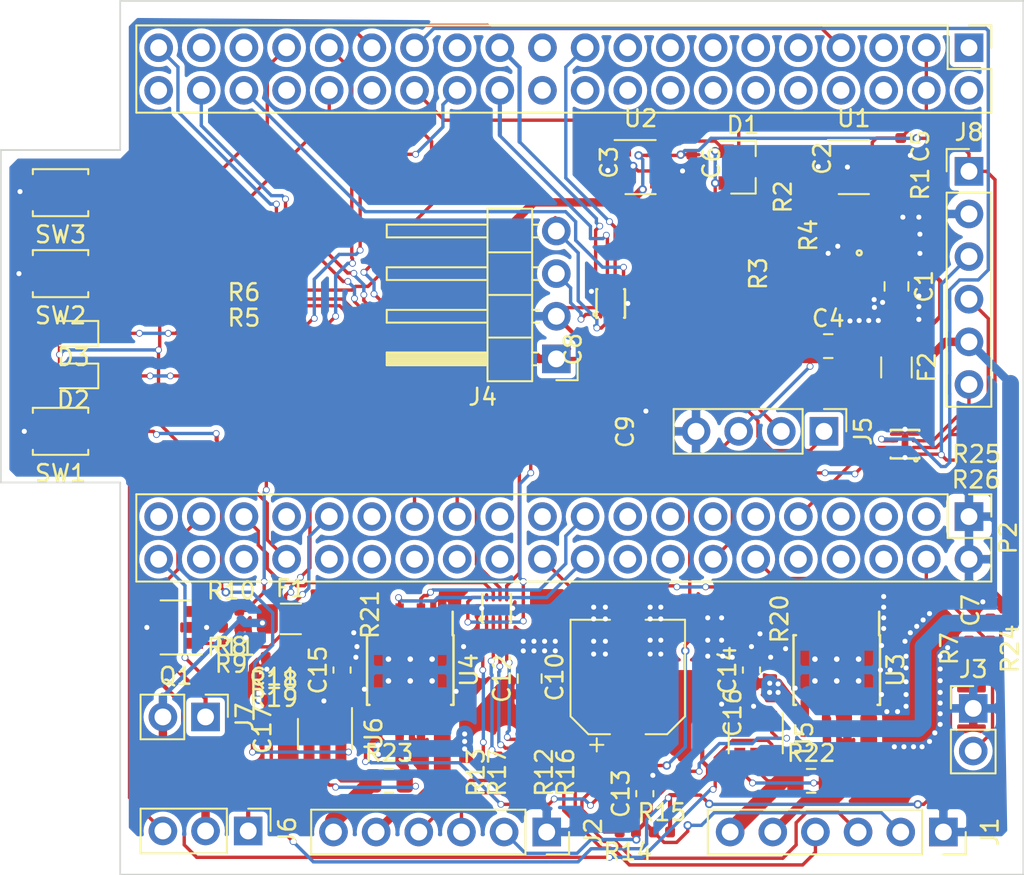
<source format=kicad_pcb>
(kicad_pcb (version 20171130) (host pcbnew 5.1.4-e60b266~84~ubuntu18.04.1)
  (layers (0 F.Cu signal) (31 B.Cu signal) (34 B.Paste user) (35 F.Paste user) (36 B.SilkS user) (37 F.SilkS user) (38 B.Mask user) (39 F.Mask user) (44 Edge.Cuts user))
  (net 0 "")
  (net 1 /PD13)
  (net 2 /PE10)
  (net 3 /PE13)
  (net 4 /PE15)
  (net 5 /PE7)
  (net 6 /PB13)
  (net 7 /PB11)
  (net 8 /PD8)
  (net 9 /PD9)
  (net 10 /PD11)
  (net 11 GND)
  (net 12 /5V)
  (net 13 +BATT)
  (net 14 "Net-(C2-Pad1)")
  (net 15 +5V)
  (net 16 /+3.3V_Standby)
  (net 17 +3V3)
  (net 18 /PD10)
  (net 19 /PC3)
  (net 20 "/Motor control/ENC1_PWR")
  (net 21 "Net-(D2-Pad1)")
  (net 22 "Net-(D3-Pad1)")
  (net 23 "Net-(IC1-Pad11)")
  (net 24 "Net-(IC1-Pad4)")
  (net 25 "Net-(IC1-Pad2)")
  (net 26 "Net-(IC1-Pad1)")
  (net 27 /PE1)
  (net 28 "Net-(IC1-Pad18)")
  (net 29 "/Motor control/ENC2_B")
  (net 30 "/Motor control/ENC2_A")
  (net 31 "/Motor control/ENC1_A")
  (net 32 "/Motor control/ENC1_B")
  (net 33 "/Motor control/MOT1_A")
  (net 34 "/Motor control/MOT1_B")
  (net 35 "/Motor control/MOT2_A")
  (net 36 "/Motor control/MOT2_B")
  (net 37 /PB7)
  (net 38 /PB6)
  (net 39 /PD6)
  (net 40 /PD5)
  (net 41 "Net-(J6-Pad1)")
  (net 42 "Net-(J7-Pad1)")
  (net 43 /PC1)
  (net 44 /PC2)
  (net 45 /PD14)
  (net 46 /PC0)
  (net 47 /PA1)
  (net 48 /PA0)
  (net 49 /PA2)
  (net 50 /PA4)
  (net 51 /PA5)
  (net 52 /PA3)
  (net 53 /PC4)
  (net 54 /PA6)
  (net 55 /PB0)
  (net 56 /PA7)
  (net 57 /PB2)
  (net 58 /PC5)
  (net 59 /PE9)
  (net 60 /PB1)
  (net 61 /PE11)
  (net 62 /PE12)
  (net 63 /PE14)
  (net 64 /PB10)
  (net 65 /PE8)
  (net 66 /PB14)
  (net 67 /PB12)
  (net 68 /PB15)
  (net 69 /PD15)
  (net 70 /PC6)
  (net 71 /PC7)
  (net 72 /PC8)
  (net 73 /PD7)
  (net 74 /PB3)
  (net 75 /PE4)
  (net 76 /PE3)
  (net 77 /PE5)
  (net 78 /PE2)
  (net 79 /PE6)
  (net 80 /PE0)
  (net 81 /PB9)
  (net 82 /PB8)
  (net 83 /PB5)
  (net 84 /PB4)
  (net 85 /PD4)
  (net 86 /PD2)
  (net 87 /PD3)
  (net 88 /PD0)
  (net 89 /PD1)
  (net 90 /PC11)
  (net 91 /PC12)
  (net 92 /PA8)
  (net 93 /PC10)
  (net 94 /PC9)
  (net 95 /PA9)
  (net 96 /PA10)
  (net 97 /PD12)
  (net 98 /PA12)
  (net 99 /PA11)
  (net 100 "Net-(Q1-Pad3)")
  (net 101 "Net-(Q1-Pad1)")
  (net 102 "Net-(R2-Pad2)")
  (net 103 "Net-(R20-Pad1)")
  (net 104 "Net-(R21-Pad1)")
  (net 105 "Net-(R22-Pad2)")
  (net 106 "Net-(R23-Pad2)")
  (net 107 "Net-(U1-Pad4)")
  (net 108 "Net-(F1-Pad1)")
  (net 109 /power_supply/V_BATT_FUSE)
  (net 110 "Net-(C7-Pad1)")
  (net 111 "Net-(IC3-Pad6)")
  (net 112 "Net-(IC3-Pad8)")
  (net 113 "Net-(IC3-Pad7)")
  (net 114 "Net-(U2-Pad4)")
  (net 115 "Net-(IC2-Pad5)")
  (net 116 "Net-(IC2-Pad6)")
  (net 117 "Net-(IC2-Pad8)")
  (net 118 "Net-(IC2-Pad7)")
  (net 119 "Net-(IC4-Pad5)")
  (net 120 "Net-(IC4-Pad6)")
  (net 121 "Net-(IC4-Pad8)")
  (net 122 "Net-(IC4-Pad7)")
  (module Package_TO_SOT_SMD:SOT-23-6 (layer F.Cu) (at 79.502 151.638 180)
    (fp_text reference Q1 (at 0 -2.9) (layer F.SilkS))
    (fp_text value NFET2_SOT)
    (pad 5 smd rect (at 1.1 0 180) (size 1.06 0.65) (layers F.Cu F.Paste F.Mask) (net 11 GND))
    (pad 6 smd rect (at 1.1 -0.95 180) (size 1.06 0.65) (layers F.Cu F.Paste F.Mask) (net 41 "Net-(J6-Pad1)"))
    (pad 4 smd rect (at 1.1 0.95 180) (size 1.06 0.65) (layers F.Cu F.Paste F.Mask) (net 42 "Net-(J7-Pad1)"))
    (pad 3 smd rect (at -1.1 0.95 180) (size 1.06 0.65) (layers F.Cu F.Paste F.Mask) (net 100 "Net-(Q1-Pad3)"))
    (pad 2 smd rect (at -1.1 0 180) (size 1.06 0.65) (layers F.Cu F.Paste F.Mask) (net 11 GND))
    (pad 1 smd rect (at -1.1 -0.95 180) (size 1.06 0.65) (layers F.Cu F.Paste F.Mask) (net 101 "Net-(Q1-Pad1)"))
  )
  (module Connector_PinHeader_2.54mm:PinHeader_1x04_P2.54mm_Horizontal (layer F.Cu) (at 102.1715 135.636 180)
    (fp_text reference J4 (at 4.385 -2.27) (layer F.SilkS))
    (fp_text value OLED)
    (pad 4 thru_hole oval (at 0 7.62 180) (size 1.7 1.7) (drill 1) (layers *.Cu *.Mask) (net 122 "Net-(IC4-Pad7)"))
    (pad 3 thru_hole oval (at 0 5.08 180) (size 1.7 1.7) (drill 1) (layers *.Cu *.Mask) (net 121 "Net-(IC4-Pad8)"))
    (pad 2 thru_hole oval (at 0 2.54 180) (size 1.7 1.7) (drill 1) (layers *.Cu *.Mask) (net 11 GND))
    (pad 1 thru_hole rect (at 0 0 180) (size 1.7 1.7) (drill 1) (layers *.Cu *.Mask) (net 17 +3V3))
  )
  (module Resistor_SMD:R_0402_1005Metric (layer F.Cu) (at 127.1675 141.6685 180)
    (fp_text reference R26 (at 0 -1.17) (layer F.SilkS))
    (fp_text value 4.7K)
    (pad 2 smd roundrect (at 0.485 0 180) (size 0.59 0.64) (layers F.Cu F.Paste F.Mask) (net 112 "Net-(IC3-Pad8)"))
    (pad 1 smd roundrect (at -0.485 0 180) (size 0.59 0.64) (layers F.Cu F.Paste F.Mask) (net 17 +3V3))
  )
  (module Resistor_SMD:R_0402_1005Metric (layer F.Cu) (at 127.1905 140.1445 180)
    (fp_text reference R25 (at 0 -1.17) (layer F.SilkS))
    (fp_text value 4.7K)
    (pad 2 smd roundrect (at 0.485 0 180) (size 0.59 0.64) (layers F.Cu F.Paste F.Mask) (net 113 "Net-(IC3-Pad7)"))
    (pad 1 smd roundrect (at -0.485 0 180) (size 0.59 0.64) (layers F.Cu F.Paste F.Mask) (net 17 +3V3))
  )
  (module Package_TO_SOT_SMD:SOT-23-5 (layer F.Cu) (at 107.188 124.206)
    (fp_text reference U2 (at 0 -2.9) (layer F.SilkS))
    (fp_text value AP2121AK-3.3)
    (pad 5 smd rect (at 1.1 -0.95) (size 1.06 0.65) (layers F.Cu F.Paste F.Mask) (net 17 +3V3))
    (pad 4 smd rect (at 1.1 0.95) (size 1.06 0.65) (layers F.Cu F.Paste F.Mask) (net 114 "Net-(U2-Pad4)"))
    (pad 3 smd rect (at -1.1 0.95) (size 1.06 0.65) (layers F.Cu F.Paste F.Mask) (net 15 +5V))
    (pad 2 smd rect (at -1.1 0) (size 1.06 0.65) (layers F.Cu F.Paste F.Mask) (net 11 GND))
    (pad 1 smd rect (at -1.1 -0.95) (size 1.06 0.65) (layers F.Cu F.Paste F.Mask) (net 15 +5V))
  )
  (module Connector_PinHeader_2.54mm:PinHeader_1x06_P2.54mm_Vertical (layer F.Cu) (at 126.746 124.46)
    (fp_text reference J8 (at 0 -2.33) (layer F.SilkS))
    (fp_text value POWER)
    (pad 6 thru_hole oval (at 0 12.7) (size 1.7 1.7) (drill 1) (layers *.Cu *.Mask) (net 111 "Net-(IC3-Pad6)"))
    (pad 5 thru_hole oval (at 0 10.16) (size 1.7 1.7) (drill 1) (layers *.Cu *.Mask) (net 13 +BATT))
    (pad 4 thru_hole oval (at 0 7.62) (size 1.7 1.7) (drill 1) (layers *.Cu *.Mask) (net 113 "Net-(IC3-Pad7)"))
    (pad 3 thru_hole oval (at 0 5.08) (size 1.7 1.7) (drill 1) (layers *.Cu *.Mask) (net 112 "Net-(IC3-Pad8)"))
    (pad 2 thru_hole oval (at 0 2.54) (size 1.7 1.7) (drill 1) (layers *.Cu *.Mask) (net 11 GND))
    (pad 1 thru_hole rect (at 0 0) (size 1.7 1.7) (drill 1) (layers *.Cu *.Mask) (net 17 +3V3))
  )
  (module Resistor_SMD:R_0402_1005Metric (layer F.Cu) (at 128.016 152.908 270)
    (fp_text reference R24 (at 0 -1.17 90) (layer F.SilkS))
    (fp_text value 1K)
    (pad 2 smd roundrect (at 0.485 0 270) (size 0.59 0.64) (layers F.Cu F.Paste F.Mask) (net 110 "Net-(C7-Pad1)"))
    (pad 1 smd roundrect (at -0.485 0 270) (size 0.59 0.64) (layers F.Cu F.Paste F.Mask) (net 18 /PD10))
  )
  (module agg:HUSON8 (layer F.Cu) (at 105.41 132.334)
    (fp_text reference IC4)
    (fp_text value IP4251)
    (pad 9 smd rect (at 0 0) (size 1.2 0.4) (layers F.Cu F.Paste F.Mask) (net 11 GND))
    (pad 1 smd oval (at -0.6 -0.65 90) (size 0.5 0.2) (layers F.Cu F.Paste F.Mask) (net 38 /PB6))
    (pad 2 smd oval (at -0.2 -0.65 90) (size 0.5 0.2) (layers F.Cu F.Paste F.Mask) (net 37 /PB7))
    (pad 3 smd oval (at 0.2 -0.65 90) (size 0.5 0.2) (layers F.Cu F.Paste F.Mask) (net 40 /PD5))
    (pad 4 smd oval (at 0.6 -0.65 90) (size 0.5 0.2) (layers F.Cu F.Paste F.Mask) (net 39 /PD6))
    (pad 5 smd oval (at 0.6 0.65 90) (size 0.5 0.2) (layers F.Cu F.Paste F.Mask) (net 119 "Net-(IC4-Pad5)"))
    (pad 6 smd oval (at 0.2 0.65 90) (size 0.5 0.2) (layers F.Cu F.Paste F.Mask) (net 120 "Net-(IC4-Pad6)"))
    (pad 8 smd oval (at -0.6 0.65 90) (size 0.5 0.2) (layers F.Cu F.Paste F.Mask) (net 121 "Net-(IC4-Pad8)"))
    (pad 7 smd oval (at -0.2 0.65 90) (size 0.5 0.2) (layers F.Cu F.Paste F.Mask) (net 122 "Net-(IC4-Pad7)"))
  )
  (module agg:HUSON8 (layer F.Cu) (at 122.936 140.716 90)
    (fp_text reference IC3)
    (fp_text value IP4251)
    (pad 9 smd rect (at 0 0 90) (size 1.2 0.4) (layers F.Cu F.Paste F.Mask) (net 11 GND))
    (pad 1 smd oval (at -0.6 -0.65 180) (size 0.5 0.2) (layers F.Cu F.Paste F.Mask) (net 64 /PB10))
    (pad 2 smd oval (at -0.2 -0.65 180) (size 0.5 0.2) (layers F.Cu F.Paste F.Mask) (net 7 /PB11))
    (pad 3 smd oval (at 0.2 -0.65 180) (size 0.5 0.2) (layers F.Cu F.Paste F.Mask) (net 80 /PE0))
    (pad 4 smd oval (at 0.6 -0.65 180) (size 0.5 0.2) (layers F.Cu F.Paste F.Mask) (net 11 GND))
    (pad 5 smd oval (at 0.6 0.65 180) (size 0.5 0.2) (layers F.Cu F.Paste F.Mask) (net 11 GND))
    (pad 6 smd oval (at 0.2 0.65 180) (size 0.5 0.2) (layers F.Cu F.Paste F.Mask) (net 111 "Net-(IC3-Pad6)"))
    (pad 8 smd oval (at -0.6 0.65 180) (size 0.5 0.2) (layers F.Cu F.Paste F.Mask) (net 112 "Net-(IC3-Pad8)"))
    (pad 7 smd oval (at -0.2 0.65 180) (size 0.5 0.2) (layers F.Cu F.Paste F.Mask) (net 113 "Net-(IC3-Pad7)"))
  )
  (module Resistor_SMD:R_1206_3216Metric (layer F.Cu) (at 122.428 136.144 270)
    (fp_text reference F2 (at 0 -1.82 90) (layer F.SilkS))
    (fp_text value Polyfuse)
    (pad 2 smd roundrect (at 1.4 0 270) (size 1.25 1.75) (layers F.Cu F.Paste F.Mask) (roundrect_rratio 0.2) (net 13 +BATT))
    (pad 1 smd roundrect (at -1.4 0 270) (size 1.25 1.75) (layers F.Cu F.Paste F.Mask) (roundrect_rratio 0.2) (net 109 /power_supply/V_BATT_FUSE))
  )
  (module Resistor_SMD:R_1206_3216Metric (layer F.Cu) (at 86.36 151.13)
    (fp_text reference F1 (at 0 -1.82) (layer F.SilkS))
    (fp_text value Polyfuse)
    (pad 2 smd roundrect (at 1.4 0) (size 1.25 1.75) (layers F.Cu F.Paste F.Mask) (roundrect_rratio 0.2) (net 13 +BATT))
    (pad 1 smd roundrect (at -1.4 0) (size 1.25 1.75) (layers F.Cu F.Paste F.Mask) (roundrect_rratio 0.2) (net 108 "Net-(F1-Pad1)"))
  )
  (module Package_TO_SOT_SMD:SOT-23-6 (layer F.Cu) (at 88.392 157.988 270)
    (fp_text reference U6 (at 0 -2.9 90) (layer F.SilkS))
    (fp_text value INA186)
    (pad 5 smd rect (at 1.1 0 270) (size 1.06 0.65) (layers F.Cu F.Paste F.Mask) (net 35 "/Motor control/MOT2_A"))
    (pad 6 smd rect (at 1.1 -0.95 270) (size 1.06 0.65) (layers F.Cu F.Paste F.Mask) (net 43 /PC1))
    (pad 4 smd rect (at 1.1 0.95 270) (size 1.06 0.65) (layers F.Cu F.Paste F.Mask) (net 106 "Net-(R23-Pad2)"))
    (pad 3 smd rect (at -1.1 0.95 270) (size 1.06 0.65) (layers F.Cu F.Paste F.Mask) (net 17 +3V3))
    (pad 2 smd rect (at -1.1 0 270) (size 1.06 0.65) (layers F.Cu F.Paste F.Mask) (net 11 GND))
    (pad 1 smd rect (at -1.1 -0.95 270) (size 1.06 0.65) (layers F.Cu F.Paste F.Mask) (net 19 /PC3))
  )
  (module Package_TO_SOT_SMD:SOT-23-6 (layer F.Cu) (at 114.046 158.242 270)
    (fp_text reference U5 (at 0 -2.9 90) (layer F.SilkS))
    (fp_text value INA186)
    (pad 5 smd rect (at 1.1 0 270) (size 1.06 0.65) (layers F.Cu F.Paste F.Mask) (net 33 "/Motor control/MOT1_A"))
    (pad 6 smd rect (at 1.1 -0.95 270) (size 1.06 0.65) (layers F.Cu F.Paste F.Mask) (net 46 /PC0))
    (pad 4 smd rect (at 1.1 0.95 270) (size 1.06 0.65) (layers F.Cu F.Paste F.Mask) (net 105 "Net-(R22-Pad2)"))
    (pad 3 smd rect (at -1.1 0.95 270) (size 1.06 0.65) (layers F.Cu F.Paste F.Mask) (net 17 +3V3))
    (pad 2 smd rect (at -1.1 0 270) (size 1.06 0.65) (layers F.Cu F.Paste F.Mask) (net 11 GND))
    (pad 1 smd rect (at -1.1 -0.95 270) (size 1.06 0.65) (layers F.Cu F.Paste F.Mask) (net 19 /PC3))
  )
  (module Package_SO:Texas_HTSOP-8-1EP_3.9x4.9mm_P1.27mm_EP2.95x4.9mm_Mask2.4x3.1mm_ThermalVias (layer F.Cu) (at 93.472 154.178 270)
    (fp_text reference U4 (at 0 -3.5 90) (layer F.SilkS))
    (fp_text value DRV8871DDA)
    (pad 9 thru_hole circle (at 0.65 1.3 270) (size 0.63 0.63) (drill 0.33) (layers *.Cu *.Mask) (net 11 GND))
    (pad 9 thru_hole circle (at -0.65 1.3 270) (size 0.63 0.63) (drill 0.33) (layers *.Cu *.Mask) (net 11 GND))
    (pad 9 thru_hole circle (at 0.65 -1.3 270) (size 0.63 0.63) (drill 0.33) (layers *.Cu *.Mask) (net 11 GND))
    (pad 9 thru_hole circle (at 0.65 0 270) (size 0.63 0.63) (drill 0.33) (layers *.Cu *.Mask) (net 11 GND))
    (pad 9 thru_hole circle (at -0.65 0 270) (size 0.63 0.63) (drill 0.33) (layers *.Cu *.Mask) (net 11 GND))
    (pad 9 thru_hole circle (at -0.65 -1.3 270) (size 0.63 0.63) (drill 0.33) (layers *.Cu *.Mask) (net 11 GND))
    (pad 9 smd rect (at 0 0 270) (size 2.95 4.9) (layers F.Cu) (net 11 GND))
    (pad 8 smd rect (at 2.875 -1.905 270) (size 2.2 0.5) (layers F.Cu F.Paste F.Mask) (net 36 "/Motor control/MOT2_B"))
    (pad 7 smd rect (at 2.875 -0.635 270) (size 2.2 0.5) (layers F.Cu F.Paste F.Mask) (net 11 GND))
    (pad 6 smd rect (at 2.875 0.635 270) (size 2.2 0.5) (layers F.Cu F.Paste F.Mask) (net 106 "Net-(R23-Pad2)"))
    (pad 5 smd rect (at 2.875 1.905 270) (size 2.2 0.5) (layers F.Cu F.Paste F.Mask) (net 13 +BATT))
    (pad 4 smd rect (at -2.875 1.905 270) (size 2.2 0.5) (layers F.Cu F.Paste F.Mask) (net 104 "Net-(R21-Pad1)"))
    (pad 3 smd rect (at -2.875 0.635 270) (size 2.2 0.5) (layers F.Cu F.Paste F.Mask) (net 61 /PE11))
    (pad 2 smd rect (at -2.875 -0.635 270) (size 2.2 0.5) (layers F.Cu F.Paste F.Mask) (net 2 /PE10))
    (pad 1 smd rect (at -2.875 -1.905 270) (size 2.2 0.5) (layers F.Cu F.Paste F.Mask) (net 11 GND))
    (pad 9 smd rect (at 0 0 270) (size 2.6 3.3) (layers B.Cu) (net 11 GND))
  )
  (module Package_SO:Texas_HTSOP-8-1EP_3.9x4.9mm_P1.27mm_EP2.95x4.9mm_Mask2.4x3.1mm_ThermalVias (layer F.Cu) (at 118.872 154.178 270)
    (fp_text reference U3 (at 0 -3.5 90) (layer F.SilkS))
    (fp_text value DRV8871DDA)
    (pad 9 thru_hole circle (at 0.65 1.3 270) (size 0.63 0.63) (drill 0.33) (layers *.Cu *.Mask) (net 11 GND))
    (pad 9 thru_hole circle (at -0.65 1.3 270) (size 0.63 0.63) (drill 0.33) (layers *.Cu *.Mask) (net 11 GND))
    (pad 9 thru_hole circle (at 0.65 -1.3 270) (size 0.63 0.63) (drill 0.33) (layers *.Cu *.Mask) (net 11 GND))
    (pad 9 thru_hole circle (at 0.65 0 270) (size 0.63 0.63) (drill 0.33) (layers *.Cu *.Mask) (net 11 GND))
    (pad 9 thru_hole circle (at -0.65 0 270) (size 0.63 0.63) (drill 0.33) (layers *.Cu *.Mask) (net 11 GND))
    (pad 9 thru_hole circle (at -0.65 -1.3 270) (size 0.63 0.63) (drill 0.33) (layers *.Cu *.Mask) (net 11 GND))
    (pad 9 smd rect (at 0 0 270) (size 2.95 4.9) (layers F.Cu) (net 11 GND))
    (pad 8 smd rect (at 2.875 -1.905 270) (size 2.2 0.5) (layers F.Cu F.Paste F.Mask) (net 34 "/Motor control/MOT1_B"))
    (pad 7 smd rect (at 2.875 -0.635 270) (size 2.2 0.5) (layers F.Cu F.Paste F.Mask) (net 11 GND))
    (pad 6 smd rect (at 2.875 0.635 270) (size 2.2 0.5) (layers F.Cu F.Paste F.Mask) (net 105 "Net-(R22-Pad2)"))
    (pad 5 smd rect (at 2.875 1.905 270) (size 2.2 0.5) (layers F.Cu F.Paste F.Mask) (net 13 +BATT))
    (pad 4 smd rect (at -2.875 1.905 270) (size 2.2 0.5) (layers F.Cu F.Paste F.Mask) (net 103 "Net-(R20-Pad1)"))
    (pad 3 smd rect (at -2.875 0.635 270) (size 2.2 0.5) (layers F.Cu F.Paste F.Mask) (net 59 /PE9))
    (pad 2 smd rect (at -2.875 -0.635 270) (size 2.2 0.5) (layers F.Cu F.Paste F.Mask) (net 65 /PE8))
    (pad 1 smd rect (at -2.875 -1.905 270) (size 2.2 0.5) (layers F.Cu F.Paste F.Mask) (net 11 GND))
    (pad 9 smd rect (at 0 0 270) (size 2.6 3.3) (layers B.Cu) (net 11 GND))
  )
  (module Package_TO_SOT_SMD:SOT-23-5 (layer F.Cu) (at 119.888 124.206)
    (fp_text reference U1 (at 0 -2.9) (layer F.SilkS))
    (fp_text value AP2121AK-3.3)
    (pad 5 smd rect (at 1.1 -0.95) (size 1.06 0.65) (layers F.Cu F.Paste F.Mask) (net 16 /+3.3V_Standby))
    (pad 4 smd rect (at 1.1 0.95) (size 1.06 0.65) (layers F.Cu F.Paste F.Mask) (net 107 "Net-(U1-Pad4)"))
    (pad 3 smd rect (at -1.1 0.95) (size 1.06 0.65) (layers F.Cu F.Paste F.Mask) (net 102 "Net-(R2-Pad2)"))
    (pad 2 smd rect (at -1.1 0) (size 1.06 0.65) (layers F.Cu F.Paste F.Mask) (net 11 GND))
    (pad 1 smd rect (at -1.1 -0.95) (size 1.06 0.65) (layers F.Cu F.Paste F.Mask) (net 14 "Net-(C2-Pad1)"))
  )
  (module Button_Switch_SMD:SW_SPST_B3U-1000P (layer F.Cu) (at 72.644 125.73 180)
    (fp_text reference SW3 (at 0 -2.5) (layer F.SilkS))
    (fp_text value KEY0)
    (pad 2 smd rect (at 1.7 0 180) (size 0.9 1.7) (layers F.Cu F.Paste F.Mask) (net 11 GND))
    (pad 1 smd rect (at -1.7 0 180) (size 0.9 1.7) (layers F.Cu F.Paste F.Mask) (net 75 /PE4))
  )
  (module Button_Switch_SMD:SW_SPST_B3U-1000P (layer F.Cu) (at 72.644 130.556 180)
    (fp_text reference SW2 (at 0 -2.5) (layer F.SilkS))
    (fp_text value KEY1)
    (pad 2 smd rect (at 1.7 0 180) (size 0.9 1.7) (layers F.Cu F.Paste F.Mask) (net 11 GND))
    (pad 1 smd rect (at -1.7 0 180) (size 0.9 1.7) (layers F.Cu F.Paste F.Mask) (net 76 /PE3))
  )
  (module Button_Switch_SMD:SW_SPST_B3U-1000P (layer F.Cu) (at 72.644 139.954 180)
    (fp_text reference SW1 (at 0 -2.5) (layer F.SilkS))
    (fp_text value KEY_UP)
    (pad 2 smd rect (at 1.7 0 180) (size 0.9 1.7) (layers F.Cu F.Paste F.Mask) (net 11 GND))
    (pad 1 smd rect (at -1.7 0 180) (size 0.9 1.7) (layers F.Cu F.Paste F.Mask) (net 48 /PA0))
  )
  (module Resistor_SMD:R_0805_2012Metric (layer F.Cu) (at 92.202 160.782)
    (fp_text reference R23 (at 0 -1.65) (layer F.SilkS))
    (fp_text value R)
    (pad 2 smd roundrect (at 0.9375 0) (size 0.975 1.4) (layers F.Cu F.Paste F.Mask) (net 106 "Net-(R23-Pad2)"))
    (pad 1 smd roundrect (at -0.9375 0) (size 0.975 1.4) (layers F.Cu F.Paste F.Mask) (net 35 "/Motor control/MOT2_A"))
  )
  (module Resistor_SMD:R_0805_2012Metric (layer F.Cu) (at 117.348 160.782)
    (fp_text reference R22 (at 0 -1.65) (layer F.SilkS))
    (fp_text value R)
    (pad 2 smd roundrect (at 0.9375 0) (size 0.975 1.4) (layers F.Cu F.Paste F.Mask) (net 105 "Net-(R22-Pad2)"))
    (pad 1 smd roundrect (at -0.9375 0) (size 0.975 1.4) (layers F.Cu F.Paste F.Mask) (net 33 "/Motor control/MOT1_A"))
  )
  (module Resistor_SMD:R_0402_1005Metric (layer F.Cu) (at 89.916 150.876 270)
    (fp_text reference R21 (at 0 -1.17 90) (layer F.SilkS))
    (fp_text value R)
    (pad 2 smd roundrect (at 0.485 0 270) (size 0.59 0.64) (layers F.Cu F.Paste F.Mask) (net 11 GND))
    (pad 1 smd roundrect (at -0.485 0 270) (size 0.59 0.64) (layers F.Cu F.Paste F.Mask) (net 104 "Net-(R21-Pad1)"))
  )
  (module Resistor_SMD:R_0402_1005Metric (layer F.Cu) (at 114.3 151.13 270)
    (fp_text reference R20 (at 0 -1.17 90) (layer F.SilkS))
    (fp_text value R)
    (pad 2 smd roundrect (at 0.485 0 270) (size 0.59 0.64) (layers F.Cu F.Paste F.Mask) (net 11 GND))
    (pad 1 smd roundrect (at -0.485 0 270) (size 0.59 0.64) (layers F.Cu F.Paste F.Mask) (net 103 "Net-(R20-Pad1)"))
  )
  (module Resistor_SMD:R_0402_1005Metric (layer F.Cu) (at 85.344 154.686 180)
    (fp_text reference R19 (at 0 -1.17) (layer F.SilkS))
    (fp_text value R)
    (pad 2 smd roundrect (at 0.485 0 180) (size 0.59 0.64) (layers F.Cu F.Paste F.Mask) (net 11 GND))
    (pad 1 smd roundrect (at -0.485 0 180) (size 0.59 0.64) (layers F.Cu F.Paste F.Mask) (net 19 /PC3))
  )
  (module Resistor_SMD:R_0402_1005Metric (layer F.Cu) (at 85.344 155.956)
    (fp_text reference R18 (at 0 -1.17) (layer F.SilkS))
    (fp_text value R)
    (pad 2 smd roundrect (at 0.485 0) (size 0.59 0.64) (layers F.Cu F.Paste F.Mask) (net 19 /PC3))
    (pad 1 smd roundrect (at -0.485 0) (size 0.59 0.64) (layers F.Cu F.Paste F.Mask) (net 17 +3V3))
  )
  (module Resistor_SMD:R_0402_1005Metric (layer F.Cu) (at 99.822 160.274 90)
    (fp_text reference R17 (at 0 -1.17 90) (layer F.SilkS))
    (fp_text value 1K)
    (pad 2 smd roundrect (at 0.485 0 90) (size 0.59 0.64) (layers F.Cu F.Paste F.Mask) (net 118 "Net-(IC2-Pad7)"))
    (pad 1 smd roundrect (at -0.485 0 90) (size 0.59 0.64) (layers F.Cu F.Paste F.Mask) (net 29 "/Motor control/ENC2_B"))
  )
  (module Resistor_SMD:R_0402_1005Metric (layer F.Cu) (at 103.886 160.274 90)
    (fp_text reference R16 (at 0 -1.17 90) (layer F.SilkS))
    (fp_text value 1K)
    (pad 2 smd roundrect (at 0.485 0 90) (size 0.59 0.64) (layers F.Cu F.Paste F.Mask) (net 115 "Net-(IC2-Pad5)"))
    (pad 1 smd roundrect (at -0.485 0 90) (size 0.59 0.64) (layers F.Cu F.Paste F.Mask) (net 32 "/Motor control/ENC1_B"))
  )
  (module Resistor_SMD:R_0402_1005Metric (layer F.Cu) (at 108.458 163.83)
    (fp_text reference R15 (at 0 -1.17) (layer F.SilkS))
    (fp_text value R)
    (pad 2 smd roundrect (at 0.485 0) (size 0.59 0.64) (layers F.Cu F.Paste F.Mask) (net 17 +3V3))
    (pad 1 smd roundrect (at -0.485 0) (size 0.59 0.64) (layers F.Cu F.Paste F.Mask) (net 20 "/Motor control/ENC1_PWR"))
  )
  (module Resistor_SMD:R_0402_1005Metric (layer F.Cu) (at 106.426 163.83 180)
    (fp_text reference R14 (at 0 -1.17) (layer F.SilkS))
    (fp_text value R)
    (pad 2 smd roundrect (at 0.485 0 180) (size 0.59 0.64) (layers F.Cu F.Paste F.Mask) (net 15 +5V))
    (pad 1 smd roundrect (at -0.485 0 180) (size 0.59 0.64) (layers F.Cu F.Paste F.Mask) (net 20 "/Motor control/ENC1_PWR"))
  )
  (module Resistor_SMD:R_0402_1005Metric (layer F.Cu) (at 98.552 160.274 90)
    (fp_text reference R13 (at 0 -1.17 90) (layer F.SilkS))
    (fp_text value 1K)
    (pad 2 smd roundrect (at 0.485 0 90) (size 0.59 0.64) (layers F.Cu F.Paste F.Mask) (net 117 "Net-(IC2-Pad8)"))
    (pad 1 smd roundrect (at -0.485 0 90) (size 0.59 0.64) (layers F.Cu F.Paste F.Mask) (net 30 "/Motor control/ENC2_A"))
  )
  (module Resistor_SMD:R_0402_1005Metric (layer F.Cu) (at 102.616 160.274 90)
    (fp_text reference R12 (at 0 -1.17 90) (layer F.SilkS))
    (fp_text value 1K)
    (pad 2 smd roundrect (at 0.485 0 90) (size 0.59 0.64) (layers F.Cu F.Paste F.Mask) (net 116 "Net-(IC2-Pad6)"))
    (pad 1 smd roundrect (at -0.485 0 90) (size 0.59 0.64) (layers F.Cu F.Paste F.Mask) (net 31 "/Motor control/ENC1_A"))
  )
  (module Resistor_SMD:R_0402_1005Metric (layer F.Cu) (at 82.804 151.638 180)
    (fp_text reference R11 (at 0 -1.17) (layer F.SilkS))
    (fp_text value 10k)
    (pad 2 smd roundrect (at 0.485 0 180) (size 0.59 0.64) (layers F.Cu F.Paste F.Mask) (net 100 "Net-(Q1-Pad3)"))
    (pad 1 smd roundrect (at -0.485 0 180) (size 0.59 0.64) (layers F.Cu F.Paste F.Mask) (net 11 GND))
  )
  (module Resistor_SMD:R_0402_1005Metric (layer F.Cu) (at 82.804 150.622)
    (fp_text reference R10 (at 0 -1.17) (layer F.SilkS))
    (fp_text value 330)
    (pad 2 smd roundrect (at 0.485 0) (size 0.59 0.64) (layers F.Cu F.Paste F.Mask) (net 81 /PB9))
    (pad 1 smd roundrect (at -0.485 0) (size 0.59 0.64) (layers F.Cu F.Paste F.Mask) (net 100 "Net-(Q1-Pad3)"))
  )
  (module Resistor_SMD:R_0402_1005Metric (layer F.Cu) (at 82.804 152.654 180)
    (fp_text reference R9 (at 0 -1.17) (layer F.SilkS))
    (fp_text value 10k)
    (pad 2 smd roundrect (at 0.485 0 180) (size 0.59 0.64) (layers F.Cu F.Paste F.Mask) (net 101 "Net-(Q1-Pad1)"))
    (pad 1 smd roundrect (at -0.485 0 180) (size 0.59 0.64) (layers F.Cu F.Paste F.Mask) (net 11 GND))
  )
  (module Resistor_SMD:R_0402_1005Metric (layer F.Cu) (at 82.781 153.924)
    (fp_text reference R8 (at 0 -1.17) (layer F.SilkS))
    (fp_text value 330)
    (pad 2 smd roundrect (at 0.485 0) (size 0.59 0.64) (layers F.Cu F.Paste F.Mask) (net 77 /PE5))
    (pad 1 smd roundrect (at -0.485 0) (size 0.59 0.64) (layers F.Cu F.Paste F.Mask) (net 101 "Net-(Q1-Pad1)"))
  )
  (module Resistor_SMD:R_0402_1005Metric (layer F.Cu) (at 126.746 152.908 90)
    (fp_text reference R7 (at 0 -1.17 90) (layer F.SilkS))
    (fp_text value 10K)
    (pad 2 smd roundrect (at 0.485 0 90) (size 0.59 0.64) (layers F.Cu F.Paste F.Mask) (net 17 +3V3))
    (pad 1 smd roundrect (at -0.485 0 90) (size 0.59 0.64) (layers F.Cu F.Paste F.Mask) (net 110 "Net-(C7-Pad1)"))
  )
  (module Resistor_SMD:R_0402_1005Metric (layer F.Cu) (at 83.566 132.842)
    (fp_text reference R6 (at 0 -1.17) (layer F.SilkS))
    (fp_text value 1K)
    (pad 2 smd roundrect (at 0.485 0) (size 0.59 0.64) (layers F.Cu F.Paste F.Mask) (net 56 /PA7))
    (pad 1 smd roundrect (at -0.485 0) (size 0.59 0.64) (layers F.Cu F.Paste F.Mask) (net 22 "Net-(D3-Pad1)"))
  )
  (module Resistor_SMD:R_0402_1005Metric (layer F.Cu) (at 83.566 134.366)
    (fp_text reference R5 (at 0 -1.17) (layer F.SilkS))
    (fp_text value 1K)
    (pad 2 smd roundrect (at 0.485 0) (size 0.59 0.64) (layers F.Cu F.Paste F.Mask) (net 54 /PA6))
    (pad 1 smd roundrect (at -0.485 0) (size 0.59 0.64) (layers F.Cu F.Paste F.Mask) (net 21 "Net-(D2-Pad1)"))
  )
  (module Resistor_SMD:R_0402_1005Metric (layer F.Cu) (at 118.364 128.27 90)
    (fp_text reference R4 (at 0 -1.17 90) (layer F.SilkS))
    (fp_text value 10K)
    (pad 2 smd roundrect (at 0.485 0 90) (size 0.59 0.64) (layers F.Cu F.Paste F.Mask) (net 26 "Net-(IC1-Pad1)"))
    (pad 1 smd roundrect (at -0.485 0 90) (size 0.59 0.64) (layers F.Cu F.Paste F.Mask) (net 11 GND))
  )
  (module Resistor_SMD:R_0402_1005Metric (layer F.Cu) (at 113.03 130.556 270)
    (fp_text reference R3 (at 0 -1.17 90) (layer F.SilkS))
    (fp_text value 10K)
    (pad 2 smd roundrect (at 0.485 0 270) (size 0.59 0.64) (layers F.Cu F.Paste F.Mask) (net 15 +5V))
    (pad 1 smd roundrect (at -0.485 0 270) (size 0.59 0.64) (layers F.Cu F.Paste F.Mask) (net 26 "Net-(IC1-Pad1)"))
  )
  (module Resistor_SMD:R_0402_1005Metric (layer F.Cu) (at 116.84 125.984 90)
    (fp_text reference R2 (at 0 -1.17 90) (layer F.SilkS))
    (fp_text value 10k)
    (pad 2 smd roundrect (at 0.485 0 90) (size 0.59 0.64) (layers F.Cu F.Paste F.Mask) (net 102 "Net-(R2-Pad2)"))
    (pad 1 smd roundrect (at -0.485 0 90) (size 0.59 0.64) (layers F.Cu F.Paste F.Mask) (net 14 "Net-(C2-Pad1)"))
  )
  (module Resistor_SMD:R_0402_1005Metric (layer F.Cu) (at 122.682 125.222 270)
    (fp_text reference R1 (at 0 -1.17 90) (layer F.SilkS))
    (fp_text value 330)
    (pad 2 smd roundrect (at 0.485 0 270) (size 0.59 0.64) (layers F.Cu F.Paste F.Mask) (net 109 /power_supply/V_BATT_FUSE))
    (pad 1 smd roundrect (at -0.485 0 270) (size 0.59 0.64) (layers F.Cu F.Paste F.Mask) (net 14 "Net-(C2-Pad1)"))
  )
  (module Connector_PinHeader_2.54mm:PinHeader_1x02_P2.54mm_Vertical (layer F.Cu) (at 81.28 156.972 270)
    (fp_text reference J7 (at 0 -2.33 90) (layer F.SilkS))
    (fp_text value CONN_01x02)
    (pad 2 thru_hole oval (at 0 2.54 270) (size 1.7 1.7) (drill 1) (layers *.Cu *.Mask) (net 108 "Net-(F1-Pad1)"))
    (pad 1 thru_hole rect (at 0 0 270) (size 1.7 1.7) (drill 1) (layers *.Cu *.Mask) (net 42 "Net-(J7-Pad1)"))
  )
  (module Connector_PinHeader_2.54mm:PinHeader_1x03_P2.54mm_Vertical (layer F.Cu) (at 83.82 163.7665 270)
    (fp_text reference J6 (at 0 -2.33 90) (layer F.SilkS))
    (fp_text value FAN)
    (pad 3 thru_hole oval (at 0 5.08 270) (size 1.7 1.7) (drill 1) (layers *.Cu *.Mask) (net 79 /PE6))
    (pad 2 thru_hole oval (at 0 2.54 270) (size 1.7 1.7) (drill 1) (layers *.Cu *.Mask) (net 108 "Net-(F1-Pad1)"))
    (pad 1 thru_hole rect (at 0 0 270) (size 1.7 1.7) (drill 1) (layers *.Cu *.Mask) (net 41 "Net-(J6-Pad1)"))
  )
  (module Connector_PinHeader_2.54mm:PinHeader_1x04_P2.54mm_Vertical (layer F.Cu) (at 118.11 139.954 270)
    (fp_text reference J5 (at 0 -2.33 90) (layer F.SilkS))
    (fp_text value SERIAL2)
    (pad 4 thru_hole oval (at 0 7.62 270) (size 1.7 1.7) (drill 1) (layers *.Cu *.Mask) (net 11 GND))
    (pad 3 thru_hole oval (at 0 5.08 270) (size 1.7 1.7) (drill 1) (layers *.Cu *.Mask) (net 15 +5V))
    (pad 2 thru_hole oval (at 0 2.54 270) (size 1.7 1.7) (drill 1) (layers *.Cu *.Mask) (net 119 "Net-(IC4-Pad5)"))
    (pad 1 thru_hole rect (at 0 0 270) (size 1.7 1.7) (drill 1) (layers *.Cu *.Mask) (net 120 "Net-(IC4-Pad6)"))
  )
  (module Connector_PinHeader_2.54mm:PinHeader_1x02_P2.54mm_Vertical (layer F.Cu) (at 127 156.464)
    (fp_text reference J3 (at 0 -2.33) (layer F.SilkS))
    (fp_text value EMERGENCY)
    (pad 2 thru_hole oval (at 0 2.54) (size 1.7 1.7) (drill 1) (layers *.Cu *.Mask) (net 110 "Net-(C7-Pad1)"))
    (pad 1 thru_hole rect (at 0 0) (size 1.7 1.7) (drill 1) (layers *.Cu *.Mask) (net 11 GND))
  )
  (module Connector_PinSocket_2.54mm:PinSocket_1x06_P2.54mm_Vertical (layer F.Cu) (at 101.6 163.83 270)
    (fp_text reference J2 (at 0 -2.77 90) (layer F.SilkS))
    (fp_text value Conn_01x06_Male)
    (pad 6 thru_hole oval (at 0 12.7 270) (size 1.7 1.7) (drill 1) (layers *.Cu *.Mask) (net 35 "/Motor control/MOT2_A"))
    (pad 5 thru_hole oval (at 0 10.16 270) (size 1.7 1.7) (drill 1) (layers *.Cu *.Mask) (net 36 "/Motor control/MOT2_B"))
    (pad 4 thru_hole oval (at 0 7.62 270) (size 1.7 1.7) (drill 1) (layers *.Cu *.Mask) (net 30 "/Motor control/ENC2_A"))
    (pad 3 thru_hole oval (at 0 5.08 270) (size 1.7 1.7) (drill 1) (layers *.Cu *.Mask) (net 29 "/Motor control/ENC2_B"))
    (pad 2 thru_hole oval (at 0 2.54 270) (size 1.7 1.7) (drill 1) (layers *.Cu *.Mask) (net 20 "/Motor control/ENC1_PWR"))
    (pad 1 thru_hole rect (at 0 0 270) (size 1.7 1.7) (drill 1) (layers *.Cu *.Mask) (net 11 GND))
  )
  (module Connector_PinSocket_2.54mm:PinSocket_1x06_P2.54mm_Vertical (layer F.Cu) (at 125.222 163.83 270)
    (fp_text reference J1 (at 0 -2.77 90) (layer F.SilkS))
    (fp_text value Conn_01x06_Male)
    (pad 6 thru_hole oval (at 0 12.7 270) (size 1.7 1.7) (drill 1) (layers *.Cu *.Mask) (net 33 "/Motor control/MOT1_A"))
    (pad 5 thru_hole oval (at 0 10.16 270) (size 1.7 1.7) (drill 1) (layers *.Cu *.Mask) (net 34 "/Motor control/MOT1_B"))
    (pad 4 thru_hole oval (at 0 7.62 270) (size 1.7 1.7) (drill 1) (layers *.Cu *.Mask) (net 31 "/Motor control/ENC1_A"))
    (pad 3 thru_hole oval (at 0 5.08 270) (size 1.7 1.7) (drill 1) (layers *.Cu *.Mask) (net 32 "/Motor control/ENC1_B"))
    (pad 2 thru_hole oval (at 0 2.54 270) (size 1.7 1.7) (drill 1) (layers *.Cu *.Mask) (net 20 "/Motor control/ENC1_PWR"))
    (pad 1 thru_hole rect (at 0 0 270) (size 1.7 1.7) (drill 1) (layers *.Cu *.Mask) (net 11 GND))
  )
  (module agg:HUSON8 (layer F.Cu) (at 98.6155 150.495)
    (fp_text reference IC2)
    (fp_text value IP4251)
    (pad 9 smd rect (at 0 0) (size 1.2 0.4) (layers F.Cu F.Paste F.Mask) (net 11 GND))
    (pad 1 smd oval (at -0.6 -0.65 90) (size 0.5 0.2) (layers F.Cu F.Paste F.Mask) (net 97 /PD12))
    (pad 2 smd oval (at -0.2 -0.65 90) (size 0.5 0.2) (layers F.Cu F.Paste F.Mask) (net 1 /PD13))
    (pad 3 smd oval (at 0.2 -0.65 90) (size 0.5 0.2) (layers F.Cu F.Paste F.Mask) (net 70 /PC6))
    (pad 4 smd oval (at 0.6 -0.65 90) (size 0.5 0.2) (layers F.Cu F.Paste F.Mask) (net 71 /PC7))
    (pad 5 smd oval (at 0.6 0.65 90) (size 0.5 0.2) (layers F.Cu F.Paste F.Mask) (net 115 "Net-(IC2-Pad5)"))
    (pad 6 smd oval (at 0.2 0.65 90) (size 0.5 0.2) (layers F.Cu F.Paste F.Mask) (net 116 "Net-(IC2-Pad6)"))
    (pad 8 smd oval (at -0.6 0.65 90) (size 0.5 0.2) (layers F.Cu F.Paste F.Mask) (net 117 "Net-(IC2-Pad8)"))
    (pad 7 smd oval (at -0.2 0.65 90) (size 0.5 0.2) (layers F.Cu F.Paste F.Mask) (net 118 "Net-(IC2-Pad7)"))
  )
  (module agg:QFN-20-MPS-3x5x1.6mm (layer F.Cu) (at 118.11 131.318 270)
    (fp_text reference IC1)
    (fp_text value MPM36xx)
    (pad "" smd rect (at 0.35 -0.55 270) (size 0.25 0.6) (layers F.Cu F.Paste F.Mask))
    (pad "" smd rect (at -0.35 -0.55 270) (size 0.25 0.6) (layers F.Cu F.Paste F.Mask))
    (pad 11 smd rect (at 1.8 -0.9) (size 0.25 1.1) (drill (offset 0 -0.55)) (layers F.Cu F.Paste F.Mask) (net 23 "Net-(IC1-Pad11)"))
    (pad 9 smd rect (at 1.8 0.4) (size 0.75 1.1) (drill (offset -0.25 -0.55)) (layers F.Cu F.Paste F.Mask) (net 15 +5V))
    (pad 8 smd rect (at 1.8 1.25) (size 0.25 1.1) (drill (offset 0 -0.55)) (layers F.Cu F.Paste F.Mask) (net 15 +5V))
    (pad 7 smd rect (at 1.8 2.1) (size 0.75 1.1) (drill (offset 0.25 -0.55)) (layers F.Cu F.Paste F.Mask) (net 15 +5V))
    (pad 6 smd rect (at -1.8 2.1) (size 0.75 1.1) (drill (offset 0.25 0.55)) (layers F.Cu F.Paste F.Mask) (net 24 "Net-(IC1-Pad4)"))
    (pad "" smd rect (at 1.8 -0.25) (size 0.25 1.1) (drill (offset 0 -0.55)) (layers F.Cu F.Paste F.Mask))
    (pad 12 smd rect (at 1.8 -1.55) (size 0.25 0.8) (drill (offset 0 -0.4)) (layers F.Cu F.Paste F.Mask) (net 11 GND))
    (pad 5 smd rect (at -1.8 1.25) (size 0.25 1.1) (drill (offset 0 0.55)) (layers F.Cu F.Paste F.Mask) (net 24 "Net-(IC1-Pad4)"))
    (pad 4 smd rect (at -1.8 0.4) (size 0.75 1.1) (drill (offset -0.25 0.55)) (layers F.Cu F.Paste F.Mask) (net 24 "Net-(IC1-Pad4)"))
    (pad 3 smd rect (at -1.8 -0.25) (size 0.25 1.1) (drill (offset 0 0.55)) (layers F.Cu F.Paste F.Mask) (net 11 GND))
    (pad 2 smd rect (at -1.8 -0.9) (size 0.25 1.1) (drill (offset 0 0.55)) (layers F.Cu F.Paste F.Mask) (net 25 "Net-(IC1-Pad2)"))
    (pad 1 smd rect (at -1.8 -1.55) (size 0.25 0.8) (drill (offset 0 0.4)) (layers F.Cu F.Paste F.Mask) (net 26 "Net-(IC1-Pad1)"))
    (pad 13 smd rect (at 1.25 -2.8 270) (size 0.25 0.7) (drill (offset 0 0.35)) (layers F.Cu F.Paste F.Mask) (net 11 GND))
    (pad 14 smd rect (at 0.75 -2.8 270) (size 0.25 0.7) (drill (offset 0 0.35)) (layers F.Cu F.Paste F.Mask) (net 11 GND))
    (pad "" smd rect (at 0.25 -2.8 270) (size 0.25 1.1) (drill (offset 0 0.55)) (layers F.Cu F.Paste F.Mask))
    (pad 16 smd rect (at -0.25 -2.8 270) (size 0.25 1.1) (drill (offset 0 0.55)) (layers F.Cu F.Paste F.Mask) (net 109 /power_supply/V_BATT_FUSE))
    (pad 17 smd rect (at -0.75 -2.8 270) (size 0.25 0.7) (drill (offset 0 0.35)) (layers F.Cu F.Paste F.Mask) (net 27 /PE1))
    (pad 18 smd rect (at -1.25 -2.8 270) (size 0.25 0.7) (drill (offset 0 0.35)) (layers F.Cu F.Paste F.Mask) (net 28 "Net-(IC1-Pad18)"))
  )
  (module LED_SMD:LED_0603_1608Metric (layer F.Cu) (at 73.406 134.112 180)
    (fp_text reference D3 (at 0 -1.43) (layer F.SilkS))
    (fp_text value LED)
    (pad 2 smd roundrect (at 0.7875 0 180) (size 0.875 0.95) (layers F.Cu F.Paste F.Mask) (net 17 +3V3))
    (pad 1 smd roundrect (at -0.7875 0 180) (size 0.875 0.95) (layers F.Cu F.Paste F.Mask) (net 22 "Net-(D3-Pad1)"))
  )
  (module LED_SMD:LED_0603_1608Metric (layer F.Cu) (at 73.406 136.652 180)
    (fp_text reference D2 (at 0 -1.43) (layer F.SilkS))
    (fp_text value LED)
    (pad 2 smd roundrect (at 0.7875 0 180) (size 0.875 0.95) (layers F.Cu F.Paste F.Mask) (net 17 +3V3))
    (pad 1 smd roundrect (at -0.7875 0 180) (size 0.875 0.95) (layers F.Cu F.Paste F.Mask) (net 21 "Net-(D2-Pad1)"))
  )
  (module Package_TO_SOT_SMD:SOT-23 (layer F.Cu) (at 113.284 124.206)
    (fp_text reference D1 (at 0 -2.5) (layer F.SilkS))
    (fp_text value BAT54C)
    (pad 3 smd rect (at 1 0) (size 0.9 0.8) (layers F.Cu F.Paste F.Mask) (net 14 "Net-(C2-Pad1)"))
    (pad 2 smd rect (at -1 0.95) (size 0.9 0.8) (layers F.Cu F.Paste F.Mask) (net 15 +5V))
    (pad 1 smd rect (at -1 -0.95) (size 0.9 0.8) (layers F.Cu F.Paste F.Mask) (net 15 +5V))
  )
  (module Capacitor_SMD:C_0402_1005Metric (layer F.Cu) (at 85.852 157.734 90)
    (fp_text reference C17 (at 0 -1.17 90) (layer F.SilkS))
    (fp_text value C)
    (pad 2 smd roundrect (at 0.485 0 90) (size 0.59 0.64) (layers F.Cu F.Paste F.Mask) (net 17 +3V3))
    (pad 1 smd roundrect (at -0.485 0 90) (size 0.59 0.64) (layers F.Cu F.Paste F.Mask) (net 11 GND))
  )
  (module Capacitor_SMD:C_0402_1005Metric (layer F.Cu) (at 111.506 156.718 270)
    (fp_text reference C16 (at 0 -1.17 90) (layer F.SilkS))
    (fp_text value C)
    (pad 2 smd roundrect (at 0.485 0 270) (size 0.59 0.64) (layers F.Cu F.Paste F.Mask) (net 17 +3V3))
    (pad 1 smd roundrect (at -0.485 0 270) (size 0.59 0.64) (layers F.Cu F.Paste F.Mask) (net 11 GND))
  )
  (module Capacitor_SMD:C_0603_1608Metric (layer F.Cu) (at 89.408 154.178 90)
    (fp_text reference C15 (at 0 -1.43 90) (layer F.SilkS))
    (fp_text value 100nF)
    (pad 2 smd roundrect (at 0.7875 0 90) (size 0.875 0.95) (layers F.Cu F.Paste F.Mask) (net 11 GND))
    (pad 1 smd roundrect (at -0.7875 0 90) (size 0.875 0.95) (layers F.Cu F.Paste F.Mask) (net 13 +BATT))
  )
  (module Capacitor_SMD:C_0603_1608Metric (layer F.Cu) (at 113.792 154.178 90)
    (fp_text reference C14 (at 0 -1.43 90) (layer F.SilkS))
    (fp_text value 100nF)
    (pad 2 smd roundrect (at 0.7875 0 90) (size 0.875 0.95) (layers F.Cu F.Paste F.Mask) (net 11 GND))
    (pad 1 smd roundrect (at -0.7875 0 90) (size 0.875 0.95) (layers F.Cu F.Paste F.Mask) (net 13 +BATT))
  )
  (module Capacitor_SMD:C_0603_1608Metric (layer F.Cu) (at 107.442 161.544 90)
    (fp_text reference C13 (at 0 -1.43 90) (layer F.SilkS))
    (fp_text value 100nF)
    (pad 2 smd roundrect (at 0.7875 0 90) (size 0.875 0.95) (layers F.Cu F.Paste F.Mask) (net 11 GND))
    (pad 1 smd roundrect (at -0.7875 0 90) (size 0.875 0.95) (layers F.Cu F.Paste F.Mask) (net 20 "/Motor control/ENC1_PWR"))
  )
  (module Capacitor_SMD:C_0805_2012Metric (layer F.Cu) (at 100.584 154.686 90)
    (fp_text reference C12 (at 0 -1.65 90) (layer F.SilkS))
    (fp_text value 1uF)
    (pad 2 smd roundrect (at 0.9375 0 90) (size 0.975 1.4) (layers F.Cu F.Paste F.Mask) (net 11 GND))
    (pad 1 smd roundrect (at -0.9375 0 90) (size 0.975 1.4) (layers F.Cu F.Paste F.Mask) (net 13 +BATT))
  )
  (module Capacitor_SMD:C_0402_1005Metric (layer F.Cu) (at 85.344 153.416 180)
    (fp_text reference C11 (at 0 -1.17) (layer F.SilkS))
    (fp_text value 1uF)
    (pad 2 smd roundrect (at 0.485 0 180) (size 0.59 0.64) (layers F.Cu F.Paste F.Mask) (net 11 GND))
    (pad 1 smd roundrect (at -0.485 0 180) (size 0.59 0.64) (layers F.Cu F.Paste F.Mask) (net 19 /PC3))
  )
  (module Capacitor_SMD:CP_Elec_6.3x5.8 (layer F.Cu) (at 106.426 154.592 90)
    (fp_text reference C10 (at 0 -4.35 90) (layer F.SilkS))
    (fp_text value 47uF)
    (pad 2 smd roundrect (at 2.7 0 90) (size 3.5 1.6) (layers F.Cu F.Paste F.Mask) (roundrect_rratio 0.15625) (net 11 GND))
    (pad 1 smd roundrect (at -2.7 0 90) (size 3.5 1.6) (layers F.Cu F.Paste F.Mask) (roundrect_rratio 0.15625) (net 13 +BATT))
  )
  (module Capacitor_SMD:C_0402_1005Metric (layer F.Cu) (at 107.442 139.977 90)
    (fp_text reference C9 (at 0 -1.17 90) (layer F.SilkS))
    (fp_text value C)
    (pad 2 smd roundrect (at 0.485 0 90) (size 0.59 0.64) (layers F.Cu F.Paste F.Mask) (net 11 GND))
    (pad 1 smd roundrect (at -0.485 0 90) (size 0.59 0.64) (layers F.Cu F.Paste F.Mask) (net 15 +5V))
  )
  (module Capacitor_SMD:C_0402_1005Metric (layer F.Cu) (at 104.3305 135.0645 90)
    (fp_text reference C8 (at 0 -1.17 90) (layer F.SilkS))
    (fp_text value C)
    (pad 2 smd roundrect (at 0.485 0 90) (size 0.59 0.64) (layers F.Cu F.Paste F.Mask) (net 11 GND))
    (pad 1 smd roundrect (at -0.485 0 90) (size 0.59 0.64) (layers F.Cu F.Paste F.Mask) (net 17 +3V3))
  )
  (module Capacitor_SMD:C_0402_1005Metric (layer F.Cu) (at 128.016 150.622 90)
    (fp_text reference C7 (at 0 -1.17 90) (layer F.SilkS))
    (fp_text value 10nF)
    (pad 2 smd roundrect (at 0.485 0 90) (size 0.59 0.64) (layers F.Cu F.Paste F.Mask) (net 11 GND))
    (pad 1 smd roundrect (at -0.485 0 90) (size 0.59 0.64) (layers F.Cu F.Paste F.Mask) (net 110 "Net-(C7-Pad1)"))
  )
  (module Capacitor_SMD:C_0402_1005Metric (layer F.Cu) (at 110.236 123.952 270)
    (fp_text reference C6 (at 0 -1.17 90) (layer F.SilkS))
    (fp_text value 100nF)
    (pad 2 smd roundrect (at 0.485 0 270) (size 0.59 0.64) (layers F.Cu F.Paste F.Mask) (net 11 GND))
    (pad 1 smd roundrect (at -0.485 0 270) (size 0.59 0.64) (layers F.Cu F.Paste F.Mask) (net 17 +3V3))
  )
  (module Capacitor_SMD:C_0402_1005Metric (layer F.Cu) (at 122.682 122.959 270)
    (fp_text reference C5 (at 0 -1.17 90) (layer F.SilkS))
    (fp_text value 100nF)
    (pad 2 smd roundrect (at 0.485 0 270) (size 0.59 0.64) (layers F.Cu F.Paste F.Mask) (net 11 GND))
    (pad 1 smd roundrect (at -0.485 0 270) (size 0.59 0.64) (layers F.Cu F.Paste F.Mask) (net 16 /+3.3V_Standby))
  )
  (module Capacitor_SMD:C_0805_2012Metric (layer F.Cu) (at 118.364 134.874)
    (fp_text reference C4 (at 0 -1.65) (layer F.SilkS))
    (fp_text value 22uf)
    (pad 2 smd roundrect (at 0.9375 0) (size 0.975 1.4) (layers F.Cu F.Paste F.Mask) (net 11 GND))
    (pad 1 smd roundrect (at -0.9375 0) (size 0.975 1.4) (layers F.Cu F.Paste F.Mask) (net 15 +5V))
  )
  (module Capacitor_SMD:C_0402_1005Metric (layer F.Cu) (at 104.14 123.929 270)
    (fp_text reference C3 (at 0 -1.17 90) (layer F.SilkS))
    (fp_text value 100nF)
    (pad 2 smd roundrect (at 0.485 0 270) (size 0.59 0.64) (layers F.Cu F.Paste F.Mask) (net 11 GND))
    (pad 1 smd roundrect (at -0.485 0 270) (size 0.59 0.64) (layers F.Cu F.Paste F.Mask) (net 15 +5V))
  )
  (module Capacitor_SMD:C_0402_1005Metric (layer F.Cu) (at 116.84 123.698 270)
    (fp_text reference C2 (at 0 -1.17 90) (layer F.SilkS))
    (fp_text value 100nF)
    (pad 2 smd roundrect (at 0.485 0 270) (size 0.59 0.64) (layers F.Cu F.Paste F.Mask) (net 11 GND))
    (pad 1 smd roundrect (at -0.485 0 270) (size 0.59 0.64) (layers F.Cu F.Paste F.Mask) (net 14 "Net-(C2-Pad1)"))
  )
  (module Capacitor_SMD:C_0805_2012Metric (layer F.Cu) (at 122.428 131.318 270)
    (fp_text reference C1 (at 0 -1.65 90) (layer F.SilkS))
    (fp_text value 4.7uf)
    (pad 2 smd roundrect (at 0.9375 0 270) (size 0.975 1.4) (layers F.Cu F.Paste F.Mask) (net 11 GND))
    (pad 1 smd roundrect (at -0.9375 0 270) (size 0.975 1.4) (layers F.Cu F.Paste F.Mask) (net 109 /power_supply/V_BATT_FUSE))
  )
  (module Connector_PinHeader_2.54mm:PinHeader_2x20_P2.54mm_Vertical (layer F.Cu) (at 126.746 117.094 270)
    (fp_text reference P3)
    (fp_text value Conn_02x20_Odd_Even)
    (pad 40 thru_hole oval (at 2.54 48.26 270) (size 1.7 1.7) (drill 1) (layers *.Cu *.Mask) (net 69 /PD15))
    (pad 39 thru_hole oval (at 0 48.26 270) (size 1.7 1.7) (drill 1) (layers *.Cu *.Mask) (net 70 /PC6))
    (pad 38 thru_hole oval (at 2.54 45.72 270) (size 1.7 1.7) (drill 1) (layers *.Cu *.Mask) (net 71 /PC7))
    (pad 37 thru_hole oval (at 0 45.72 270) (size 1.7 1.7) (drill 1) (layers *.Cu *.Mask) (net 72 /PC8))
    (pad 36 thru_hole oval (at 2.54 43.18 270) (size 1.7 1.7) (drill 1) (layers *.Cu *.Mask) (net 39 /PD6))
    (pad 35 thru_hole oval (at 0 43.18 270) (size 1.7 1.7) (drill 1) (layers *.Cu *.Mask) (net 73 /PD7))
    (pad 34 thru_hole oval (at 2.54 40.64 270) (size 1.7 1.7) (drill 1) (layers *.Cu *.Mask) (net 74 /PB3))
    (pad 33 thru_hole oval (at 0 40.64 270) (size 1.7 1.7) (drill 1) (layers *.Cu *.Mask) (net 75 /PE4))
    (pad 32 thru_hole oval (at 2.54 38.1 270) (size 1.7 1.7) (drill 1) (layers *.Cu *.Mask) (net 76 /PE3))
    (pad 31 thru_hole oval (at 0 38.1 270) (size 1.7 1.7) (drill 1) (layers *.Cu *.Mask) (net 77 /PE5))
    (pad 30 thru_hole oval (at 2.54 35.56 270) (size 1.7 1.7) (drill 1) (layers *.Cu *.Mask) (net 78 /PE2))
    (pad 29 thru_hole oval (at 0 35.56 270) (size 1.7 1.7) (drill 1) (layers *.Cu *.Mask) (net 79 /PE6))
    (pad 28 thru_hole oval (at 2.54 33.02 270) (size 1.7 1.7) (drill 1) (layers *.Cu *.Mask) (net 27 /PE1))
    (pad 27 thru_hole oval (at 0 33.02 270) (size 1.7 1.7) (drill 1) (layers *.Cu *.Mask) (net 80 /PE0))
    (pad 26 thru_hole oval (at 2.54 30.48 270) (size 1.7 1.7) (drill 1) (layers *.Cu *.Mask) (net 81 /PB9))
    (pad 25 thru_hole oval (at 0 30.48 270) (size 1.7 1.7) (drill 1) (layers *.Cu *.Mask) (net 82 /PB8))
    (pad 24 thru_hole oval (at 2.54 27.94 270) (size 1.7 1.7) (drill 1) (layers *.Cu *.Mask) (net 37 /PB7))
    (pad 23 thru_hole oval (at 0 27.94 270) (size 1.7 1.7) (drill 1) (layers *.Cu *.Mask) (net 38 /PB6))
    (pad 22 thru_hole oval (at 2.54 25.4 270) (size 1.7 1.7) (drill 1) (layers *.Cu *.Mask) (net 83 /PB5))
    (pad 21 thru_hole oval (at 0 25.4 270) (size 1.7 1.7) (drill 1) (layers *.Cu *.Mask) (net 84 /PB4))
    (pad 20 thru_hole oval (at 2.54 22.86 270) (size 1.7 1.7) (drill 1) (layers *.Cu *.Mask) (net 85 /PD4))
    (pad 19 thru_hole oval (at 0 22.86 270) (size 1.7 1.7) (drill 1) (layers *.Cu *.Mask) (net 40 /PD5))
    (pad 18 thru_hole oval (at 2.54 20.32 270) (size 1.7 1.7) (drill 1) (layers *.Cu *.Mask) (net 86 /PD2))
    (pad 17 thru_hole oval (at 0 20.32 270) (size 1.7 1.7) (drill 1) (layers *.Cu *.Mask) (net 87 /PD3))
    (pad 16 thru_hole oval (at 2.54 17.78 270) (size 1.7 1.7) (drill 1) (layers *.Cu *.Mask) (net 88 /PD0))
    (pad 15 thru_hole oval (at 0 17.78 270) (size 1.7 1.7) (drill 1) (layers *.Cu *.Mask) (net 89 /PD1))
    (pad 14 thru_hole oval (at 2.54 15.24 270) (size 1.7 1.7) (drill 1) (layers *.Cu *.Mask) (net 90 /PC11))
    (pad 13 thru_hole oval (at 0 15.24 270) (size 1.7 1.7) (drill 1) (layers *.Cu *.Mask) (net 91 /PC12))
    (pad 12 thru_hole oval (at 2.54 12.7 270) (size 1.7 1.7) (drill 1) (layers *.Cu *.Mask) (net 92 /PA8))
    (pad 11 thru_hole oval (at 0 12.7 270) (size 1.7 1.7) (drill 1) (layers *.Cu *.Mask) (net 93 /PC10))
    (pad 10 thru_hole oval (at 2.54 10.16 270) (size 1.7 1.7) (drill 1) (layers *.Cu *.Mask) (net 94 /PC9))
    (pad 9 thru_hole oval (at 0 10.16 270) (size 1.7 1.7) (drill 1) (layers *.Cu *.Mask) (net 95 /PA9))
    (pad 8 thru_hole oval (at 2.54 7.62 270) (size 1.7 1.7) (drill 1) (layers *.Cu *.Mask) (net 96 /PA10))
    (pad 7 thru_hole oval (at 0 7.62 270) (size 1.7 1.7) (drill 1) (layers *.Cu *.Mask) (net 97 /PD12))
    (pad 6 thru_hole oval (at 2.54 5.08 270) (size 1.7 1.7) (drill 1) (layers *.Cu *.Mask) (net 98 /PA12))
    (pad 5 thru_hole oval (at 0 5.08 270) (size 1.7 1.7) (drill 1) (layers *.Cu *.Mask) (net 99 /PA11))
    (pad 4 thru_hole oval (at 2.54 2.54 270) (size 1.7 1.7) (drill 1) (layers *.Cu *.Mask) (net 16 /+3.3V_Standby))
    (pad 3 thru_hole oval (at 0 2.54 270) (size 1.7 1.7) (drill 1) (layers *.Cu *.Mask) (net 16 /+3.3V_Standby))
    (pad 2 thru_hole oval (at 2.54 0 270) (size 1.7 1.7) (drill 1) (layers *.Cu *.Mask) (net 12 /5V))
    (pad 1 thru_hole rect (at 0 0 270) (size 1.7 1.7) (drill 1) (layers *.Cu *.Mask) (net 12 /5V))
  )
  (module Connector_PinHeader_2.54mm:PinHeader_2x20_P2.54mm_Vertical (layer F.Cu) (at 126.746 145.034 270)
    (fp_text reference P2 (at 1.27 -2.33 90) (layer F.SilkS))
    (fp_text value Conn_02x20_Odd_Even)
    (pad 40 thru_hole oval (at 2.54 48.26 270) (size 1.7 1.7) (drill 1) (layers *.Cu *.Mask) (net 43 /PC1))
    (pad 39 thru_hole oval (at 0 48.26 270) (size 1.7 1.7) (drill 1) (layers *.Cu *.Mask) (net 44 /PC2))
    (pad 38 thru_hole oval (at 2.54 45.72 270) (size 1.7 1.7) (drill 1) (layers *.Cu *.Mask) (net 45 /PD14))
    (pad 37 thru_hole oval (at 0 45.72 270) (size 1.7 1.7) (drill 1) (layers *.Cu *.Mask) (net 46 /PC0))
    (pad 36 thru_hole oval (at 2.54 43.18 270) (size 1.7 1.7) (drill 1) (layers *.Cu *.Mask) (net 47 /PA1))
    (pad 35 thru_hole oval (at 0 43.18 270) (size 1.7 1.7) (drill 1) (layers *.Cu *.Mask) (net 1 /PD13))
    (pad 34 thru_hole oval (at 2.54 40.64 270) (size 1.7 1.7) (drill 1) (layers *.Cu *.Mask) (net 48 /PA0))
    (pad 33 thru_hole oval (at 0 40.64 270) (size 1.7 1.7) (drill 1) (layers *.Cu *.Mask) (net 49 /PA2))
    (pad 32 thru_hole oval (at 2.54 38.1 270) (size 1.7 1.7) (drill 1) (layers *.Cu *.Mask) (net 50 /PA4))
    (pad 31 thru_hole oval (at 0 38.1 270) (size 1.7 1.7) (drill 1) (layers *.Cu *.Mask) (net 19 /PC3))
    (pad 30 thru_hole oval (at 2.54 35.56 270) (size 1.7 1.7) (drill 1) (layers *.Cu *.Mask) (net 51 /PA5))
    (pad 29 thru_hole oval (at 0 35.56 270) (size 1.7 1.7) (drill 1) (layers *.Cu *.Mask) (net 52 /PA3))
    (pad 28 thru_hole oval (at 2.54 33.02 270) (size 1.7 1.7) (drill 1) (layers *.Cu *.Mask) (net 53 /PC4))
    (pad 27 thru_hole oval (at 0 33.02 270) (size 1.7 1.7) (drill 1) (layers *.Cu *.Mask) (net 54 /PA6))
    (pad 26 thru_hole oval (at 2.54 30.48 270) (size 1.7 1.7) (drill 1) (layers *.Cu *.Mask) (net 55 /PB0))
    (pad 25 thru_hole oval (at 0 30.48 270) (size 1.7 1.7) (drill 1) (layers *.Cu *.Mask) (net 56 /PA7))
    (pad 24 thru_hole oval (at 2.54 27.94 270) (size 1.7 1.7) (drill 1) (layers *.Cu *.Mask) (net 57 /PB2))
    (pad 23 thru_hole oval (at 0 27.94 270) (size 1.7 1.7) (drill 1) (layers *.Cu *.Mask) (net 58 /PC5))
    (pad 22 thru_hole oval (at 2.54 25.4 270) (size 1.7 1.7) (drill 1) (layers *.Cu *.Mask) (net 59 /PE9))
    (pad 21 thru_hole oval (at 0 25.4 270) (size 1.7 1.7) (drill 1) (layers *.Cu *.Mask) (net 60 /PB1))
    (pad 20 thru_hole oval (at 2.54 22.86 270) (size 1.7 1.7) (drill 1) (layers *.Cu *.Mask) (net 61 /PE11))
    (pad 19 thru_hole oval (at 0 22.86 270) (size 1.7 1.7) (drill 1) (layers *.Cu *.Mask) (net 2 /PE10))
    (pad 18 thru_hole oval (at 2.54 20.32 270) (size 1.7 1.7) (drill 1) (layers *.Cu *.Mask) (net 62 /PE12))
    (pad 17 thru_hole oval (at 0 20.32 270) (size 1.7 1.7) (drill 1) (layers *.Cu *.Mask) (net 3 /PE13))
    (pad 16 thru_hole oval (at 2.54 17.78 270) (size 1.7 1.7) (drill 1) (layers *.Cu *.Mask) (net 63 /PE14))
    (pad 15 thru_hole oval (at 0 17.78 270) (size 1.7 1.7) (drill 1) (layers *.Cu *.Mask) (net 4 /PE15))
    (pad 14 thru_hole oval (at 2.54 15.24 270) (size 1.7 1.7) (drill 1) (layers *.Cu *.Mask) (net 64 /PB10))
    (pad 13 thru_hole oval (at 0 15.24 270) (size 1.7 1.7) (drill 1) (layers *.Cu *.Mask) (net 5 /PE7))
    (pad 12 thru_hole oval (at 2.54 12.7 270) (size 1.7 1.7) (drill 1) (layers *.Cu *.Mask) (net 65 /PE8))
    (pad 11 thru_hole oval (at 0 12.7 270) (size 1.7 1.7) (drill 1) (layers *.Cu *.Mask) (net 6 /PB13))
    (pad 10 thru_hole oval (at 2.54 10.16 270) (size 1.7 1.7) (drill 1) (layers *.Cu *.Mask) (net 66 /PB14))
    (pad 9 thru_hole oval (at 0 10.16 270) (size 1.7 1.7) (drill 1) (layers *.Cu *.Mask) (net 7 /PB11))
    (pad 8 thru_hole oval (at 2.54 7.62 270) (size 1.7 1.7) (drill 1) (layers *.Cu *.Mask) (net 67 /PB12))
    (pad 7 thru_hole oval (at 0 7.62 270) (size 1.7 1.7) (drill 1) (layers *.Cu *.Mask) (net 8 /PD8))
    (pad 6 thru_hole oval (at 2.54 5.08 270) (size 1.7 1.7) (drill 1) (layers *.Cu *.Mask) (net 68 /PB15))
    (pad 5 thru_hole oval (at 0 5.08 270) (size 1.7 1.7) (drill 1) (layers *.Cu *.Mask) (net 9 /PD9))
    (pad 4 thru_hole oval (at 2.54 2.54 270) (size 1.7 1.7) (drill 1) (layers *.Cu *.Mask) (net 18 /PD10))
    (pad 3 thru_hole oval (at 0 2.54 270) (size 1.7 1.7) (drill 1) (layers *.Cu *.Mask) (net 10 /PD11))
    (pad 2 thru_hole oval (at 2.54 0 270) (size 1.7 1.7) (drill 1) (layers *.Cu *.Mask) (net 11 GND))
    (pad 1 thru_hole rect (at 0 0 270) (size 1.7 1.7) (drill 1) (layers *.Cu *.Mask) (net 11 GND))
  )
  (gr_line (start 76.2 143.002) (end 76.2 166.37) (layer Edge.Cuts) (width 0.1))
  (gr_line (start 69.088 143.002) (end 76.2 143.002) (layer Edge.Cuts) (width 0.1))
  (gr_line (start 69.088 123.19) (end 69.088 143.002) (layer Edge.Cuts) (width 0.1))
  (gr_line (start 76.2 123.19) (end 69.088 123.19) (layer Edge.Cuts) (width 0.1))
  (gr_line (start 76.2 114.3) (end 76.2 123.19) (layer Edge.Cuts) (width 0.1))
  (gr_line (start 129.9845 166.37) (end 76.2 166.37) (layer Edge.Cuts) (width 0.1))
  (gr_line (start 129.9845 114.3) (end 129.9845 166.37) (layer Edge.Cuts) (width 0.1))
  (gr_line (start 76.2 114.3) (end 129.9845 114.3) (layer Edge.Cuts) (width 0.1))
  (segment (start 85.800998 148.971) (end 86.508998 148.971) (width 0.2) (layer F.Cu) (net 1))
  (segment (start 86.508998 148.971) (end 86.691499 149.153501) (width 0.2) (layer F.Cu) (net 1))
  (segment (start 84.955999 147.261997) (end 84.955999 148.126001) (width 0.2) (layer F.Cu) (net 1))
  (segment (start 87.171501 149.153501) (end 87.354002 148.971) (width 0.2) (layer F.Cu) (net 1))
  (segment (start 87.354002 148.971) (end 97.857199 148.971) (width 0.2) (layer F.Cu) (net 1))
  (segment (start 97.857199 148.971) (end 98.4155 149.529301) (width 0.2) (layer F.Cu) (net 1))
  (segment (start 84.955999 148.126001) (end 85.800998 148.971) (width 0.2) (layer F.Cu) (net 1))
  (segment (start 84.415999 146.721997) (end 84.955999 147.261997) (width 0.2) (layer F.Cu) (net 1))
  (segment (start 86.691499 149.153501) (end 87.171501 149.153501) (width 0.2) (layer F.Cu) (net 1))
  (segment (start 84.415999 145.883999) (end 84.415999 146.721997) (width 0.2) (layer F.Cu) (net 1))
  (segment (start 83.566 145.034) (end 84.415999 145.883999) (width 0.2) (layer F.Cu) (net 1))
  (segment (start 98.4155 149.529301) (end 98.4155 149.845) (width 0.2) (layer F.Cu) (net 1))
  (via (at 94.6785 149.5425) (size 0.4) (drill 0.3) (layers F.Cu B.Cu) (net 2))
  (segment (start 94.478501 149.742499) (end 94.288001 149.742499) (width 0.2) (layer F.Cu) (net 2))
  (segment (start 94.6785 149.5425) (end 94.478501 149.742499) (width 0.2) (layer F.Cu) (net 2))
  (segment (start 94.107 149.9235) (end 94.107 151.303) (width 0.2) (layer F.Cu) (net 2))
  (segment (start 94.288001 149.742499) (end 94.107 149.9235) (width 0.2) (layer F.Cu) (net 2))
  (segment (start 103.886 145.034) (end 102.735999 146.184001) (width 0.2) (layer B.Cu) (net 2))
  (segment (start 102.735999 146.184001) (end 102.735999 147.835001) (width 0.2) (layer B.Cu) (net 2))
  (segment (start 102.735999 147.835001) (end 101.163499 149.407501) (width 0.2) (layer B.Cu) (net 2))
  (segment (start 94.813499 149.407501) (end 94.6785 149.5425) (width 0.2) (layer B.Cu) (net 2))
  (segment (start 101.163499 149.407501) (end 94.813499 149.407501) (width 0.2) (layer B.Cu) (net 2))
  (segment (start 120.704 140.916) (end 122.286 140.916) (width 0.2) (layer F.Cu) (net 7))
  (segment (start 116.586 145.034) (end 120.704 140.916) (width 0.2) (layer F.Cu) (net 7))
  (segment (start 119.507 155.463) (end 118.872 154.828) (width 0.2) (layer F.Cu) (net 11))
  (segment (start 119.507 157.053) (end 119.507 155.463) (width 0.2) (layer F.Cu) (net 11))
  (segment (start 94.107 155.463) (end 93.472 154.828) (width 0.2) (layer F.Cu) (net 11))
  (segment (start 94.107 157.053) (end 94.107 155.463) (width 0.2) (layer F.Cu) (net 11))
  (via (at 102.108 153.035) (size 0.5) (drill 0.3) (layers F.Cu B.Cu) (net 11))
  (via (at 101.473 153.035) (size 0.5) (drill 0.3) (layers F.Cu B.Cu) (net 11))
  (via (at 100.838 153.035) (size 0.5) (drill 0.3) (layers F.Cu B.Cu) (net 11))
  (via (at 100.203 153.035) (size 0.5) (drill 0.3) (layers F.Cu B.Cu) (net 11))
  (via (at 100.203 152.4635) (size 0.5) (drill 0.3) (layers F.Cu B.Cu) (net 11))
  (via (at 100.838 152.4635) (size 0.5) (drill 0.3) (layers F.Cu B.Cu) (net 11))
  (via (at 101.473 152.4635) (size 0.5) (drill 0.3) (layers F.Cu B.Cu) (net 11))
  (via (at 102.108 152.4635) (size 0.5) (drill 0.3) (layers F.Cu B.Cu) (net 11))
  (via (at 105.0925 153.2255) (size 0.5) (drill 0.3) (layers F.Cu B.Cu) (net 11))
  (via (at 105.0925 152.4635) (size 0.5) (drill 0.3) (layers F.Cu B.Cu) (net 11))
  (via (at 105.0925 151.13) (size 0.5) (drill 0.3) (layers F.Cu B.Cu) (net 11))
  (via (at 107.7595 151.13) (size 0.5) (drill 0.3) (layers F.Cu B.Cu) (net 11))
  (via (at 107.7595 152.4) (size 0.5) (drill 0.3) (layers F.Cu B.Cu) (net 11))
  (via (at 107.7595 153.2255) (size 0.5) (drill 0.3) (layers F.Cu B.Cu) (net 11))
  (via (at 105.0925 150.4315) (size 0.5) (drill 0.3) (layers F.Cu B.Cu) (net 11))
  (via (at 107.7595 150.4315) (size 0.5) (drill 0.3) (layers F.Cu B.Cu) (net 11))
  (via (at 104.394 153.2255) (size 0.5) (drill 0.3) (layers F.Cu B.Cu) (net 11))
  (via (at 104.394 152.4635) (size 0.5) (drill 0.3) (layers F.Cu B.Cu) (net 11))
  (via (at 108.3945 153.2255) (size 0.5) (drill 0.3) (layers F.Cu B.Cu) (net 11))
  (via (at 108.3945 152.4) (size 0.5) (drill 0.3) (layers F.Cu B.Cu) (net 11))
  (via (at 108.3945 151.13) (size 0.5) (drill 0.3) (layers F.Cu B.Cu) (net 11))
  (via (at 108.3945 150.4315) (size 0.5) (drill 0.3) (layers F.Cu B.Cu) (net 11))
  (via (at 104.394 150.4315) (size 0.5) (drill 0.3) (layers F.Cu B.Cu) (net 11))
  (via (at 104.394 151.13) (size 0.5) (drill 0.3) (layers F.Cu B.Cu) (net 11))
  (via (at 112.649 153.416) (size 0.5) (drill 0.3) (layers F.Cu B.Cu) (net 11))
  (via (at 114.935 153.416) (size 0.5) (drill 0.3) (layers F.Cu B.Cu) (net 11))
  (via (at 115.824 152.908) (size 0.5) (drill 0.3) (layers F.Cu B.Cu) (net 11))
  (via (at 112.0775 153.3525) (size 0.5) (drill 0.3) (layers F.Cu B.Cu) (net 11))
  (segment (start 122.322 154.178) (end 122.9995 153.3525) (width 1) (layer F.Cu) (net 11))
  (segment (start 118.872 154.178) (end 121.4755 154.178) (width 1) (layer F.Cu) (net 11))
  (segment (start 122.047 154.178) (end 122.322 154.178) (width 1) (layer F.Cu) (net 11))
  (via (at 122.047 154.178) (size 0.5) (drill 0.3) (layers F.Cu B.Cu) (net 11))
  (segment (start 121.4755 154.178) (end 122.047 154.178) (width 1) (layer F.Cu) (net 11))
  (via (at 121.4755 154.178) (size 0.5) (drill 0.3) (layers F.Cu B.Cu) (net 11))
  (via (at 113.919 156.337) (size 0.5) (drill 0.3) (layers F.Cu B.Cu) (net 11))
  (segment (start 114.046 157.142) (end 114.046 156.464) (width 0.25) (layer F.Cu) (net 11))
  (segment (start 114.046 156.464) (end 113.919 156.337) (width 0.25) (layer F.Cu) (net 11))
  (segment (start 85.852 158.219) (end 87.907 158.219) (width 0.25) (layer F.Cu) (net 11))
  (segment (start 88.392 157.734) (end 88.392 156.888) (width 0.25) (layer F.Cu) (net 11))
  (segment (start 87.907 158.219) (end 88.392 157.734) (width 0.25) (layer F.Cu) (net 11))
  (segment (start 88.392 156.888) (end 88.392 156.464) (width 0.25) (layer F.Cu) (net 11))
  (via (at 88.3285 156.0195) (size 0.5) (drill 0.3) (layers F.Cu B.Cu) (net 11))
  (segment (start 88.392 156.464) (end 88.3285 156.4005) (width 0.25) (layer F.Cu) (net 11))
  (segment (start 88.3285 156.4005) (end 88.3285 156.0195) (width 0.25) (layer F.Cu) (net 11))
  (segment (start 80.602 151.638) (end 81.3435 151.638) (width 0.25) (layer F.Cu) (net 11))
  (via (at 81.3435 151.638) (size 0.5) (drill 0.3) (layers F.Cu B.Cu) (net 11))
  (via (at 107.5055 138.7475) (size 0.5) (drill 0.3) (layers F.Cu B.Cu) (net 11))
  (segment (start 107.442 139.492) (end 107.442 138.811) (width 0.2) (layer F.Cu) (net 11))
  (segment (start 107.442 138.811) (end 107.5055 138.7475) (width 0.2) (layer F.Cu) (net 11))
  (segment (start 105.41 132.334) (end 106.426 132.334) (width 0.2) (layer F.Cu) (net 11))
  (via (at 106.426 132.334) (size 0.5) (drill 0.3) (layers F.Cu B.Cu) (net 11))
  (via (at 109.6875 124.437) (size 0.5) (drill 0.3) (layers F.Cu B.Cu) (net 11))
  (segment (start 110.236 124.437) (end 109.6875 124.437) (width 0.2) (layer F.Cu) (net 11))
  (via (at 123.2535 123.5075) (size 0.5) (drill 0.3) (layers F.Cu B.Cu) (net 11))
  (segment (start 122.682 123.444) (end 123.19 123.444) (width 0.2) (layer F.Cu) (net 11))
  (segment (start 123.19 123.444) (end 123.2535 123.5075) (width 0.2) (layer F.Cu) (net 11))
  (via (at 119.507 124.206) (size 0.5) (drill 0.3) (layers F.Cu B.Cu) (net 11))
  (segment (start 118.788 124.206) (end 119.507 124.206) (width 0.2) (layer F.Cu) (net 11))
  (segment (start 117.7925 124.206) (end 117.7695 124.183) (width 0.2) (layer F.Cu) (net 11))
  (segment (start 118.788 124.206) (end 117.7925 124.206) (width 0.2) (layer F.Cu) (net 11))
  (via (at 117.7695 124.183) (size 0.5) (drill 0.3) (layers F.Cu B.Cu) (net 11))
  (segment (start 116.84 124.183) (end 117.7695 124.183) (width 0.2) (layer F.Cu) (net 11))
  (segment (start 118.36 128.759) (end 118.364 128.755) (width 0.2) (layer F.Cu) (net 11))
  (via (at 118.36 129.3455) (size 0.5) (drill 0.3) (layers F.Cu B.Cu) (net 11))
  (segment (start 118.36 129.518) (end 118.36 129.3455) (width 0.2) (layer F.Cu) (net 11))
  (segment (start 118.36 129.3455) (end 118.36 128.759) (width 0.2) (layer F.Cu) (net 11))
  (via (at 118.931558 128.922522) (size 0.5) (drill 0.3) (layers F.Cu B.Cu) (net 11))
  (segment (start 118.364 128.755) (end 118.784 128.755) (width 0.2) (layer F.Cu) (net 11))
  (segment (start 118.931558 128.902558) (end 118.931558 128.922522) (width 0.2) (layer F.Cu) (net 11))
  (segment (start 118.784 128.755) (end 118.931558 128.902558) (width 0.2) (layer F.Cu) (net 11))
  (segment (start 122.2405 132.068) (end 122.428 132.2555) (width 0.25) (layer F.Cu) (net 11))
  (segment (start 122.1155 132.568) (end 122.428 132.2555) (width 0.25) (layer F.Cu) (net 11))
  (via (at 121.1145 132.568) (size 0.5) (drill 0.3) (layers F.Cu B.Cu) (net 11))
  (segment (start 120.91 132.568) (end 121.1145 132.568) (width 0.25) (layer F.Cu) (net 11))
  (segment (start 121.1145 132.568) (end 122.1155 132.568) (width 0.25) (layer F.Cu) (net 11))
  (segment (start 121.0825 132.086265) (end 121.098058 132.101823) (width 0.25) (layer F.Cu) (net 11))
  (via (at 121.098058 132.101823) (size 0.5) (drill 0.3) (layers F.Cu B.Cu) (net 11))
  (segment (start 121.0825 132.068) (end 121.0825 132.086265) (width 0.25) (layer F.Cu) (net 11))
  (segment (start 120.91 132.068) (end 121.0825 132.068) (width 0.25) (layer F.Cu) (net 11))
  (segment (start 121.0825 132.068) (end 122.2405 132.068) (width 0.25) (layer F.Cu) (net 11))
  (via (at 121.6025 132.2705) (size 0.5) (drill 0.3) (layers F.Cu B.Cu) (net 11))
  (segment (start 122.428 132.2555) (end 121.6175 132.2555) (width 0.25) (layer F.Cu) (net 11))
  (segment (start 121.6175 132.2555) (end 121.6025 132.2705) (width 0.25) (layer F.Cu) (net 11))
  (segment (start 119.66 133.118) (end 120.2055 133.35) (width 0.25) (layer F.Cu) (net 11))
  (segment (start 119.3015 134.874) (end 119.3015 134.4445) (width 0.25) (layer F.Cu) (net 11))
  (segment (start 119.3015 134.4445) (end 119.66 134.086) (width 0.25) (layer F.Cu) (net 11))
  (via (at 119.66 133.376) (size 0.5) (drill 0.3) (layers F.Cu B.Cu) (net 11))
  (segment (start 119.66 133.118) (end 119.66 133.376) (width 0.25) (layer F.Cu) (net 11))
  (segment (start 119.66 134.086) (end 119.66 133.376) (width 0.25) (layer F.Cu) (net 11))
  (via (at 120.2055 133.35) (size 0.5) (drill 0.3) (layers F.Cu B.Cu) (net 11))
  (segment (start 120.777 133.35) (end 121.1145 132.568) (width 0.25) (layer F.Cu) (net 11))
  (via (at 120.777 133.35) (size 0.5) (drill 0.3) (layers F.Cu B.Cu) (net 11))
  (via (at 121.3485 133.35) (size 0.5) (drill 0.3) (layers F.Cu B.Cu) (net 11))
  (segment (start 120.1795 133.376) (end 120.2055 133.35) (width 0.25) (layer F.Cu) (net 11))
  (segment (start 119.66 133.376) (end 120.1795 133.376) (width 0.25) (layer F.Cu) (net 11))
  (segment (start 120.777 133.35) (end 120.2055 133.35) (width 0.25) (layer F.Cu) (net 11))
  (segment (start 121.3485 133.35) (end 120.777 133.35) (width 0.25) (layer F.Cu) (net 11))
  (segment (start 121.6025 133.096) (end 121.3485 133.35) (width 0.25) (layer F.Cu) (net 11))
  (segment (start 121.6025 132.2705) (end 121.6025 133.096) (width 0.25) (layer F.Cu) (net 11))
  (segment (start 121.1145 133.116) (end 121.3485 133.35) (width 0.25) (layer F.Cu) (net 11))
  (segment (start 121.1145 132.568) (end 121.1145 133.116) (width 0.25) (layer F.Cu) (net 11))
  (via (at 123.7615 131.8895) (size 0.5) (drill 0.3) (layers F.Cu B.Cu) (net 11))
  (via (at 123.7615 132.5245) (size 0.5) (drill 0.3) (layers F.Cu B.Cu) (net 11))
  (via (at 123.7615 133.2865) (size 0.5) (drill 0.3) (layers F.Cu B.Cu) (net 11))
  (via (at 123.825 129.3495) (size 0.5) (drill 0.3) (layers F.Cu B.Cu) (net 11))
  (via (at 123.7615 127.1905) (size 0.5) (drill 0.3) (layers F.Cu B.Cu) (net 11))
  (via (at 123.825 128.2065) (size 0.5) (drill 0.3) (layers F.Cu B.Cu) (net 11))
  (via (at 122.809 127.1905) (size 0.5) (drill 0.3) (layers F.Cu B.Cu) (net 11))
  (via (at 112.014 152.4) (size 0.5) (drill 0.3) (layers F.Cu B.Cu) (net 11))
  (via (at 112.014 151.0665) (size 0.5) (drill 0.3) (layers F.Cu B.Cu) (net 11))
  (via (at 111.1885 151.0665) (size 0.5) (drill 0.3) (layers F.Cu B.Cu) (net 11))
  (via (at 111.1885 152.4) (size 0.5) (drill 0.3) (layers F.Cu B.Cu) (net 11))
  (via (at 111.1885 153.3525) (size 0.5) (drill 0.3) (layers F.Cu B.Cu) (net 11))
  (segment (start 104.14 124.414) (end 105.231602 124.414) (width 0.2) (layer F.Cu) (net 11))
  (via (at 105.238367 124.407235) (size 0.5) (drill 0.3) (layers F.Cu B.Cu) (net 11))
  (segment (start 105.231602 124.414) (end 105.238367 124.407235) (width 0.2) (layer F.Cu) (net 11))
  (segment (start 106.088 124.206) (end 105.291132 124.206) (width 0.2) (layer F.Cu) (net 11))
  (segment (start 105.291132 124.46) (end 105.238367 124.407235) (width 0.2) (layer F.Cu) (net 11))
  (via (at 99.568 150.495) (size 0.4) (drill 0.3) (layers F.Cu B.Cu) (net 11))
  (segment (start 98.6155 150.495) (end 99.568 150.495) (width 0.2) (layer F.Cu) (net 11))
  (via (at 97.7265 150.495) (size 0.4) (drill 0.3) (layers F.Cu B.Cu) (net 11))
  (segment (start 98.6155 150.495) (end 97.7265 150.495) (width 0.2) (layer F.Cu) (net 11))
  (via (at 121.666 151.0665) (size 0.4) (drill 0.3) (layers F.Cu B.Cu) (net 11))
  (segment (start 120.777 151.303) (end 121.3025 151.303) (width 0.2) (layer F.Cu) (net 11))
  (segment (start 121.3025 151.303) (end 121.3485 151.257) (width 0.2) (layer F.Cu) (net 11))
  (via (at 121.666 149.7965) (size 0.4) (drill 0.3) (layers F.Cu B.Cu) (net 11))
  (segment (start 120.777 151.303) (end 120.777 149.733) (width 0.2) (layer F.Cu) (net 11))
  (via (at 121.666 150.4315) (size 0.4) (drill 0.3) (layers F.Cu B.Cu) (net 11))
  (via (at 121.666 151.7015) (size 0.4) (drill 0.3) (layers F.Cu B.Cu) (net 11))
  (via (at 122.936 139.827) (size 0.4) (drill 0.3) (layers F.Cu B.Cu) (net 11))
  (segment (start 122.936 140.716) (end 122.936 139.827) (width 0.2) (layer F.Cu) (net 11))
  (segment (start 122.936 140.716) (end 122.936 141.516) (width 0.2) (layer F.Cu) (net 11))
  (via (at 122.936 141.516) (size 0.4) (drill 0.3) (layers F.Cu B.Cu) (net 11))
  (segment (start 95.377 152.653) (end 95.377 151.303) (width 0.25) (layer F.Cu) (net 11))
  (segment (start 95.377 153.248) (end 95.377 152.653) (width 0.25) (layer F.Cu) (net 11))
  (segment (start 94.447 154.178) (end 95.377 153.248) (width 0.25) (layer F.Cu) (net 11))
  (segment (start 93.472 154.178) (end 94.447 154.178) (width 0.25) (layer F.Cu) (net 11))
  (via (at 127.5715 150.114) (size 0.4) (drill 0.3) (layers F.Cu B.Cu) (net 11))
  (segment (start 128.016 150.137) (end 127.5945 150.137) (width 0.2) (layer F.Cu) (net 11))
  (segment (start 127.5945 150.137) (end 127.5715 150.114) (width 0.2) (layer F.Cu) (net 11))
  (via (at 125.0315 154.1145) (size 0.4) (drill 0.3) (layers F.Cu B.Cu) (net 11))
  (via (at 125.0315 154.813) (size 0.4) (drill 0.3) (layers F.Cu B.Cu) (net 11))
  (via (at 125.0315 155.5115) (size 0.4) (drill 0.3) (layers F.Cu B.Cu) (net 11))
  (via (at 125.0315 156.1465) (size 0.4) (drill 0.3) (layers F.Cu B.Cu) (net 11))
  (via (at 125.0315 156.7815) (size 0.4) (drill 0.3) (layers F.Cu B.Cu) (net 11))
  (via (at 125.0315 157.4165) (size 0.4) (drill 0.3) (layers F.Cu B.Cu) (net 11))
  (via (at 124.714 157.9245) (size 0.4) (drill 0.3) (layers F.Cu B.Cu) (net 11))
  (via (at 124.3965 158.4325) (size 0.4) (drill 0.3) (layers F.Cu B.Cu) (net 11))
  (via (at 123.952 158.75) (size 0.4) (drill 0.3) (layers F.Cu B.Cu) (net 11))
  (via (at 123.444 158.75) (size 0.4) (drill 0.3) (layers F.Cu B.Cu) (net 11))
  (via (at 122.8725 158.75) (size 0.4) (drill 0.3) (layers F.Cu B.Cu) (net 11))
  (via (at 122.301 158.75) (size 0.4) (drill 0.3) (layers F.Cu B.Cu) (net 11))
  (via (at 121.8565 156.6545) (size 0.4) (drill 0.3) (layers F.Cu B.Cu) (net 11))
  (via (at 122.4915 156.6545) (size 0.4) (drill 0.3) (layers F.Cu B.Cu) (net 11))
  (via (at 122.9995 156.337) (size 0.4) (drill 0.3) (layers F.Cu B.Cu) (net 11))
  (via (at 122.9995 155.6385) (size 0.4) (drill 0.3) (layers F.Cu B.Cu) (net 11))
  (via (at 122.9995 154.8765) (size 0.4) (drill 0.3) (layers F.Cu B.Cu) (net 11))
  (via (at 122.9995 154.051) (size 0.4) (drill 0.3) (layers F.Cu B.Cu) (net 11))
  (via (at 125.0315 153.3525) (size 0.4) (drill 0.3) (layers F.Cu B.Cu) (net 11))
  (via (at 125.476 152.8445) (size 0.4) (drill 0.3) (layers F.Cu B.Cu) (net 11))
  (segment (start 89.408 151.869) (end 89.916 151.361) (width 0.2) (layer F.Cu) (net 11))
  (segment (start 89.408 153.3905) (end 89.408 151.869) (width 0.2) (layer F.Cu) (net 11))
  (segment (start 89.408 153.3905) (end 90.208 153.3905) (width 0.2) (layer F.Cu) (net 11))
  (via (at 90.2335 153.416) (size 0.4) (drill 0.3) (layers F.Cu B.Cu) (net 11))
  (segment (start 90.208 153.3905) (end 90.2335 153.416) (width 0.2) (layer F.Cu) (net 11))
  (via (at 90.1065 151.9555) (size 0.4) (drill 0.3) (layers F.Cu B.Cu) (net 11))
  (segment (start 89.916 151.361) (end 89.916 151.765) (width 0.2) (layer F.Cu) (net 11))
  (segment (start 89.916 151.765) (end 90.1065 151.9555) (width 0.2) (layer F.Cu) (net 11))
  (segment (start 90.9955 154.178) (end 90.2335 153.416) (width 0.2) (layer B.Cu) (net 11))
  (segment (start 93.472 154.178) (end 90.9955 154.178) (width 0.2) (layer B.Cu) (net 11))
  (via (at 90.297 152.781) (size 0.4) (drill 0.3) (layers F.Cu B.Cu) (net 11))
  (via (at 96.647 152.781) (size 0.4) (drill 0.3) (layers F.Cu B.Cu) (net 11))
  (segment (start 90.297 152.781) (end 96.647 152.781) (width 1) (layer B.Cu) (net 11))
  (via (at 96.2025 155.448) (size 0.4) (drill 0.3) (layers F.Cu B.Cu) (net 11))
  (via (at 90.7415 155.321) (size 0.4) (drill 0.3) (layers F.Cu B.Cu) (net 11))
  (segment (start 95.9485 155.702) (end 96.2025 155.448) (width 1) (layer B.Cu) (net 11))
  (segment (start 90.7415 155.3845) (end 91.059 155.702) (width 1) (layer B.Cu) (net 11))
  (segment (start 91.059 155.702) (end 95.9485 155.702) (width 1) (layer B.Cu) (net 11))
  (via (at 121.539 152.7175) (size 0.4) (drill 0.3) (layers F.Cu B.Cu) (net 11))
  (via (at 121.539 155.6385) (size 0.4) (drill 0.3) (layers F.Cu B.Cu) (net 11))
  (segment (start 118.11 153.416) (end 118.872 154.178) (width 1) (layer F.Cu) (net 11))
  (segment (start 114.935 153.416) (end 118.11 153.416) (width 1) (layer F.Cu) (net 11))
  (segment (start 121.3485 152.527) (end 121.539 152.7175) (width 1) (layer B.Cu) (net 11))
  (segment (start 115.824 152.908) (end 116.205 152.527) (width 1) (layer B.Cu) (net 11))
  (segment (start 116.205 152.527) (end 121.3485 152.527) (width 1) (layer B.Cu) (net 11))
  (via (at 116.3955 155.2575) (size 0.4) (drill 0.3) (layers F.Cu B.Cu) (net 11))
  (segment (start 116.3955 155.2575) (end 116.84 155.702) (width 0.5) (layer B.Cu) (net 11))
  (segment (start 113.7665 153.416) (end 113.792 153.3905) (width 0.2) (layer F.Cu) (net 11))
  (segment (start 112.649 153.416) (end 113.7665 153.416) (width 0.2) (layer F.Cu) (net 11))
  (via (at 113.792 152.781) (size 0.4) (drill 0.3) (layers F.Cu B.Cu) (net 11))
  (segment (start 113.792 153.3905) (end 113.792 152.781) (width 0.2) (layer F.Cu) (net 11))
  (via (at 114.3 152.019) (size 0.4) (drill 0.3) (layers F.Cu B.Cu) (net 11))
  (segment (start 114.3 151.615) (end 114.3 152.019) (width 0.2) (layer F.Cu) (net 11))
  (segment (start 107.614273 160.7565) (end 107.718913 160.65186) (width 0.2) (layer F.Cu) (net 11))
  (segment (start 107.442 160.7565) (end 107.614273 160.7565) (width 0.2) (layer F.Cu) (net 11))
  (via (at 107.918912 160.451861) (size 0.4) (drill 0.3) (layers F.Cu B.Cu) (net 11))
  (segment (start 107.718913 160.65186) (end 107.918912 160.451861) (width 0.2) (layer F.Cu) (net 11))
  (via (at 77.785021 151.638) (size 0.5) (drill 0.3) (layers F.Cu B.Cu) (net 11))
  (segment (start 78.402 151.638) (end 77.785021 151.638) (width 0.25) (layer F.Cu) (net 11))
  (segment (start 83.289 152.654) (end 83.289 151.638) (width 0.2) (layer F.Cu) (net 11))
  (segment (start 113.669001 156.087001) (end 113.919 156.337) (width 0.2) (layer F.Cu) (net 11))
  (segment (start 113.480832 155.898832) (end 113.669001 156.087001) (width 0.2) (layer F.Cu) (net 11))
  (segment (start 111.840168 155.898832) (end 113.480832 155.898832) (width 0.2) (layer F.Cu) (net 11))
  (segment (start 111.506 156.233) (end 111.840168 155.898832) (width 0.2) (layer F.Cu) (net 11))
  (via (at 112.014 156.21) (size 0.4) (drill 0.3) (layers F.Cu B.Cu) (net 11))
  (segment (start 111.506 156.233) (end 111.991 156.233) (width 0.2) (layer F.Cu) (net 11))
  (segment (start 111.991 156.233) (end 112.014 156.21) (width 0.2) (layer F.Cu) (net 11))
  (segment (start 106.934 152.4) (end 106.426 151.892) (width 0.2) (layer F.Cu) (net 11))
  (segment (start 107.7595 152.4) (end 106.934 152.4) (width 0.2) (layer F.Cu) (net 11))
  (segment (start 84.859 153.416) (end 84.859 154.056467) (width 0.25) (layer F.Cu) (net 11))
  (segment (start 84.859 154.056467) (end 84.930015 154.127482) (width 0.25) (layer F.Cu) (net 11))
  (via (at 84.930015 154.127482) (size 0.5) (drill 0.3) (layers F.Cu B.Cu) (net 11))
  (segment (start 83.675806 152.267194) (end 83.675806 152.236415) (width 0.2) (layer F.Cu) (net 11))
  (segment (start 84.859 154.686) (end 84.859 154.198497) (width 0.25) (layer F.Cu) (net 11))
  (segment (start 83.289 152.654) (end 83.675806 152.267194) (width 0.2) (layer F.Cu) (net 11))
  (via (at 83.675806 152.236415) (size 0.5) (drill 0.3) (layers F.Cu B.Cu) (net 11))
  (segment (start 84.859 154.198497) (end 84.930015 154.127482) (width 0.25) (layer F.Cu) (net 11))
  (via (at 106.7435 124.1425) (size 0.5) (drill 0.3) (layers F.Cu B.Cu) (net 11))
  (segment (start 106.993499 124.392499) (end 106.7435 124.1425) (width 0.2) (layer F.Cu) (net 11))
  (segment (start 109.6875 124.437) (end 107.038 124.437) (width 0.2) (layer F.Cu) (net 11))
  (segment (start 106.493501 124.392499) (end 106.7435 124.1425) (width 0.2) (layer F.Cu) (net 11))
  (segment (start 107.038 124.437) (end 106.993499 124.392499) (width 0.2) (layer F.Cu) (net 11))
  (segment (start 106.088 124.46) (end 106.426 124.46) (width 0.2) (layer F.Cu) (net 11))
  (segment (start 106.426 124.46) (end 106.493501 124.392499) (width 0.2) (layer F.Cu) (net 11))
  (segment (start 122.647 140.116) (end 122.936 139.827) (width 0.2) (layer F.Cu) (net 11))
  (segment (start 122.286 140.116) (end 122.647 140.116) (width 0.2) (layer F.Cu) (net 11))
  (segment (start 123.225 140.116) (end 122.936 139.827) (width 0.2) (layer F.Cu) (net 11))
  (segment (start 123.586 140.116) (end 123.225 140.116) (width 0.2) (layer F.Cu) (net 11))
  (segment (start 121.4755 155.702) (end 121.539 155.6385) (width 1) (layer B.Cu) (net 11))
  (segment (start 117.1575 155.6385) (end 117.221 155.702) (width 1) (layer B.Cu) (net 11))
  (segment (start 117.221 155.702) (end 121.4755 155.702) (width 1) (layer B.Cu) (net 11))
  (segment (start 122.9995 153.3525) (end 122.4915 154.0085) (width 1) (layer F.Cu) (net 11))
  (via (at 122.9995 153.3525) (size 0.4) (drill 0.3) (layers F.Cu B.Cu) (net 11))
  (via (at 124.3965 150.8125) (size 0.4) (drill 0.3) (layers F.Cu B.Cu) (net 11))
  (via (at 124.0155 151.1935) (size 0.4) (drill 0.3) (layers F.Cu B.Cu) (net 11))
  (via (at 123.6345 151.5745) (size 0.4) (drill 0.3) (layers F.Cu B.Cu) (net 11))
  (via (at 123.2535 151.9555) (size 0.4) (drill 0.3) (layers F.Cu B.Cu) (net 11))
  (via (at 122.936 152.4635) (size 0.4) (drill 0.3) (layers F.Cu B.Cu) (net 11))
  (segment (start 71.071 139.954) (end 70.485 139.954) (width 0.2) (layer F.Cu) (net 11))
  (via (at 70.485 139.954) (size 0.4) (drill 0.3) (layers F.Cu B.Cu) (net 11))
  (via (at 70.1675 130.556) (size 0.4) (drill 0.3) (layers F.Cu B.Cu) (net 11))
  (segment (start 70.944 130.556) (end 70.1675 130.556) (width 0.2) (layer F.Cu) (net 11))
  (via (at 70.231 125.6665) (size 0.4) (drill 0.3) (layers F.Cu B.Cu) (net 11))
  (segment (start 70.944 125.73) (end 70.2945 125.73) (width 0.2) (layer F.Cu) (net 11))
  (segment (start 70.2945 125.73) (end 70.231 125.6665) (width 0.2) (layer F.Cu) (net 11))
  (segment (start 70.944 125.73) (end 70.944 130.556) (width 0.2) (layer F.Cu) (net 11))
  (segment (start 70.944 130.556) (end 70.944 139.954) (width 0.2) (layer F.Cu) (net 11))
  (segment (start 91.567 157.053) (end 91.567 157.943002) (width 0.5) (layer F.Cu) (net 13))
  (segment (start 116.967 157.903) (end 116.967 157.053) (width 0.5) (layer F.Cu) (net 13))
  (segment (start 89.4795 154.9655) (end 91.567 157.053) (width 0.5) (layer F.Cu) (net 13))
  (segment (start 89.408 154.9655) (end 89.4795 154.9655) (width 0.5) (layer F.Cu) (net 13))
  (segment (start 91.567 157.053) (end 91.567 158.653) (width 0.5) (layer F.Cu) (net 13))
  (via (at 91.567 158.653) (size 0.4) (drill 0.3) (layers F.Cu B.Cu) (net 13))
  (segment (start 91.567 158.653) (end 91.766999 158.852999) (width 0.5) (layer B.Cu) (net 13))
  (segment (start 95.845501 158.852999) (end 96.7105 157.988) (width 0.5) (layer B.Cu) (net 13))
  (via (at 96.7105 157.988) (size 0.4) (drill 0.3) (layers F.Cu B.Cu) (net 13))
  (segment (start 91.567 158.653) (end 91.567 159.1945) (width 0.5) (layer F.Cu) (net 13))
  (via (at 91.567 159.1945) (size 0.4) (drill 0.3) (layers F.Cu B.Cu) (net 13))
  (segment (start 96.7105 157.988) (end 96.7105 158.270842) (width 0.5) (layer F.Cu) (net 13))
  (via (at 96.7105 158.4325) (size 0.4) (drill 0.3) (layers F.Cu B.Cu) (net 13))
  (segment (start 116.967 157.053) (end 115.3795 154.94) (width 0.5) (layer F.Cu) (net 13))
  (segment (start 89.408 154.9655) (end 88.989 154.9655) (width 0.2) (layer F.Cu) (net 13))
  (segment (start 88.989 154.9655) (end 88.646 154.6225) (width 0.2) (layer F.Cu) (net 13))
  (segment (start 87.76 153.7365) (end 88.646 154.6225) (width 0.2) (layer F.Cu) (net 13))
  (segment (start 87.76 151.13) (end 87.76 153.7365) (width 0.2) (layer F.Cu) (net 13))
  (segment (start 125.352 134.62) (end 122.428 137.544) (width 0.5) (layer F.Cu) (net 13))
  (segment (start 126.746 134.62) (end 125.352 134.62) (width 0.5) (layer F.Cu) (net 13))
  (segment (start 113.792 154.9655) (end 114.8795 154.9655) (width 0.5) (layer F.Cu) (net 13))
  (via (at 114.8795 154.9655) (size 0.5) (drill 0.3) (layers F.Cu B.Cu) (net 13))
  (segment (start 114.8795 155.319053) (end 114.8795 154.9655) (width 1) (layer B.Cu) (net 13))
  (segment (start 117.230947 157.6705) (end 115.3795 155.5115) (width 1) (layer B.Cu) (net 13))
  (segment (start 123.698 157.6705) (end 117.230947 157.6705) (width 1) (layer B.Cu) (net 13))
  (segment (start 129.2225 137.0965) (end 129.2225 151.384) (width 1) (layer B.Cu) (net 13))
  (segment (start 126.746 134.62) (end 129.2225 137.0965) (width 0.5) (layer B.Cu) (net 13))
  (segment (start 124.0155 157.353) (end 123.698 157.6705) (width 1) (layer B.Cu) (net 13))
  (segment (start 129.2225 151.384) (end 125.4125 151.384) (width 1) (layer B.Cu) (net 13))
  (segment (start 125.4125 151.384) (end 124.0155 152.781) (width 1) (layer B.Cu) (net 13))
  (segment (start 124.0155 152.781) (end 124.0155 157.353) (width 1) (layer B.Cu) (net 13))
  (segment (start 107.4445 157.292) (end 109.19649 159.04399) (width 0.5) (layer F.Cu) (net 13))
  (segment (start 106.426 157.292) (end 107.4445 157.292) (width 0.5) (layer F.Cu) (net 13))
  (segment (start 114.8715 155.5115) (end 114.8795 155.319053) (width 1) (layer B.Cu) (net 13))
  (via (at 114.8715 155.5115) (size 0.5) (drill 0.3) (layers F.Cu B.Cu) (net 13))
  (segment (start 115.3795 154.94) (end 114.8795 154.9655) (width 0.5) (layer F.Cu) (net 13))
  (via (at 115.3795 155.0035) (size 0.5) (drill 0.3) (layers F.Cu B.Cu) (net 13))
  (segment (start 115.3795 155.5115) (end 114.8715 155.5115) (width 1) (layer B.Cu) (net 13))
  (via (at 115.3795 155.5115) (size 0.5) (drill 0.3) (layers F.Cu B.Cu) (net 13))
  (segment (start 96.671001 158.852999) (end 96.7105 158.877) (width 1) (layer B.Cu) (net 13))
  (segment (start 91.766999 158.852999) (end 96.671001 158.852999) (width 1) (layer B.Cu) (net 13))
  (segment (start 96.7105 157.988) (end 96.7105 158.4325) (width 1) (layer B.Cu) (net 13))
  (segment (start 96.7105 158.877) (end 96.7105 158.8135) (width 1) (layer B.Cu) (net 13))
  (via (at 96.7105 158.877) (size 0.4) (drill 0.3) (layers F.Cu B.Cu) (net 13))
  (segment (start 91.567 158.653) (end 90.4875 157.5735) (width 1) (layer F.Cu) (net 13))
  (segment (start 90.4875 156.161501) (end 90.54225 156.161501) (width 0.5) (layer F.Cu) (net 13))
  (segment (start 90.4875 157.5735) (end 90.4875 156.161501) (width 1) (layer F.Cu) (net 13))
  (segment (start 115.847 124.206) (end 116.84 123.213) (width 0.2) (layer F.Cu) (net 14))
  (segment (start 114.284 124.206) (end 115.847 124.206) (width 0.2) (layer F.Cu) (net 14))
  (segment (start 118.745 123.213) (end 118.788 123.256) (width 0.2) (layer F.Cu) (net 14))
  (segment (start 116.84 123.213) (end 118.745 123.213) (width 0.2) (layer F.Cu) (net 14))
  (segment (start 122.682 124.737) (end 122.0875 124.1425) (width 0.2) (layer F.Cu) (net 14))
  (segment (start 119.518 123.256) (end 118.788 123.256) (width 0.2) (layer F.Cu) (net 14))
  (segment (start 120.4045 124.1425) (end 119.518 123.256) (width 0.2) (layer F.Cu) (net 14))
  (segment (start 122.0875 124.1425) (end 120.4045 124.1425) (width 0.2) (layer F.Cu) (net 14))
  (segment (start 116.42 126.469) (end 115.847 125.896) (width 0.2) (layer F.Cu) (net 14))
  (segment (start 115.847 125.896) (end 115.847 124.206) (width 0.2) (layer F.Cu) (net 14))
  (segment (start 116.84 126.469) (end 116.42 126.469) (width 0.2) (layer F.Cu) (net 14))
  (segment (start 107.862 140.462) (end 109.005 141.605) (width 0.2) (layer F.Cu) (net 15))
  (segment (start 107.442 140.462) (end 107.862 140.462) (width 0.2) (layer F.Cu) (net 15))
  (segment (start 111.379 141.605) (end 113.03 139.954) (width 0.2) (layer F.Cu) (net 15))
  (segment (start 106.022 123.444) (end 106.088 123.51) (width 0.2) (layer F.Cu) (net 15))
  (segment (start 104.14 123.444) (end 106.022 123.444) (width 0.2) (layer F.Cu) (net 15))
  (via (at 111.633 125.1585) (size 0.5) (drill 0.3) (layers F.Cu B.Cu) (net 15))
  (segment (start 112.284 125.156) (end 111.6355 125.156) (width 0.2) (layer F.Cu) (net 15))
  (segment (start 111.6355 125.156) (end 111.633 125.1585) (width 0.2) (layer F.Cu) (net 15))
  (segment (start 111.633 125.1585) (end 111.633 123.2535) (width 0.2) (layer B.Cu) (net 15))
  (via (at 111.633 123.2535) (size 0.5) (drill 0.3) (layers F.Cu B.Cu) (net 15))
  (segment (start 112.2815 123.2535) (end 112.284 123.256) (width 0.2) (layer F.Cu) (net 15))
  (segment (start 111.633 123.2535) (end 112.2815 123.2535) (width 0.2) (layer F.Cu) (net 15))
  (segment (start 113.364168 131.375168) (end 113.849168 131.375168) (width 0.25) (layer F.Cu) (net 15))
  (segment (start 113.03 131.041) (end 113.364168 131.375168) (width 0.25) (layer F.Cu) (net 15))
  (segment (start 115.592 133.118) (end 116.01 133.118) (width 0.25) (layer F.Cu) (net 15))
  (segment (start 113.849168 131.375168) (end 115.592 133.118) (width 0.25) (layer F.Cu) (net 15))
  (via (at 109.855 153.035) (size 0.5) (drill 0.3) (layers F.Cu B.Cu) (net 15))
  (segment (start 110.116001 141.612001) (end 110.109 141.605) (width 0.2) (layer F.Cu) (net 15))
  (segment (start 110.116001 152.420446) (end 110.116001 141.612001) (width 0.2) (layer F.Cu) (net 15))
  (segment (start 109.855 152.681447) (end 110.116001 152.420446) (width 0.2) (layer F.Cu) (net 15))
  (segment (start 109.855 153.035) (end 109.855 152.681447) (width 0.2) (layer F.Cu) (net 15))
  (segment (start 109.005 141.605) (end 110.109 141.605) (width 0.2) (layer F.Cu) (net 15))
  (segment (start 110.109 141.605) (end 111.379 141.605) (width 0.2) (layer F.Cu) (net 15))
  (segment (start 111.634 122.656) (end 112.234 123.256) (width 0.2) (layer F.Cu) (net 15))
  (segment (start 112.234 123.256) (end 112.284 123.256) (width 0.2) (layer F.Cu) (net 15))
  (segment (start 106.088 122.985) (end 106.417 122.656) (width 0.2) (layer F.Cu) (net 15))
  (segment (start 106.088 123.51) (end 106.088 122.985) (width 0.2) (layer F.Cu) (net 15))
  (segment (start 106.417 122.656) (end 111.634 122.656) (width 0.2) (layer F.Cu) (net 15))
  (segment (start 103.4415 124.668376) (end 103.4415 124.1425) (width 0.2) (layer F.Cu) (net 15))
  (segment (start 104.183124 125.41) (end 103.4415 124.668376) (width 0.2) (layer F.Cu) (net 15))
  (segment (start 106.088 125.41) (end 104.183124 125.41) (width 0.2) (layer F.Cu) (net 15))
  (segment (start 103.805832 123.778168) (end 104.14 123.444) (width 0.2) (layer F.Cu) (net 15))
  (segment (start 103.4415 124.1425) (end 103.805832 123.778168) (width 0.2) (layer F.Cu) (net 15))
  (segment (start 111.633 129.644) (end 113.03 131.041) (width 0.2) (layer F.Cu) (net 15))
  (segment (start 111.633 125.1585) (end 111.633 129.644) (width 0.2) (layer F.Cu) (net 15))
  (segment (start 113.879999 139.104001) (end 114.260999 139.104001) (width 0.2) (layer B.Cu) (net 15))
  (segment (start 113.03 139.954) (end 113.879999 139.104001) (width 0.2) (layer B.Cu) (net 15))
  (via (at 117.2845 136.0805) (size 0.4) (drill 0.3) (layers F.Cu B.Cu) (net 15))
  (segment (start 114.260999 139.104001) (end 117.2845 136.0805) (width 0.2) (layer B.Cu) (net 15))
  (segment (start 117.2845 135.016) (end 117.4265 134.874) (width 0.2) (layer F.Cu) (net 15))
  (segment (start 117.2845 136.0805) (end 117.2845 135.016) (width 0.2) (layer F.Cu) (net 15))
  (segment (start 108.998408 159.616768) (end 108.748409 159.866767) (width 0.2) (layer B.Cu) (net 15))
  (segment (start 109.855 158.760176) (end 108.998408 159.616768) (width 0.2) (layer B.Cu) (net 15))
  (via (at 108.748409 159.866767) (size 0.5) (drill 0.3) (layers F.Cu B.Cu) (net 15))
  (segment (start 109.855 153.035) (end 109.855 158.760176) (width 0.2) (layer B.Cu) (net 15))
  (segment (start 108.394856 159.866767) (end 108.748409 159.866767) (width 0.2) (layer F.Cu) (net 15))
  (segment (start 103.6955 161.925) (end 105.753733 159.866767) (width 0.2) (layer F.Cu) (net 15))
  (segment (start 103.6955 162.4965) (end 103.6955 161.925) (width 0.2) (layer F.Cu) (net 15))
  (segment (start 105.753733 159.866767) (end 108.394856 159.866767) (width 0.2) (layer F.Cu) (net 15))
  (segment (start 105.941 163.83) (end 105.029 163.83) (width 0.2) (layer F.Cu) (net 15))
  (segment (start 105.029 163.83) (end 103.6955 162.4965) (width 0.2) (layer F.Cu) (net 15))
  (segment (start 122.262 122.474) (end 122.682 122.474) (width 0.2) (layer F.Cu) (net 16))
  (segment (start 120.988 122.731) (end 121.245 122.474) (width 0.2) (layer F.Cu) (net 16))
  (segment (start 121.245 122.474) (end 122.262 122.474) (width 0.2) (layer F.Cu) (net 16))
  (segment (start 120.988 123.256) (end 120.988 122.731) (width 0.2) (layer F.Cu) (net 16))
  (segment (start 124.206 118.431919) (end 124.206 117.094) (width 0.2) (layer F.Cu) (net 16))
  (segment (start 124.206 119.634) (end 124.206 118.431919) (width 0.2) (layer F.Cu) (net 16))
  (segment (start 124.206 120.95) (end 124.206 120.836081) (width 0.2) (layer F.Cu) (net 16))
  (segment (start 124.206 120.836081) (end 124.206 119.634) (width 0.2) (layer F.Cu) (net 16))
  (segment (start 122.682 122.474) (end 124.206 120.95) (width 0.2) (layer F.Cu) (net 16))
  (segment (start 112.989 157.249) (end 113.096 157.142) (width 0.25) (layer F.Cu) (net 17))
  (segment (start 111.506 157.249) (end 112.989 157.249) (width 0.25) (layer F.Cu) (net 17))
  (segment (start 108.943 163.83) (end 108.943 161.6305) (width 0.25) (layer F.Cu) (net 17))
  (segment (start 87.081 157.249) (end 87.442 156.888) (width 0.25) (layer F.Cu) (net 17))
  (segment (start 85.852 157.249) (end 87.081 157.249) (width 0.25) (layer F.Cu) (net 17))
  (segment (start 85.852 157.249) (end 85.367 157.249) (width 0.25) (layer F.Cu) (net 17))
  (segment (start 84.859 156.741) (end 84.859 155.956) (width 0.25) (layer F.Cu) (net 17))
  (segment (start 85.367 157.249) (end 84.859 156.741) (width 0.25) (layer F.Cu) (net 17))
  (via (at 123.698 162.179) (size 0.5) (drill 0.3) (layers F.Cu B.Cu) (net 17))
  (segment (start 101.831 128.547) (end 102.108 128.27) (width 0.2) (layer F.Cu) (net 122))
  (segment (start 110.236 123.467) (end 110.6575 123.467) (width 0.2) (layer F.Cu) (net 17))
  (segment (start 110.236 123.467) (end 109.578 123.467) (width 0.2) (layer F.Cu) (net 17))
  (segment (start 108.288 123.51) (end 109.408 123.51) (width 0.2) (layer F.Cu) (net 17))
  (segment (start 109.451 123.467) (end 109.408 123.51) (width 0.2) (layer F.Cu) (net 17))
  (segment (start 109.578 123.467) (end 109.451 123.467) (width 0.2) (layer F.Cu) (net 17))
  (via (at 109.578 123.467) (size 0.5) (drill 0.3) (layers F.Cu B.Cu) (net 17))
  (segment (start 109.827999 123.217001) (end 110.653499 123.217001) (width 0.2) (layer B.Cu) (net 17))
  (segment (start 109.578 123.467) (end 109.827999 123.217001) (width 0.2) (layer B.Cu) (net 17))
  (segment (start 110.653499 123.217001) (end 111.379 122.4915) (width 0.2) (layer B.Cu) (net 17))
  (via (at 123.6345 122.4915) (size 0.5) (drill 0.3) (layers F.Cu B.Cu) (net 17))
  (segment (start 111.379 122.4915) (end 123.6345 122.4915) (width 0.2) (layer B.Cu) (net 17))
  (segment (start 126.746 123.41) (end 126.746 124.46) (width 0.2) (layer F.Cu) (net 17))
  (segment (start 125.8275 122.4915) (end 126.746 123.41) (width 0.2) (layer F.Cu) (net 17))
  (segment (start 123.6345 122.4915) (end 125.8275 122.4915) (width 0.2) (layer F.Cu) (net 17))
  (segment (start 107.558 123.51) (end 107.5555 123.5075) (width 0.2) (layer F.Cu) (net 17))
  (segment (start 108.288 123.51) (end 107.558 123.51) (width 0.2) (layer F.Cu) (net 17))
  (via (at 107.068002 123.5075) (size 0.5) (drill 0.3) (layers F.Cu B.Cu) (net 17))
  (segment (start 107.5555 123.5075) (end 107.068002 123.5075) (width 0.2) (layer F.Cu) (net 17))
  (via (at 107.307998 125.5395) (size 0.5) (drill 0.3) (layers F.Cu B.Cu) (net 17))
  (segment (start 102.108 127.22) (end 102.108 128.27) (width 0.2) (layer F.Cu) (net 122))
  (segment (start 125.64252 160.588033) (end 125.64252 153.52648) (width 0.2) (layer F.Cu) (net 17))
  (segment (start 126.411832 152.757168) (end 126.746 152.423) (width 0.2) (layer F.Cu) (net 17))
  (segment (start 123.698 162.179) (end 124.051553 162.179) (width 0.2) (layer F.Cu) (net 17))
  (segment (start 124.051553 162.179) (end 125.64252 160.588033) (width 0.2) (layer F.Cu) (net 17))
  (segment (start 125.64252 153.52648) (end 126.411832 152.757168) (width 0.2) (layer F.Cu) (net 17))
  (segment (start 111.506 157.249) (end 111.086 157.249) (width 0.25) (layer F.Cu) (net 17))
  (segment (start 110.86099 159.613986) (end 111.205502 159.958498) (width 0.25) (layer F.Cu) (net 17))
  (segment (start 111.205502 160.447498) (end 110.0225 161.6305) (width 0.25) (layer F.Cu) (net 17))
  (segment (start 110.0225 161.6305) (end 108.943 161.6305) (width 0.25) (layer F.Cu) (net 17))
  (segment (start 111.086 157.249) (end 110.86099 157.47401) (width 0.25) (layer F.Cu) (net 17))
  (segment (start 111.205502 159.958498) (end 111.205502 160.447498) (width 0.25) (layer F.Cu) (net 17))
  (segment (start 110.86099 157.47401) (end 110.86099 159.613986) (width 0.25) (layer F.Cu) (net 17))
  (via (at 86.491311 164.397189) (size 0.4) (drill 0.3) (layers F.Cu B.Cu) (net 17))
  (segment (start 108.943 161.6305) (end 108.943 161.735657) (width 0.2) (layer F.Cu) (net 17))
  (segment (start 108.943 161.735657) (end 108.879103 161.799554) (width 0.2) (layer F.Cu) (net 17))
  (via (at 108.83476 161.799554) (size 0.4) (drill 0.3) (layers F.Cu B.Cu) (net 17))
  (segment (start 108.879103 161.799554) (end 108.83476 161.799554) (width 0.2) (layer F.Cu) (net 17))
  (via (at 82.4865 149.542516) (size 0.5) (drill 0.3) (layers F.Cu B.Cu) (net 17))
  (segment (start 82.4865 149.542516) (end 84.051033 149.542516) (width 0.2) (layer B.Cu) (net 17))
  (segment (start 84.051033 149.542516) (end 85.276499 150.767982) (width 0.2) (layer B.Cu) (net 17))
  (segment (start 84.859 155.956) (end 84.454996 155.956) (width 0.2) (layer F.Cu) (net 17))
  (segment (start 84.204997 155.706001) (end 84.454996 155.956) (width 0.2) (layer B.Cu) (net 17))
  (segment (start 85.276499 152.685448) (end 84.204997 153.75695) (width 0.2) (layer B.Cu) (net 17))
  (segment (start 85.276499 150.767982) (end 85.276499 152.685448) (width 0.2) (layer B.Cu) (net 17))
  (segment (start 84.204997 153.75695) (end 84.204997 155.706001) (width 0.2) (layer B.Cu) (net 17))
  (via (at 84.454996 155.956) (size 0.5) (drill 0.3) (layers F.Cu B.Cu) (net 17))
  (segment (start 86.291312 164.19719) (end 86.491311 164.397189) (width 0.2) (layer F.Cu) (net 17))
  (segment (start 85.193168 163.099046) (end 86.291312 164.19719) (width 0.2) (layer F.Cu) (net 17))
  (segment (start 84.859 156.741) (end 85.193168 157.075168) (width 0.2) (layer F.Cu) (net 17))
  (segment (start 85.193168 157.075168) (end 85.193168 163.099046) (width 0.2) (layer F.Cu) (net 17))
  (segment (start 107.068002 123.5075) (end 107.318001 123.757499) (width 0.2) (layer B.Cu) (net 17))
  (segment (start 107.318001 123.757499) (end 107.318001 125.529497) (width 0.2) (layer B.Cu) (net 17))
  (segment (start 107.318001 125.529497) (end 107.307998 125.5395) (width 0.2) (layer B.Cu) (net 17))
  (segment (start 127.6525 140.1675) (end 127.6755 140.1445) (width 0.2) (layer F.Cu) (net 17))
  (segment (start 127.6525 141.6685) (end 127.6525 140.1675) (width 0.2) (layer F.Cu) (net 17))
  (segment (start 128.296012 124.960012) (end 127.796 124.46) (width 0.2) (layer F.Cu) (net 17))
  (segment (start 128.296012 139.523988) (end 128.296012 124.960012) (width 0.2) (layer F.Cu) (net 17))
  (segment (start 127.796 124.46) (end 126.746 124.46) (width 0.2) (layer F.Cu) (net 17))
  (segment (start 127.6755 140.1445) (end 128.296012 139.523988) (width 0.2) (layer F.Cu) (net 17))
  (via (at 72.5805 135.382) (size 0.4) (drill 0.3) (layers F.Cu B.Cu) (net 17))
  (segment (start 72.5805 134.15) (end 72.6185 134.112) (width 0.2) (layer F.Cu) (net 17))
  (segment (start 72.5805 135.382) (end 72.5805 134.15) (width 0.2) (layer F.Cu) (net 17))
  (segment (start 72.5805 136.614) (end 72.6185 136.652) (width 0.2) (layer F.Cu) (net 17))
  (segment (start 72.5805 135.382) (end 72.5805 136.614) (width 0.2) (layer F.Cu) (net 17))
  (via (at 78.47801 135.1025) (size 0.4) (drill 0.3) (layers F.Cu B.Cu) (net 17))
  (segment (start 72.86 135.1025) (end 78.195168 135.1025) (width 0.2) (layer B.Cu) (net 17))
  (segment (start 78.195168 135.1025) (end 78.47801 135.1025) (width 0.2) (layer B.Cu) (net 17))
  (segment (start 72.5805 135.382) (end 72.86 135.1025) (width 0.2) (layer B.Cu) (net 17))
  (segment (start 78.5495 135.03101) (end 78.5495 133.515) (width 0.2) (layer F.Cu) (net 17))
  (segment (start 78.5495 133.515) (end 80.529173 131.535327) (width 0.2) (layer F.Cu) (net 17))
  (segment (start 90.956876 131.315122) (end 93.724998 128.547) (width 0.2) (layer F.Cu) (net 17))
  (segment (start 78.47801 135.1025) (end 78.5495 135.03101) (width 0.2) (layer F.Cu) (net 17))
  (segment (start 93.724998 128.547) (end 98.806 128.547) (width 0.2) (layer F.Cu) (net 17))
  (segment (start 89.997306 131.535327) (end 90.217511 131.315122) (width 0.2) (layer F.Cu) (net 17))
  (segment (start 80.529173 131.535327) (end 89.997306 131.535327) (width 0.2) (layer F.Cu) (net 17))
  (segment (start 90.217511 131.315122) (end 90.956876 131.315122) (width 0.2) (layer F.Cu) (net 17))
  (segment (start 78.47801 135.14551) (end 78.47801 135.1025) (width 0.2) (layer F.Cu) (net 17))
  (segment (start 78.47801 139.43801) (end 78.47801 135.14551) (width 0.2) (layer F.Cu) (net 17))
  (segment (start 82.236501 143.196501) (end 78.47801 139.43801) (width 0.2) (layer F.Cu) (net 17))
  (segment (start 82.4865 149.542516) (end 82.236501 149.292517) (width 0.2) (layer F.Cu) (net 17))
  (segment (start 82.236501 149.292517) (end 82.236501 143.196501) (width 0.2) (layer F.Cu) (net 17))
  (segment (start 107.547501 163.086813) (end 108.634761 161.999553) (width 0.2) (layer B.Cu) (net 17))
  (segment (start 103.463496 165.608) (end 104.246993 164.824503) (width 0.2) (layer B.Cu) (net 17))
  (segment (start 104.246993 164.824503) (end 107.261501 164.824503) (width 0.2) (layer B.Cu) (net 17))
  (segment (start 107.261501 164.824503) (end 107.547501 164.538503) (width 0.2) (layer B.Cu) (net 17))
  (segment (start 86.491311 164.397189) (end 87.702122 165.608) (width 0.2) (layer B.Cu) (net 17))
  (segment (start 87.702122 165.608) (end 103.463496 165.608) (width 0.2) (layer B.Cu) (net 17))
  (segment (start 107.547501 164.538503) (end 107.547501 163.086813) (width 0.2) (layer B.Cu) (net 17))
  (segment (start 108.634761 161.999553) (end 108.83476 161.799554) (width 0.2) (layer B.Cu) (net 17))
  (segment (start 123.698 162.179) (end 111.300278 162.179) (width 0.2) (layer B.Cu) (net 17))
  (segment (start 111.300278 162.179) (end 111.275406 162.154128) (width 0.2) (layer B.Cu) (net 17))
  (segment (start 111.025407 161.904129) (end 111.275406 162.154128) (width 0.2) (layer F.Cu) (net 17))
  (via (at 111.275406 162.154128) (size 0.5) (drill 0.3) (layers F.Cu B.Cu) (net 17))
  (segment (start 110.751778 161.6305) (end 111.025407 161.904129) (width 0.2) (layer F.Cu) (net 17))
  (segment (start 108.943 161.6305) (end 110.751778 161.6305) (width 0.2) (layer F.Cu) (net 17))
  (segment (start 127.852919 152.423) (end 128.016 152.423) (width 0.2) (layer F.Cu) (net 18))
  (segment (start 124.206 148.776081) (end 127.852919 152.423) (width 0.2) (layer F.Cu) (net 18))
  (segment (start 124.206 147.574) (end 124.206 148.776081) (width 0.2) (layer F.Cu) (net 18))
  (segment (start 89.342 156.888) (end 89.342 156.144) (width 0.25) (layer F.Cu) (net 19))
  (segment (start 89.342 156.144) (end 88.5825 155.3845) (width 0.25) (layer F.Cu) (net 19))
  (segment (start 86.4005 155.3845) (end 85.829 155.956) (width 0.25) (layer F.Cu) (net 19))
  (segment (start 88.5825 155.3845) (end 86.4005 155.3845) (width 0.25) (layer F.Cu) (net 19))
  (segment (start 85.829 155.956) (end 85.829 154.686) (width 0.25) (layer F.Cu) (net 19))
  (segment (start 85.829 153.416) (end 85.829 154.686) (width 0.25) (layer F.Cu) (net 19))
  (via (at 87.0585 149.6695) (size 0.4) (drill 0.3) (layers F.Cu B.Cu) (net 19))
  (segment (start 114.996 157.872) (end 115.366 158.242) (width 0.2) (layer F.Cu) (net 19))
  (segment (start 114.996 157.142) (end 114.996 157.872) (width 0.2) (layer F.Cu) (net 19))
  (segment (start 115.366 158.242) (end 115.8875 158.242) (width 0.2) (layer F.Cu) (net 19))
  (via (at 115.8875 158.242) (size 0.4) (drill 0.3) (layers F.Cu B.Cu) (net 19))
  (via (at 98.869498 162.179) (size 0.4) (drill 0.3) (layers F.Cu B.Cu) (net 19))
  (via (at 90.805002 159.639) (size 0.4) (drill 0.3) (layers F.Cu B.Cu) (net 19))
  (segment (start 89.342 157.618) (end 90.805002 159.081002) (width 0.2) (layer F.Cu) (net 19))
  (segment (start 91.151344 159.7025) (end 91.087844 159.639) (width 0.2) (layer B.Cu) (net 19))
  (segment (start 91.087844 159.639) (end 90.805002 159.639) (width 0.2) (layer B.Cu) (net 19))
  (segment (start 90.805002 159.081002) (end 90.805002 159.356158) (width 0.2) (layer F.Cu) (net 19))
  (segment (start 98.869498 162.179) (end 96.392998 159.7025) (width 0.2) (layer B.Cu) (net 19))
  (segment (start 96.392998 159.7025) (end 91.151344 159.7025) (width 0.2) (layer B.Cu) (net 19))
  (segment (start 90.805002 159.356158) (end 90.805002 159.639) (width 0.2) (layer F.Cu) (net 19))
  (segment (start 89.342 156.888) (end 89.342 157.618) (width 0.2) (layer F.Cu) (net 19))
  (segment (start 98.869498 162.179) (end 101.727 162.179) (width 0.2) (layer F.Cu) (net 19))
  (via (at 102.0445 161.8615) (size 0.4) (drill 0.3) (layers F.Cu B.Cu) (net 19))
  (segment (start 101.727 162.179) (end 102.0445 161.8615) (width 0.2) (layer F.Cu) (net 19))
  (via (at 110.6805 160.2105) (size 0.4) (drill 0.3) (layers F.Cu B.Cu) (net 19))
  (via (at 104.2035 162.2425) (size 0.4) (drill 0.3) (layers F.Cu B.Cu) (net 19))
  (segment (start 103.8225 161.8615) (end 104.003501 162.042501) (width 0.2) (layer B.Cu) (net 19))
  (segment (start 102.0445 161.8615) (end 103.8225 161.8615) (width 0.2) (layer B.Cu) (net 19))
  (segment (start 104.003501 162.042501) (end 104.2035 162.2425) (width 0.2) (layer B.Cu) (net 19))
  (segment (start 114.153477 158.242) (end 115.8875 158.242) (width 0.2) (layer B.Cu) (net 19))
  (segment (start 111.887 158.5595) (end 113.835977 158.5595) (width 0.2) (layer B.Cu) (net 19))
  (segment (start 110.6805 160.2105) (end 110.6805 159.766) (width 0.2) (layer B.Cu) (net 19))
  (segment (start 113.835977 158.5595) (end 114.153477 158.242) (width 0.2) (layer B.Cu) (net 19))
  (segment (start 110.6805 159.766) (end 111.887 158.5595) (width 0.2) (layer B.Cu) (net 19))
  (segment (start 108.334758 161.559552) (end 104.886448 161.559552) (width 0.2) (layer F.Cu) (net 19))
  (segment (start 110.6805 160.2105) (end 109.68381 160.2105) (width 0.2) (layer F.Cu) (net 19))
  (segment (start 109.68381 160.2105) (end 108.334758 161.559552) (width 0.2) (layer F.Cu) (net 19))
  (segment (start 104.403499 162.042501) (end 104.2035 162.2425) (width 0.2) (layer F.Cu) (net 19))
  (segment (start 104.886448 161.559552) (end 104.403499 162.042501) (width 0.2) (layer F.Cu) (net 19))
  (segment (start 86.442511 150.285489) (end 86.858501 149.869499) (width 0.2) (layer F.Cu) (net 19))
  (segment (start 86.858501 149.869499) (end 87.0585 149.6695) (width 0.2) (layer F.Cu) (net 19))
  (segment (start 86.442511 152.802489) (end 86.442511 150.285489) (width 0.2) (layer F.Cu) (net 19))
  (segment (start 85.829 153.416) (end 86.442511 152.802489) (width 0.2) (layer F.Cu) (net 19))
  (segment (start 87.431502 149.296498) (end 87.431502 146.248498) (width 0.2) (layer B.Cu) (net 19))
  (segment (start 87.0585 149.6695) (end 87.431502 149.296498) (width 0.2) (layer B.Cu) (net 19))
  (segment (start 87.796001 145.883999) (end 88.646 145.034) (width 0.2) (layer B.Cu) (net 19))
  (segment (start 87.431502 146.248498) (end 87.796001 145.883999) (width 0.2) (layer B.Cu) (net 19))
  (segment (start 107.442 163.299) (end 106.911 163.83) (width 0.25) (layer F.Cu) (net 20))
  (segment (start 107.442 163.299) (end 107.973 163.83) (width 0.25) (layer F.Cu) (net 20))
  (segment (start 107.442 162.3315) (end 107.442 163.299) (width 0.25) (layer F.Cu) (net 20))
  (segment (start 106.911 163.83) (end 106.911 164.251492) (width 0.2) (layer F.Cu) (net 20))
  (segment (start 100.33 165.1) (end 103.405796 165.1) (width 0.2) (layer B.Cu) (net 20))
  (segment (start 106.911 164.251492) (end 106.934008 164.2745) (width 0.2) (layer F.Cu) (net 20))
  (segment (start 104.231296 164.2745) (end 106.580455 164.2745) (width 0.2) (layer B.Cu) (net 20))
  (segment (start 103.405796 165.1) (end 104.231296 164.2745) (width 0.2) (layer B.Cu) (net 20))
  (segment (start 106.580455 164.2745) (end 106.934008 164.2745) (width 0.2) (layer B.Cu) (net 20))
  (via (at 106.934008 164.2745) (size 0.5) (drill 0.3) (layers F.Cu B.Cu) (net 20))
  (segment (start 99.06 163.83) (end 100.33 165.1) (width 0.2) (layer B.Cu) (net 20))
  (segment (start 122.682 163.83) (end 121.531999 162.679999) (width 0.2) (layer B.Cu) (net 20))
  (segment (start 110.350099 163.432988) (end 109.996546 163.432988) (width 0.2) (layer B.Cu) (net 20))
  (segment (start 111.563539 162.679999) (end 110.81055 163.432988) (width 0.2) (layer B.Cu) (net 20))
  (segment (start 109.996546 163.786541) (end 109.996546 163.432988) (width 0.2) (layer F.Cu) (net 20))
  (segment (start 108.59301 164.45001) (end 109.333077 164.45001) (width 0.2) (layer F.Cu) (net 20))
  (segment (start 121.531999 162.679999) (end 111.563539 162.679999) (width 0.2) (layer B.Cu) (net 20))
  (segment (start 107.973 163.83) (end 108.59301 164.45001) (width 0.2) (layer F.Cu) (net 20))
  (segment (start 109.333077 164.45001) (end 109.996546 163.786541) (width 0.2) (layer F.Cu) (net 20))
  (via (at 109.996546 163.432988) (size 0.5) (drill 0.3) (layers F.Cu B.Cu) (net 20))
  (segment (start 110.81055 163.432988) (end 110.350099 163.432988) (width 0.2) (layer B.Cu) (net 20))
  (via (at 79.1845 136.652) (size 0.4) (drill 0.3) (layers F.Cu B.Cu) (net 21))
  (segment (start 80.0355 136.652) (end 79.1845 136.652) (width 0.2) (layer F.Cu) (net 21))
  (segment (start 83.081 134.366) (end 82.3215 134.366) (width 0.2) (layer F.Cu) (net 21))
  (segment (start 82.3215 134.366) (end 80.0355 136.652) (width 0.2) (layer F.Cu) (net 21))
  (segment (start 79.1845 136.652) (end 77.977996 136.652) (width 0.2) (layer B.Cu) (net 21))
  (via (at 77.977996 136.652) (size 0.4) (drill 0.3) (layers F.Cu B.Cu) (net 21))
  (segment (start 74.1935 136.652) (end 77.977996 136.652) (width 0.2) (layer F.Cu) (net 21))
  (segment (start 74.1935 134.112) (end 77.343 134.112) (width 0.2) (layer F.Cu) (net 22))
  (via (at 77.343 134.112) (size 0.4) (drill 0.3) (layers F.Cu B.Cu) (net 22))
  (segment (start 77.343 134.112) (end 79.0575 134.112) (width 0.2) (layer B.Cu) (net 22))
  (via (at 79.0575 134.112) (size 0.4) (drill 0.3) (layers F.Cu B.Cu) (net 22))
  (segment (start 80.7975 132.842) (end 83.081 132.842) (width 0.2) (layer F.Cu) (net 22))
  (segment (start 80.772 132.842) (end 80.7975 132.842) (width 0.2) (layer F.Cu) (net 22))
  (segment (start 79.0575 134.112) (end 79.502 134.112) (width 0.2) (layer F.Cu) (net 22))
  (segment (start 79.502 134.112) (end 80.772 132.842) (width 0.2) (layer F.Cu) (net 22))
  (segment (start 118.364 127.785) (end 118.784 127.785) (width 0.5) (layer F.Cu) (net 26))
  (segment (start 118.784 127.785) (end 119.634 128.635) (width 0.5) (layer F.Cu) (net 26))
  (segment (start 119.66 128.661) (end 119.634 128.635) (width 0.25) (layer F.Cu) (net 26))
  (segment (start 119.66 129.518) (end 119.66 128.661) (width 0.25) (layer F.Cu) (net 26))
  (segment (start 112.141 129.182) (end 113.03 130.071) (width 0.25) (layer F.Cu) (net 26))
  (segment (start 118.087 127.508) (end 115.697 127.508) (width 0.25) (layer F.Cu) (net 26))
  (segment (start 115.697 127.508) (end 115.1255 126.9365) (width 0.25) (layer F.Cu) (net 26))
  (segment (start 112.141 127.3175) (end 112.141 129.182) (width 0.25) (layer F.Cu) (net 26))
  (segment (start 118.364 127.785) (end 118.087 127.508) (width 0.25) (layer F.Cu) (net 26))
  (segment (start 115.1255 126.9365) (end 112.522 126.9365) (width 0.25) (layer F.Cu) (net 26))
  (segment (start 112.522 126.9365) (end 112.141 127.3175) (width 0.25) (layer F.Cu) (net 26))
  (segment (start 93.726 119.634) (end 95.504 121.412) (width 0.2) (layer F.Cu) (net 27))
  (segment (start 95.504 121.412) (end 112.776 121.412) (width 0.2) (layer F.Cu) (net 27))
  (segment (start 113.034001 121.670001) (end 113.034001 124.243945) (width 0.2) (layer F.Cu) (net 27))
  (segment (start 112.776 121.412) (end 113.034001 121.670001) (width 0.2) (layer F.Cu) (net 27))
  (segment (start 121.210001 130.529275) (end 121.171276 130.568) (width 0.2) (layer F.Cu) (net 27))
  (segment (start 121.171276 130.568) (end 120.91 130.568) (width 0.2) (layer F.Cu) (net 27))
  (segment (start 121.210001 128.449001) (end 121.210001 130.529275) (width 0.2) (layer F.Cu) (net 27))
  (segment (start 119.82501 127.06401) (end 121.210001 128.449001) (width 0.2) (layer F.Cu) (net 27))
  (segment (start 115.854066 127.06401) (end 119.82501 127.06401) (width 0.2) (layer F.Cu) (net 27))
  (segment (start 113.034001 124.243945) (end 115.854066 127.06401) (width 0.2) (layer F.Cu) (net 27))
  (segment (start 99.822 160.759) (end 99.092501 161.488499) (width 0.2) (layer F.Cu) (net 29))
  (segment (start 99.092501 161.488499) (end 97.65942 161.488499) (width 0.2) (layer F.Cu) (net 29))
  (segment (start 97.65942 161.488499) (end 96.52 162.627919) (width 0.2) (layer F.Cu) (net 29))
  (segment (start 96.52 162.627919) (end 96.52 163.83) (width 0.2) (layer F.Cu) (net 29))
  (segment (start 97.051 160.759) (end 93.98 163.83) (width 0.2) (layer F.Cu) (net 30))
  (segment (start 98.552 160.759) (end 97.051 160.759) (width 0.2) (layer F.Cu) (net 30))
  (segment (start 102.616 160.759) (end 102.616 162.5484) (width 0.2) (layer F.Cu) (net 31))
  (segment (start 116.842741 165.79134) (end 117.602 165.032081) (width 0.2) (layer F.Cu) (net 31))
  (segment (start 105.582523 164.850021) (end 106.523842 165.79134) (width 0.2) (layer F.Cu) (net 31))
  (segment (start 105.382917 164.790493) (end 105.442445 164.850021) (width 0.2) (layer F.Cu) (net 31))
  (segment (start 102.616 162.5484) (end 104.858093 164.790493) (width 0.2) (layer F.Cu) (net 31))
  (segment (start 105.442445 164.850021) (end 105.582523 164.850021) (width 0.2) (layer F.Cu) (net 31))
  (segment (start 106.523842 165.79134) (end 116.842741 165.79134) (width 0.2) (layer F.Cu) (net 31))
  (segment (start 104.858093 164.790493) (end 105.382917 164.790493) (width 0.2) (layer F.Cu) (net 31))
  (segment (start 117.602 165.032081) (end 117.602 163.83) (width 0.2) (layer F.Cu) (net 31))
  (segment (start 105.023782 164.390482) (end 105.548607 164.390483) (width 0.2) (layer F.Cu) (net 32))
  (segment (start 116.451999 163.277999) (end 117.169998 162.56) (width 0.2) (layer F.Cu) (net 32))
  (segment (start 105.748212 164.45001) (end 106.689531 165.391329) (width 0.2) (layer F.Cu) (net 32))
  (segment (start 119.292001 162.980001) (end 120.142 163.83) (width 0.2) (layer F.Cu) (net 32))
  (segment (start 106.689531 165.391329) (end 115.659671 165.391329) (width 0.2) (layer F.Cu) (net 32))
  (segment (start 116.451999 164.599001) (end 116.451999 163.277999) (width 0.2) (layer F.Cu) (net 32))
  (segment (start 105.548607 164.390483) (end 105.608134 164.45001) (width 0.2) (layer F.Cu) (net 32))
  (segment (start 103.295489 161.349511) (end 103.295489 162.662189) (width 0.2) (layer F.Cu) (net 32))
  (segment (start 115.659671 165.391329) (end 116.451999 164.599001) (width 0.2) (layer F.Cu) (net 32))
  (segment (start 103.295489 162.662189) (end 105.023782 164.390482) (width 0.2) (layer F.Cu) (net 32))
  (segment (start 118.872 162.56) (end 119.292001 162.980001) (width 0.2) (layer F.Cu) (net 32))
  (segment (start 117.169998 162.56) (end 118.872 162.56) (width 0.2) (layer F.Cu) (net 32))
  (segment (start 105.608134 164.45001) (end 105.748212 164.45001) (width 0.2) (layer F.Cu) (net 32))
  (segment (start 103.886 160.759) (end 103.295489 161.349511) (width 0.2) (layer F.Cu) (net 32))
  (segment (start 115.57 160.782) (end 112.522 163.83) (width 1) (layer F.Cu) (net 33))
  (segment (start 116.4105 160.782) (end 115.57 160.782) (width 0.5) (layer F.Cu) (net 33))
  (segment (start 114.756 160.782) (end 115.57 160.782) (width 0.2) (layer F.Cu) (net 33))
  (segment (start 114.046 160.072) (end 114.756 160.782) (width 0.2) (layer F.Cu) (net 33))
  (segment (start 114.046 159.342) (end 114.046 160.072) (width 0.2) (layer F.Cu) (net 33))
  (segment (start 120.777 159.971626) (end 118.738637 162.009989) (width 0.5) (layer F.Cu) (net 34))
  (segment (start 115.911999 162.980001) (end 115.062 163.83) (width 0.5) (layer F.Cu) (net 34))
  (segment (start 120.777 157.053) (end 120.777 159.971626) (width 1) (layer F.Cu) (net 34))
  (segment (start 116.882011 162.009989) (end 115.911999 162.980001) (width 0.5) (layer F.Cu) (net 34))
  (segment (start 118.738637 162.009989) (end 116.882011 162.009989) (width 0.5) (layer F.Cu) (net 34))
  (segment (start 88.9 163.1465) (end 91.2645 160.782) (width 1) (layer F.Cu) (net 35))
  (segment (start 88.9 163.83) (end 88.9 163.1465) (width 0.5) (layer F.Cu) (net 35))
  (segment (start 90.677 160.782) (end 91.2645 160.782) (width 0.2) (layer F.Cu) (net 35))
  (segment (start 89.356 160.782) (end 90.677 160.782) (width 0.2) (layer F.Cu) (net 35))
  (segment (start 88.392 159.818) (end 89.356 160.782) (width 0.2) (layer F.Cu) (net 35))
  (segment (start 88.392 159.088) (end 88.392 159.818) (width 0.2) (layer F.Cu) (net 35))
  (segment (start 93.022749 162.247251) (end 91.44 163.83) (width 0.5) (layer F.Cu) (net 36))
  (segment (start 93.603751 162.247251) (end 93.022749 162.247251) (width 0.5) (layer F.Cu) (net 36))
  (segment (start 95.377 157.053) (end 95.377 160.474002) (width 1) (layer F.Cu) (net 36))
  (segment (start 95.377 160.474002) (end 93.603751 162.247251) (width 0.5) (layer F.Cu) (net 36))
  (segment (start 98.806 119.634) (end 98.806 122.301) (width 0.25) (layer B.Cu) (net 37))
  (segment (start 104.207251 128.464253) (end 104.949689 128.464253) (width 0.2) (layer B.Cu) (net 37))
  (via (at 105.149688 128.264254) (size 0.4) (drill 0.3) (layers F.Cu B.Cu) (net 37))
  (segment (start 104.2035 127.734699) (end 104.2035 128.460502) (width 0.2) (layer B.Cu) (net 37))
  (segment (start 104.949689 128.464253) (end 105.149688 128.264254) (width 0.2) (layer B.Cu) (net 37))
  (segment (start 105.21 131.684) (end 105.21 128.324566) (width 0.2) (layer F.Cu) (net 37))
  (segment (start 104.2035 128.460502) (end 104.207251 128.464253) (width 0.2) (layer B.Cu) (net 37))
  (segment (start 105.21 128.324566) (end 105.149688 128.264254) (width 0.2) (layer F.Cu) (net 37))
  (segment (start 98.806 122.301) (end 98.806 122.337199) (width 0.2) (layer B.Cu) (net 37))
  (segment (start 98.806 122.337199) (end 104.2035 127.734699) (width 0.2) (layer B.Cu) (net 37))
  (segment (start 99.981001 118.269001) (end 99.981001 122.698997) (width 0.25) (layer B.Cu) (net 38))
  (segment (start 98.806 117.094) (end 99.981001 118.269001) (width 0.25) (layer B.Cu) (net 38))
  (segment (start 104.556665 127.525167) (end 104.756664 127.725166) (width 0.2) (layer B.Cu) (net 38))
  (segment (start 104.556665 127.274661) (end 104.556665 127.525167) (width 0.2) (layer B.Cu) (net 38))
  (segment (start 99.981001 122.698997) (end 104.556665 127.274661) (width 0.2) (layer B.Cu) (net 38))
  (via (at 104.756664 127.725166) (size 0.4) (drill 0.3) (layers F.Cu B.Cu) (net 38))
  (segment (start 106.01 131.684) (end 106.01 131.234) (width 0.2) (layer F.Cu) (net 39))
  (segment (start 106.172 130.457842) (end 106.172 130.175) (width 0.2) (layer F.Cu) (net 39))
  (segment (start 106.01 131.234) (end 106.172 131.072) (width 0.2) (layer F.Cu) (net 39))
  (segment (start 106.172 131.072) (end 106.172 130.457842) (width 0.2) (layer F.Cu) (net 39))
  (via (at 106.172 130.175) (size 0.4) (drill 0.3) (layers F.Cu B.Cu) (net 39))
  (segment (start 103.886 117.094) (end 102.735999 118.244001) (width 0.2) (layer B.Cu) (net 40))
  (via (at 105.335501 127.455499) (size 0.4) (drill 0.3) (layers F.Cu B.Cu) (net 40))
  (segment (start 102.735999 124.855997) (end 105.135502 127.2555) (width 0.2) (layer B.Cu) (net 40))
  (segment (start 102.735999 118.244001) (end 102.735999 124.855997) (width 0.2) (layer B.Cu) (net 40))
  (segment (start 105.135502 127.2555) (end 105.335501 127.455499) (width 0.2) (layer B.Cu) (net 40))
  (segment (start 105.5355 127.655498) (end 105.335501 127.455499) (width 0.2) (layer F.Cu) (net 40))
  (segment (start 105.61 130.9217) (end 105.671999 130.859701) (width 0.2) (layer F.Cu) (net 40))
  (segment (start 105.671999 130.859701) (end 105.671999 127.791997) (width 0.2) (layer F.Cu) (net 40))
  (segment (start 105.671999 127.791997) (end 105.5355 127.655498) (width 0.2) (layer F.Cu) (net 40))
  (segment (start 105.61 131.684) (end 105.61 130.9217) (width 0.2) (layer F.Cu) (net 40))
  (segment (start 102.957999 135.040001) (end 102.108 135.89) (width 0.2) (layer F.Cu) (net 17))
  (segment (start 105.21 132.984) (end 105.21 133.434) (width 0.2) (layer F.Cu) (net 122))
  (segment (start 102.474 132.984) (end 102.108 133.35) (width 0.2) (layer F.Cu) (net 11))
  (segment (start 103.655 134.5795) (end 102.1715 133.096) (width 0.25) (layer F.Cu) (net 11))
  (segment (start 104.3305 134.5795) (end 103.655 134.5795) (width 0.25) (layer F.Cu) (net 11))
  (segment (start 104.259998 131.966218) (end 104.259998 131.612665) (width 0.2) (layer F.Cu) (net 11))
  (segment (start 104.259998 131.983998) (end 104.259998 131.966218) (width 0.2) (layer F.Cu) (net 11))
  (segment (start 104.26857 131.97479) (end 104.259998 131.966218) (width 0.2) (layer F.Cu) (net 11))
  (segment (start 104.40999 131.97479) (end 104.26857 131.97479) (width 0.2) (layer F.Cu) (net 11))
  (via (at 104.259998 131.612665) (size 0.5) (drill 0.3) (layers F.Cu B.Cu) (net 11))
  (segment (start 104.61 132.334) (end 104.259998 131.983998) (width 0.2) (layer F.Cu) (net 11))
  (segment (start 105.41 132.334) (end 104.61 132.334) (width 0.2) (layer F.Cu) (net 11))
  (segment (start 104.86919 132.43399) (end 104.66921 132.23401) (width 0.2) (layer F.Cu) (net 11))
  (segment (start 104.644311 132.43399) (end 104.86919 132.43399) (width 0.2) (layer F.Cu) (net 11))
  (segment (start 104.494311 132.58399) (end 104.644311 132.43399) (width 0.2) (layer F.Cu) (net 11))
  (segment (start 102.1715 133.096) (end 102.68351 132.58399) (width 0.2) (layer F.Cu) (net 11))
  (segment (start 102.68351 132.58399) (end 104.494311 132.58399) (width 0.2) (layer F.Cu) (net 11))
  (segment (start 104.244 135.636) (end 104.3305 135.5495) (width 0.25) (layer F.Cu) (net 17))
  (segment (start 102.1715 135.636) (end 104.244 135.636) (width 0.25) (layer F.Cu) (net 17))
  (segment (start 98.806 133.3205) (end 101.1215 135.636) (width 0.5) (layer F.Cu) (net 17))
  (segment (start 101.1215 135.636) (end 102.1715 135.636) (width 0.5) (layer F.Cu) (net 17))
  (segment (start 98.806 128.547) (end 98.806 133.3205) (width 0.5) (layer F.Cu) (net 17))
  (segment (start 100.830001 126.309499) (end 106.537999 126.309499) (width 0.5) (layer F.Cu) (net 17))
  (segment (start 98.806 128.547) (end 98.806 128.3335) (width 0.5) (layer F.Cu) (net 17))
  (segment (start 106.537999 126.309499) (end 107.307998 125.5395) (width 0.5) (layer F.Cu) (net 17))
  (segment (start 98.806 128.3335) (end 100.830001 126.309499) (width 0.5) (layer F.Cu) (net 17))
  (segment (start 104.51 127.97183) (end 104.556665 127.925165) (width 0.2) (layer F.Cu) (net 38))
  (segment (start 104.51 130.934) (end 104.51 127.97183) (width 0.2) (layer F.Cu) (net 38))
  (segment (start 104.556665 127.925165) (end 104.756664 127.725166) (width 0.2) (layer F.Cu) (net 38))
  (segment (start 104.81 131.234) (end 104.51 130.934) (width 0.2) (layer F.Cu) (net 38))
  (segment (start 104.81 131.684) (end 104.81 131.234) (width 0.2) (layer F.Cu) (net 38))
  (segment (start 83.566 119.634) (end 90.797999 126.865999) (width 0.2) (layer B.Cu) (net 39))
  (segment (start 103.321501 128.568001) (end 104.9285 130.175) (width 0.2) (layer B.Cu) (net 39))
  (segment (start 104.9285 130.175) (end 105.889158 130.175) (width 0.2) (layer B.Cu) (net 39))
  (segment (start 90.797999 126.865999) (end 102.723501 126.865999) (width 0.2) (layer B.Cu) (net 39))
  (segment (start 105.889158 130.175) (end 106.172 130.175) (width 0.2) (layer B.Cu) (net 39))
  (segment (start 102.723501 126.865999) (end 103.321501 127.463999) (width 0.2) (layer B.Cu) (net 39))
  (segment (start 103.321501 127.463999) (end 103.321501 128.568001) (width 0.2) (layer B.Cu) (net 39))
  (segment (start 83.82 160.147) (end 83.82 162.306) (width 0.25) (layer F.Cu) (net 41))
  (segment (start 78.402 154.73041) (end 79.9465 156.27491) (width 0.25) (layer F.Cu) (net 41))
  (segment (start 78.402 152.588) (end 78.402 154.73041) (width 0.25) (layer F.Cu) (net 41))
  (segment (start 82.931 159.258) (end 83.82 160.147) (width 0.25) (layer F.Cu) (net 41))
  (segment (start 79.9465 156.27491) (end 79.9465 158.5595) (width 0.25) (layer F.Cu) (net 41))
  (segment (start 80.645 159.258) (end 82.931 159.258) (width 0.25) (layer F.Cu) (net 41))
  (segment (start 79.9465 158.5595) (end 80.645 159.258) (width 0.25) (layer F.Cu) (net 41))
  (segment (start 83.82 162.306) (end 83.82 163.7665) (width 0.25) (layer F.Cu) (net 41))
  (segment (start 79.346988 153.938988) (end 81.28 155.872) (width 0.25) (layer F.Cu) (net 42))
  (segment (start 81.28 155.872) (end 81.28 156.972) (width 0.25) (layer F.Cu) (net 42))
  (segment (start 79.346988 150.852988) (end 79.346988 153.938988) (width 0.25) (layer F.Cu) (net 42))
  (segment (start 79.182 150.688) (end 79.346988 150.852988) (width 0.25) (layer F.Cu) (net 42))
  (segment (start 78.402 150.688) (end 79.182 150.688) (width 0.25) (layer F.Cu) (net 42))
  (via (at 84.074 159.0675) (size 0.4) (drill 0.3) (layers F.Cu B.Cu) (net 43))
  (segment (start 84.074 157.455002) (end 80.054249 153.435251) (width 0.2) (layer F.Cu) (net 43))
  (segment (start 84.074 159.0675) (end 84.074 157.455002) (width 0.2) (layer F.Cu) (net 43))
  (via (at 80.054249 153.435251) (size 0.4) (drill 0.3) (layers F.Cu B.Cu) (net 43))
  (segment (start 80.054249 149.142249) (end 78.486 147.574) (width 0.2) (layer B.Cu) (net 43))
  (segment (start 80.054249 153.435251) (end 80.054249 149.142249) (width 0.2) (layer B.Cu) (net 43))
  (segment (start 89.507539 159.063189) (end 89.790381 159.063189) (width 0.2) (layer F.Cu) (net 43))
  (via (at 89.790381 159.063189) (size 0.4) (drill 0.3) (layers F.Cu B.Cu) (net 43))
  (segment (start 89.342 159.088) (end 89.366811 159.063189) (width 0.2) (layer F.Cu) (net 43))
  (segment (start 84.074 159.0675) (end 89.78607 159.0675) (width 0.2) (layer B.Cu) (net 43))
  (segment (start 89.366811 159.063189) (end 89.507539 159.063189) (width 0.2) (layer F.Cu) (net 43))
  (segment (start 89.78607 159.0675) (end 89.790381 159.063189) (width 0.2) (layer B.Cu) (net 43))
  (segment (start 114.996 158.612) (end 114.753 158.369) (width 0.2) (layer F.Cu) (net 46))
  (segment (start 114.996 159.342) (end 114.996 158.612) (width 0.2) (layer F.Cu) (net 46))
  (segment (start 112.673998 158.369) (end 111.633 159.409998) (width 0.2) (layer F.Cu) (net 46))
  (segment (start 114.753 158.369) (end 112.673998 158.369) (width 0.2) (layer F.Cu) (net 46))
  (segment (start 111.633 159.409998) (end 111.633 161.163) (width 0.2) (layer F.Cu) (net 46))
  (segment (start 111.633 161.163) (end 111.506 161.29) (width 0.2) (layer F.Cu) (net 46))
  (via (at 111.506 161.29) (size 0.4) (drill 0.3) (layers F.Cu B.Cu) (net 46))
  (segment (start 81.026 145.034) (end 79.636001 146.423999) (width 0.2) (layer F.Cu) (net 46))
  (segment (start 79.636001 146.423999) (end 79.636001 148.180028) (width 0.2) (layer F.Cu) (net 46))
  (segment (start 79.636001 148.180028) (end 78.270486 149.545543) (width 0.2) (layer F.Cu) (net 46))
  (segment (start 78.270486 149.545543) (end 78.070487 149.745542) (width 0.2) (layer F.Cu) (net 46))
  (segment (start 80.01 164.592) (end 80.756578 165.338578) (width 0.2) (layer F.Cu) (net 46))
  (segment (start 105.053187 165.338578) (end 105.336029 165.338578) (width 0.2) (layer F.Cu) (net 46))
  (via (at 105.336029 165.338578) (size 0.4) (drill 0.3) (layers F.Cu B.Cu) (net 46))
  (segment (start 80.756578 165.338578) (end 105.053187 165.338578) (width 0.2) (layer F.Cu) (net 46))
  (segment (start 78.052523 149.733) (end 77.1525 150.633023) (width 0.2) (layer F.Cu) (net 46))
  (segment (start 80.01 162.433) (end 80.01 164.592) (width 0.2) (layer F.Cu) (net 46))
  (segment (start 77.1525 159.5755) (end 80.01 162.433) (width 0.2) (layer F.Cu) (net 46))
  (segment (start 77.1525 150.633023) (end 77.1525 159.5755) (width 0.2) (layer F.Cu) (net 46))
  (segment (start 105.618871 165.338578) (end 105.336029 165.338578) (width 0.2) (layer B.Cu) (net 46))
  (segment (start 111.361702 161.29) (end 107.313124 165.338578) (width 0.2) (layer B.Cu) (net 46))
  (segment (start 111.506 161.29) (end 111.361702 161.29) (width 0.2) (layer B.Cu) (net 46))
  (segment (start 107.313124 165.338578) (end 105.618871 165.338578) (width 0.2) (layer B.Cu) (net 46))
  (segment (start 81.964 141.258) (end 84.955999 144.249999) (width 0.2) (layer F.Cu) (net 48))
  (segment (start 84.955999 144.249999) (end 84.955999 146.423999) (width 0.2) (layer F.Cu) (net 48))
  (segment (start 84.955999 146.423999) (end 85.256001 146.724001) (width 0.2) (layer F.Cu) (net 48))
  (segment (start 85.256001 146.724001) (end 86.106 147.574) (width 0.2) (layer F.Cu) (net 48))
  (via (at 81.915 140.081) (size 0.4) (drill 0.3) (layers F.Cu B.Cu) (net 48))
  (segment (start 81.915 140.081) (end 81.915 140.462) (width 0.2) (layer F.Cu) (net 48))
  (segment (start 81.915 140.462) (end 81.964 140.511) (width 0.2) (layer F.Cu) (net 48))
  (segment (start 81.964 140.208) (end 81.964 140.511) (width 0.2) (layer F.Cu) (net 48))
  (segment (start 81.964 140.511) (end 81.964 141.258) (width 0.2) (layer F.Cu) (net 48))
  (segment (start 81.915 140.081) (end 78.4225 140.081) (width 0.2) (layer B.Cu) (net 48))
  (segment (start 78.4225 140.081) (end 78.359 140.1445) (width 0.2) (layer B.Cu) (net 48))
  (segment (start 78.1685 139.954) (end 78.359 140.1445) (width 0.2) (layer F.Cu) (net 48))
  (via (at 78.359 140.1445) (size 0.4) (drill 0.3) (layers F.Cu B.Cu) (net 48))
  (segment (start 74.344 139.954) (end 78.1685 139.954) (width 0.2) (layer F.Cu) (net 48))
  (segment (start 93.726 145.034) (end 93.726 136.927996) (width 0.2) (layer F.Cu) (net 54))
  (segment (start 93.726 136.927996) (end 89.267002 132.468998) (width 0.2) (layer F.Cu) (net 54))
  (segment (start 89.267002 132.468998) (end 85.948002 132.468998) (width 0.2) (layer F.Cu) (net 54))
  (segment (start 85.948002 132.468998) (end 84.385168 134.031832) (width 0.2) (layer F.Cu) (net 54))
  (segment (start 84.385168 134.031832) (end 84.051 134.366) (width 0.2) (layer F.Cu) (net 54))
  (segment (start 84.824013 132.068987) (end 89.432691 132.068987) (width 0.2) (layer F.Cu) (net 56))
  (segment (start 96.266 143.831919) (end 96.266 145.034) (width 0.2) (layer F.Cu) (net 56))
  (segment (start 96.266 138.902296) (end 96.266 143.831919) (width 0.2) (layer F.Cu) (net 56))
  (segment (start 84.051 132.842) (end 84.824013 132.068987) (width 0.2) (layer F.Cu) (net 56))
  (segment (start 89.432691 132.068987) (end 96.266 138.902296) (width 0.2) (layer F.Cu) (net 56))
  (segment (start 101.346 147.574) (end 102.9335 149.1615) (width 0.2) (layer F.Cu) (net 59))
  (segment (start 102.9335 149.1615) (end 109.2835 149.1615) (width 0.2) (layer F.Cu) (net 59))
  (via (at 109.347 149.225) (size 0.4) (drill 0.3) (layers F.Cu B.Cu) (net 59))
  (segment (start 109.2835 149.1615) (end 109.347 149.225) (width 0.2) (layer F.Cu) (net 59))
  (segment (start 109.347 149.225) (end 111.0615 149.225) (width 0.2) (layer B.Cu) (net 59))
  (via (at 111.0615 149.225) (size 0.4) (drill 0.3) (layers F.Cu B.Cu) (net 59))
  (segment (start 118.237 150.453) (end 118.237 151.303) (width 0.2) (layer F.Cu) (net 59))
  (segment (start 117.009 149.225) (end 118.237 150.453) (width 0.2) (layer F.Cu) (net 59))
  (segment (start 111.0615 149.225) (end 117.009 149.225) (width 0.2) (layer F.Cu) (net 59))
  (segment (start 101.346 145.034) (end 101.346 145.4785) (width 0.2) (layer F.Cu) (net 60))
  (via (at 92.7735 149.86) (size 0.4) (drill 0.3) (layers F.Cu B.Cu) (net 61))
  (segment (start 92.837 151.303) (end 92.837 149.9235) (width 0.2) (layer F.Cu) (net 61))
  (segment (start 92.837 149.9235) (end 92.7735 149.86) (width 0.2) (layer F.Cu) (net 61))
  (segment (start 95.101004 149.86) (end 101.6 149.86) (width 0.2) (layer B.Cu) (net 61))
  (segment (start 103.036001 148.423999) (end 103.886 147.574) (width 0.2) (layer B.Cu) (net 61))
  (segment (start 94.901005 150.059999) (end 95.101004 149.86) (width 0.2) (layer B.Cu) (net 61))
  (segment (start 101.6 149.86) (end 103.036001 148.423999) (width 0.2) (layer B.Cu) (net 61))
  (segment (start 92.973499 150.059999) (end 94.901005 150.059999) (width 0.2) (layer B.Cu) (net 61))
  (segment (start 92.7735 149.86) (end 92.973499 150.059999) (width 0.2) (layer B.Cu) (net 61))
  (segment (start 112.656001 146.423999) (end 112.656001 143.947499) (width 0.2) (layer F.Cu) (net 64))
  (segment (start 111.506 147.574) (end 112.656001 146.423999) (width 0.2) (layer F.Cu) (net 64))
  (segment (start 112.656001 143.947499) (end 114.173 142.4305) (width 0.2) (layer F.Cu) (net 64))
  (segment (start 114.173 142.4305) (end 118.1735 142.4305) (width 0.2) (layer F.Cu) (net 64))
  (via (at 118.1735 142.4305) (size 0.4) (drill 0.3) (layers F.Cu B.Cu) (net 64))
  (via (at 119.9515 142.494) (size 0.4) (drill 0.3) (layers F.Cu B.Cu) (net 64))
  (segment (start 118.1735 142.4305) (end 119.888 142.4305) (width 0.2) (layer B.Cu) (net 64))
  (segment (start 119.888 142.4305) (end 119.9515 142.494) (width 0.2) (layer B.Cu) (net 64))
  (segment (start 121.1295 141.316) (end 122.286 141.316) (width 0.2) (layer F.Cu) (net 64))
  (segment (start 119.9515 142.494) (end 121.1295 141.316) (width 0.2) (layer F.Cu) (net 64))
  (segment (start 119.507 150.453) (end 119.507 151.303) (width 0.2) (layer F.Cu) (net 65))
  (segment (start 117.778001 148.724001) (end 119.507 150.453) (width 0.2) (layer F.Cu) (net 65))
  (segment (start 115.196001 148.724001) (end 117.778001 148.724001) (width 0.2) (layer F.Cu) (net 65))
  (segment (start 114.046 147.574) (end 115.196001 148.724001) (width 0.2) (layer F.Cu) (net 65))
  (via (at 89.754017 131.018299) (size 0.4) (drill 0.3) (layers F.Cu B.Cu) (net 70))
  (via (at 90.149237 132.035829) (size 0.4) (drill 0.3) (layers F.Cu B.Cu) (net 70))
  (segment (start 89.754017 131.018299) (end 90.149237 131.413519) (width 0.2) (layer B.Cu) (net 70))
  (segment (start 90.149237 131.413519) (end 90.149237 131.752987) (width 0.2) (layer B.Cu) (net 70))
  (segment (start 90.149237 131.752987) (end 90.149237 132.035829) (width 0.2) (layer B.Cu) (net 70))
  (segment (start 97.416001 147.886003) (end 97.416001 139.486599) (width 0.2) (layer F.Cu) (net 70))
  (segment (start 90.149237 132.219835) (end 90.149237 132.035829) (width 0.2) (layer F.Cu) (net 70))
  (segment (start 98.8155 149.845) (end 98.8155 149.285502) (width 0.2) (layer F.Cu) (net 70))
  (segment (start 98.8155 149.285502) (end 97.416001 147.886003) (width 0.2) (layer F.Cu) (net 70))
  (segment (start 97.416001 139.486599) (end 90.149237 132.219835) (width 0.2) (layer F.Cu) (net 70))
  (via (at 85.500369 126.411011) (size 0.4) (drill 0.3) (layers F.Cu B.Cu) (net 70))
  (segment (start 85.217527 126.411011) (end 85.500369 126.411011) (width 0.2) (layer B.Cu) (net 70))
  (segment (start 79.636001 120.905201) (end 85.141811 126.411011) (width 0.2) (layer B.Cu) (net 70))
  (segment (start 89.754017 131.018299) (end 89.471175 131.018299) (width 0.2) (layer F.Cu) (net 70))
  (segment (start 79.636001 118.244001) (end 79.636001 120.905201) (width 0.2) (layer B.Cu) (net 70))
  (segment (start 85.500369 126.693853) (end 85.500369 126.411011) (width 0.2) (layer F.Cu) (net 70))
  (segment (start 85.141811 126.411011) (end 85.217527 126.411011) (width 0.2) (layer B.Cu) (net 70))
  (segment (start 78.486 117.094) (end 79.636001 118.244001) (width 0.2) (layer B.Cu) (net 70))
  (segment (start 89.471175 131.018299) (end 85.500369 127.047493) (width 0.2) (layer F.Cu) (net 70))
  (segment (start 85.500369 127.047493) (end 85.500369 126.693853) (width 0.2) (layer F.Cu) (net 70))
  (via (at 86.0425 126.111) (size 0.4) (drill 0.3) (layers F.Cu B.Cu) (net 71))
  (via (at 90.112612 130.537233) (size 0.4) (drill 0.3) (layers F.Cu B.Cu) (net 71))
  (segment (start 86.0425 126.111) (end 86.0425 126.821949) (width 0.2) (layer F.Cu) (net 71))
  (segment (start 90.093676 130.518297) (end 90.112612 130.537233) (width 0.2) (layer F.Cu) (net 71))
  (segment (start 89.738848 130.518297) (end 90.093676 130.518297) (width 0.2) (layer F.Cu) (net 71))
  (segment (start 86.0425 126.821949) (end 89.738848 130.518297) (width 0.2) (layer F.Cu) (net 71))
  (segment (start 90.707186 132.165631) (end 90.707186 132.097974) (width 0.2) (layer F.Cu) (net 71))
  (segment (start 99.2155 149.845) (end 99.2155 149.154998) (width 0.2) (layer F.Cu) (net 71))
  (via (at 90.707186 131.815132) (size 0.4) (drill 0.3) (layers F.Cu B.Cu) (net 71))
  (segment (start 90.707186 131.53229) (end 90.707186 131.815132) (width 0.2) (layer B.Cu) (net 71))
  (segment (start 90.112612 130.625749) (end 90.707186 131.220323) (width 0.2) (layer B.Cu) (net 71))
  (segment (start 99.2155 149.154998) (end 99.968009 148.402489) (width 0.2) (layer F.Cu) (net 71))
  (segment (start 99.968009 148.402489) (end 99.968009 141.426454) (width 0.2) (layer F.Cu) (net 71))
  (segment (start 90.707186 131.220323) (end 90.707186 131.53229) (width 0.2) (layer B.Cu) (net 71))
  (segment (start 99.968009 141.426454) (end 90.707186 132.165631) (width 0.2) (layer F.Cu) (net 71))
  (segment (start 90.112612 130.537233) (end 90.112612 130.625749) (width 0.2) (layer B.Cu) (net 71))
  (segment (start 90.707186 132.097974) (end 90.707186 131.815132) (width 0.2) (layer F.Cu) (net 71))
  (segment (start 81.026 121.7295) (end 81.026 119.634) (width 0.2) (layer B.Cu) (net 71))
  (segment (start 85.842501 125.911001) (end 85.207501 125.911001) (width 0.2) (layer B.Cu) (net 71))
  (segment (start 85.207501 125.911001) (end 81.026 121.7295) (width 0.2) (layer B.Cu) (net 71))
  (segment (start 86.0425 126.111) (end 85.842501 125.911001) (width 0.2) (layer B.Cu) (net 71))
  (segment (start 74.344 125.73) (end 77.47 125.73) (width 0.2) (layer F.Cu) (net 75))
  (segment (start 84.955999 118.244001) (end 85.256001 117.943999) (width 0.2) (layer F.Cu) (net 75))
  (segment (start 84.955999 121.654001) (end 84.955999 118.244001) (width 0.2) (layer F.Cu) (net 75))
  (segment (start 78.9305 125.73) (end 80.88 125.73) (width 0.2) (layer F.Cu) (net 75))
  (segment (start 85.256001 117.943999) (end 86.106 117.094) (width 0.2) (layer F.Cu) (net 75))
  (segment (start 80.88 125.73) (end 84.955999 121.654001) (width 0.2) (layer F.Cu) (net 75))
  (segment (start 77.343 130.556) (end 74.344 130.556) (width 0.2) (layer F.Cu) (net 76))
  (segment (start 88.646 120.836081) (end 88.646 119.634) (width 0.2) (layer F.Cu) (net 76))
  (segment (start 88.646 121.3) (end 88.646 120.836081) (width 0.2) (layer F.Cu) (net 76))
  (segment (start 78.74 130.556) (end 79.39 130.556) (width 0.2) (layer F.Cu) (net 76))
  (segment (start 79.39 130.556) (end 88.646 121.3) (width 0.2) (layer F.Cu) (net 76))
  (segment (start 85.071844 152.79599) (end 86.0425 151.825334) (width 0.2) (layer F.Cu) (net 77))
  (segment (start 83.266 153.924) (end 84.39401 152.79599) (width 0.2) (layer F.Cu) (net 77))
  (segment (start 84.39401 152.79599) (end 85.071844 152.79599) (width 0.2) (layer F.Cu) (net 77))
  (segment (start 86.0425 151.825334) (end 86.0425 149.733) (width 0.2) (layer F.Cu) (net 77))
  (via (at 86.36 149.5425) (size 0.4) (drill 0.3) (layers F.Cu B.Cu) (net 77))
  (segment (start 86.0425 149.733) (end 86.233 149.5425) (width 0.2) (layer F.Cu) (net 77))
  (segment (start 86.233 149.5425) (end 86.36 149.5425) (width 0.2) (layer F.Cu) (net 77))
  (via (at 86.9315 148.6535) (size 0.4) (drill 0.3) (layers F.Cu B.Cu) (net 77))
  (segment (start 86.36 149.225) (end 86.9315 148.6535) (width 0.2) (layer B.Cu) (net 77))
  (segment (start 86.36 149.5425) (end 86.36 149.225) (width 0.2) (layer B.Cu) (net 77))
  (via (at 90.031744 129.942696) (size 0.4) (drill 0.3) (layers F.Cu B.Cu) (net 77))
  (via (at 89.027 133.096004) (size 0.4) (drill 0.3) (layers F.Cu B.Cu) (net 77))
  (segment (start 87.495999 148.089001) (end 87.495999 134.627005) (width 0.2) (layer F.Cu) (net 77))
  (segment (start 86.9315 148.6535) (end 87.495999 148.089001) (width 0.2) (layer F.Cu) (net 77))
  (segment (start 88.827001 133.296003) (end 89.027 133.096004) (width 0.2) (layer F.Cu) (net 77))
  (segment (start 89.027 130.664598) (end 89.027 132.813162) (width 0.2) (layer B.Cu) (net 77))
  (segment (start 89.748902 129.942696) (end 89.027 130.664598) (width 0.2) (layer B.Cu) (net 77))
  (segment (start 89.027 132.813162) (end 89.027 133.096004) (width 0.2) (layer B.Cu) (net 77))
  (segment (start 87.495999 134.627005) (end 88.827001 133.296003) (width 0.2) (layer F.Cu) (net 77))
  (segment (start 90.031744 129.942696) (end 89.748902 129.942696) (width 0.2) (layer B.Cu) (net 77))
  (segment (start 88.646 117.094) (end 89.987499 118.435499) (width 0.2) (layer F.Cu) (net 77))
  (segment (start 89.987499 118.435499) (end 89.987499 129.615609) (width 0.2) (layer F.Cu) (net 77))
  (segment (start 90.031744 129.659854) (end 90.031744 129.942696) (width 0.2) (layer F.Cu) (net 77))
  (segment (start 89.987499 129.615609) (end 90.031744 129.659854) (width 0.2) (layer F.Cu) (net 77))
  (segment (start 78.74 163.7665) (end 76.752489 161.778989) (width 0.2) (layer F.Cu) (net 79))
  (segment (start 71.5645 132.77648) (end 72.771 131.56998) (width 0.2) (layer F.Cu) (net 79))
  (segment (start 74.091498 124.1425) (end 76.5175 124.1425) (width 0.2) (layer F.Cu) (net 79))
  (segment (start 78.0415 115.57) (end 89.662 115.57) (width 0.2) (layer F.Cu) (net 79))
  (segment (start 77.216 123.444) (end 77.216 116.3955) (width 0.2) (layer F.Cu) (net 79))
  (segment (start 76.5175 124.1425) (end 77.216 123.444) (width 0.2) (layer F.Cu) (net 79))
  (segment (start 89.662 115.57) (end 90.336001 116.244001) (width 0.2) (layer F.Cu) (net 79))
  (segment (start 77.216 116.3955) (end 78.0415 115.57) (width 0.2) (layer F.Cu) (net 79))
  (segment (start 72.771 125.462998) (end 74.091498 124.1425) (width 0.2) (layer F.Cu) (net 79))
  (segment (start 90.336001 116.244001) (end 91.186 117.094) (width 0.2) (layer F.Cu) (net 79))
  (segment (start 72.771 131.56998) (end 72.771 125.462998) (width 0.2) (layer F.Cu) (net 79))
  (segment (start 71.5645 138.2395) (end 71.5645 132.77648) (width 0.2) (layer F.Cu) (net 79))
  (segment (start 72.771 140.221002) (end 72.771 139.446) (width 0.2) (layer F.Cu) (net 79))
  (segment (start 72.771 139.446) (end 71.5645 138.2395) (width 0.2) (layer F.Cu) (net 79))
  (segment (start 76.752489 142.919489) (end 76.0095 142.1765) (width 0.2) (layer F.Cu) (net 79))
  (segment (start 74.726498 142.1765) (end 72.771 140.221002) (width 0.2) (layer F.Cu) (net 79))
  (segment (start 76.0095 142.1765) (end 74.726498 142.1765) (width 0.2) (layer F.Cu) (net 79))
  (segment (start 76.752489 161.778989) (end 76.752489 142.919489) (width 0.2) (layer F.Cu) (net 79))
  (segment (start 122.286 140.516) (end 121.63901 140.516) (width 0.2) (layer F.Cu) (net 80))
  (segment (start 121.63901 140.516) (end 121.539 140.41599) (width 0.2) (layer F.Cu) (net 80))
  (segment (start 121.870291 140.41599) (end 121.821842 140.41599) (width 0.2) (layer F.Cu) (net 80))
  (via (at 121.539 140.41599) (size 0.4) (drill 0.3) (layers F.Cu B.Cu) (net 80))
  (segment (start 121.821842 140.41599) (end 121.539 140.41599) (width 0.2) (layer F.Cu) (net 80))
  (segment (start 121.916301 140.462) (end 121.870291 140.41599) (width 0.2) (layer F.Cu) (net 80))
  (segment (start 121.821842 140.41599) (end 121.539 140.41599) (width 0.2) (layer B.Cu) (net 80))
  (segment (start 123.46149 140.41599) (end 121.821842 140.41599) (width 0.2) (layer B.Cu) (net 80))
  (segment (start 125.095 142.0495) (end 123.46149 140.41599) (width 0.2) (layer B.Cu) (net 80))
  (segment (start 125.603 137.719002) (end 125.603 141.7955) (width 0.2) (layer B.Cu) (net 80))
  (segment (start 127.298001 130.929999) (end 126.193999 130.929999) (width 0.2) (layer B.Cu) (net 80))
  (segment (start 126.193999 130.929999) (end 125.595999 131.527999) (width 0.2) (layer B.Cu) (net 80))
  (segment (start 125.603 141.7955) (end 125.349 142.0495) (width 0.2) (layer B.Cu) (net 80))
  (segment (start 127.896001 130.331999) (end 127.298001 130.929999) (width 0.2) (layer B.Cu) (net 80))
  (segment (start 125.595999 132.632001) (end 125.603 132.639002) (width 0.2) (layer B.Cu) (net 80))
  (segment (start 125.603 135.179002) (end 125.603 136.600998) (width 0.2) (layer B.Cu) (net 80))
  (segment (start 127.754999 115.943999) (end 127.896001 116.085001) (width 0.2) (layer B.Cu) (net 80))
  (segment (start 93.726 117.094) (end 94.876001 115.943999) (width 0.2) (layer B.Cu) (net 80))
  (segment (start 127.896001 116.085001) (end 127.896001 130.331999) (width 0.2) (layer B.Cu) (net 80))
  (segment (start 125.603 132.639002) (end 125.603 134.060998) (width 0.2) (layer B.Cu) (net 80))
  (segment (start 125.349 142.0495) (end 125.095 142.0495) (width 0.2) (layer B.Cu) (net 80))
  (segment (start 125.595999 137.712001) (end 125.603 137.719002) (width 0.2) (layer B.Cu) (net 80))
  (segment (start 94.876001 115.943999) (end 127.754999 115.943999) (width 0.2) (layer B.Cu) (net 80))
  (segment (start 125.595999 131.527999) (end 125.595999 132.632001) (width 0.2) (layer B.Cu) (net 80))
  (segment (start 125.595999 134.067999) (end 125.595999 135.172001) (width 0.2) (layer B.Cu) (net 80))
  (segment (start 125.595999 135.172001) (end 125.603 135.179002) (width 0.2) (layer B.Cu) (net 80))
  (segment (start 125.603 134.060998) (end 125.595999 134.067999) (width 0.2) (layer B.Cu) (net 80))
  (segment (start 125.603 136.600998) (end 125.595999 136.607999) (width 0.2) (layer B.Cu) (net 80))
  (segment (start 125.595999 136.607999) (end 125.595999 137.712001) (width 0.2) (layer B.Cu) (net 80))
  (via (at 84.7725 148.9075) (size 0.4) (drill 0.3) (layers F.Cu B.Cu) (net 81))
  (segment (start 84.7725 148.9075) (end 84.7725 143.5735) (width 0.2) (layer B.Cu) (net 81))
  (segment (start 84.7725 143.5735) (end 84.8995 143.4465) (width 0.2) (layer B.Cu) (net 81))
  (via (at 84.8995 143.4465) (size 0.4) (drill 0.3) (layers F.Cu B.Cu) (net 81))
  (segment (start 83.684 150.622) (end 84.7725 149.5335) (width 0.2) (layer F.Cu) (net 81))
  (segment (start 83.289 150.622) (end 83.684 150.622) (width 0.2) (layer F.Cu) (net 81))
  (segment (start 84.7725 149.5335) (end 84.7725 149.190342) (width 0.2) (layer F.Cu) (net 81))
  (segment (start 84.7725 149.190342) (end 84.7725 148.9075) (width 0.2) (layer F.Cu) (net 81))
  (segment (start 84.8995 143.4465) (end 84.8995 136.017) (width 0.2) (layer F.Cu) (net 81))
  (segment (start 84.8995 136.017) (end 87.6935 133.223) (width 0.2) (layer F.Cu) (net 81))
  (segment (start 95.416001 120.483999) (end 95.416001 121.817499) (width 0.2) (layer B.Cu) (net 81))
  (segment (start 96.266 119.634) (end 95.416001 120.483999) (width 0.2) (layer B.Cu) (net 81))
  (via (at 93.7895 123.444) (size 0.4) (drill 0.3) (layers F.Cu B.Cu) (net 81))
  (segment (start 95.416001 121.817499) (end 93.7895 123.444) (width 0.2) (layer B.Cu) (net 81))
  (segment (start 93.7895 123.444) (end 92.583 123.444) (width 0.2) (layer F.Cu) (net 81))
  (segment (start 92.583 123.444) (end 90.4875 125.5395) (width 0.2) (layer F.Cu) (net 81))
  (segment (start 90.4875 125.5395) (end 90.4875 129.159) (width 0.2) (layer F.Cu) (net 81))
  (via (at 90.4875 129.159) (size 0.4) (drill 0.3) (layers F.Cu B.Cu) (net 81))
  (segment (start 89.236462 129.407414) (end 87.757 130.886876) (width 0.2) (layer B.Cu) (net 81))
  (segment (start 90.4875 129.159) (end 90.239086 129.407414) (width 0.2) (layer B.Cu) (net 81))
  (segment (start 90.239086 129.407414) (end 89.236462 129.407414) (width 0.2) (layer B.Cu) (net 81))
  (segment (start 87.757 130.886876) (end 87.757 133.223) (width 0.2) (layer B.Cu) (net 81))
  (via (at 87.757 133.223) (size 0.4) (drill 0.3) (layers F.Cu B.Cu) (net 81))
  (segment (start 98.0155 149.845) (end 97.17 149.845) (width 0.2) (layer F.Cu) (net 97))
  (segment (start 97.17 149.845) (end 96.901 150.114) (width 0.2) (layer F.Cu) (net 97))
  (via (at 96.901 151.3205) (size 0.4) (drill 0.3) (layers F.Cu B.Cu) (net 97))
  (segment (start 96.901 150.114) (end 96.901 151.3205) (width 0.2) (layer F.Cu) (net 97))
  (segment (start 96.901 151.3205) (end 100.0125 151.3205) (width 0.2) (layer B.Cu) (net 97))
  (via (at 100.203 151.257) (size 0.4) (drill 0.3) (layers F.Cu B.Cu) (net 97))
  (segment (start 100.0125 151.3205) (end 100.076 151.257) (width 0.2) (layer B.Cu) (net 97))
  (segment (start 100.076 151.257) (end 100.203 151.257) (width 0.2) (layer B.Cu) (net 97))
  (segment (start 100.203 151.257) (end 100.203 150.974158) (width 0.2) (layer F.Cu) (net 97))
  (segment (start 100.203 150.974158) (end 100.203 148.9075) (width 0.2) (layer F.Cu) (net 97))
  (via (at 100.203 148.9075) (size 0.4) (drill 0.3) (layers F.Cu B.Cu) (net 97))
  (via (at 100.203 148.9075) (size 0.4) (drill 0.3) (layers F.Cu B.Cu) (net 97))
  (segment (start 100.003001 148.707501) (end 100.003001 143.074999) (width 0.2) (layer B.Cu) (net 97))
  (segment (start 100.203 148.9075) (end 100.003001 148.707501) (width 0.2) (layer B.Cu) (net 97))
  (via (at 100.6475 142.4305) (size 0.4) (drill 0.3) (layers F.Cu B.Cu) (net 97))
  (segment (start 100.003001 143.074999) (end 100.6475 142.4305) (width 0.2) (layer B.Cu) (net 97))
  (segment (start 91.512999 131.962503) (end 91.313 131.762504) (width 0.2) (layer F.Cu) (net 97))
  (via (at 91.313 131.762504) (size 0.4) (drill 0.3) (layers F.Cu B.Cu) (net 97))
  (segment (start 100.6475 141.097004) (end 91.512999 131.962503) (width 0.2) (layer F.Cu) (net 97))
  (segment (start 100.6475 142.4305) (end 100.6475 141.097004) (width 0.2) (layer F.Cu) (net 97))
  (via (at 90.709355 130.474692) (size 0.4) (drill 0.3) (layers F.Cu B.Cu) (net 97))
  (segment (start 90.909354 130.674691) (end 90.709355 130.474692) (width 0.2) (layer B.Cu) (net 97))
  (segment (start 91.313 131.762504) (end 91.313 131.078337) (width 0.2) (layer B.Cu) (net 97))
  (segment (start 91.313 131.078337) (end 90.909354 130.674691) (width 0.2) (layer B.Cu) (net 97))
  (segment (start 90.909354 130.274693) (end 90.709355 130.474692) (width 0.2) (layer F.Cu) (net 97))
  (segment (start 92.456 120.396) (end 94.742 122.682) (width 0.2) (layer F.Cu) (net 97))
  (segment (start 117.975999 115.943999) (end 98.253999 115.943999) (width 0.2) (layer F.Cu) (net 97))
  (segment (start 92.456 116.3955) (end 92.456 120.396) (width 0.2) (layer F.Cu) (net 97))
  (segment (start 119.126 117.094) (end 117.975999 115.943999) (width 0.2) (layer F.Cu) (net 97))
  (segment (start 98.253999 115.943999) (end 98.0705 115.7605) (width 0.2) (layer F.Cu) (net 97))
  (segment (start 94.742 126.442047) (end 90.909354 130.274693) (width 0.2) (layer F.Cu) (net 97))
  (segment (start 94.742 122.682) (end 94.742 126.442047) (width 0.2) (layer F.Cu) (net 97))
  (segment (start 98.0705 115.7605) (end 93.091 115.7605) (width 0.2) (layer F.Cu) (net 97))
  (segment (start 93.091 115.7605) (end 92.456 116.3955) (width 0.2) (layer F.Cu) (net 97))
  (segment (start 82.253 150.688) (end 82.319 150.622) (width 0.2) (layer F.Cu) (net 100))
  (segment (start 80.602 150.688) (end 82.253 150.688) (width 0.2) (layer F.Cu) (net 100))
  (segment (start 82.319 150.622) (end 82.319 151.638) (width 0.2) (layer F.Cu) (net 100))
  (segment (start 82.253 152.588) (end 82.319 152.654) (width 0.2) (layer F.Cu) (net 101))
  (segment (start 80.602 152.588) (end 82.253 152.588) (width 0.2) (layer F.Cu) (net 101))
  (segment (start 82.296 152.677) (end 82.319 152.654) (width 0.2) (layer F.Cu) (net 101))
  (segment (start 82.296 153.924) (end 82.296 152.677) (width 0.2) (layer F.Cu) (net 101))
  (segment (start 117.183 125.156) (end 118.788 125.156) (width 0.2) (layer F.Cu) (net 102))
  (segment (start 116.84 125.499) (end 117.183 125.156) (width 0.2) (layer F.Cu) (net 102))
  (segment (start 114.958 151.303) (end 116.967 151.303) (width 0.2) (layer F.Cu) (net 103))
  (segment (start 114.3 150.645) (end 114.958 151.303) (width 0.2) (layer F.Cu) (net 103))
  (segment (start 90.655 150.391) (end 91.567 151.303) (width 0.2) (layer F.Cu) (net 104))
  (segment (start 89.916 150.391) (end 90.655 150.391) (width 0.2) (layer F.Cu) (net 104))
  (segment (start 118.2855 157.1015) (end 118.237 157.053) (width 0.5) (layer F.Cu) (net 105))
  (segment (start 118.2855 160.782) (end 118.2855 157.1015) (width 0.5) (layer F.Cu) (net 105))
  (via (at 113.8555 160.909) (size 0.4) (drill 0.3) (layers F.Cu B.Cu) (net 105))
  (segment (start 113.096 159.342) (end 113.096 160.1495) (width 0.2) (layer F.Cu) (net 105))
  (segment (start 113.096 160.1495) (end 113.8555 160.909) (width 0.2) (layer F.Cu) (net 105))
  (via (at 117.498 160.909) (size 0.4) (drill 0.3) (layers F.Cu B.Cu) (net 105))
  (segment (start 113.8555 160.909) (end 117.498 160.909) (width 0.2) (layer B.Cu) (net 105))
  (segment (start 118.1585 160.909) (end 118.2855 160.782) (width 0.2) (layer F.Cu) (net 105))
  (segment (start 117.498 160.909) (end 118.1585 160.909) (width 0.2) (layer F.Cu) (net 105))
  (segment (start 92.837 157.053) (end 92.837 158.115) (width 0.5) (layer F.Cu) (net 106))
  (segment (start 92.837 157.903) (end 92.837 157.053) (width 0.5) (layer F.Cu) (net 106))
  (segment (start 92.837 159.6795) (end 92.837 157.903) (width 0.5) (layer F.Cu) (net 106))
  (segment (start 93.1395 160.782) (end 93.1395 159.982) (width 0.5) (layer F.Cu) (net 106))
  (segment (start 93.1395 159.982) (end 92.837 159.6795) (width 0.5) (layer F.Cu) (net 106))
  (segment (start 88.66 161.036) (end 89.044301 161.036) (width 0.2) (layer F.Cu) (net 106))
  (segment (start 87.442 159.088) (end 87.442 159.818) (width 0.2) (layer F.Cu) (net 106))
  (segment (start 87.442 159.818) (end 88.66 161.036) (width 0.2) (layer F.Cu) (net 106))
  (via (at 89.027 161.163) (size 0.4) (drill 0.3) (layers F.Cu B.Cu) (net 106))
  (segment (start 89.044301 161.036) (end 89.044301 161.145699) (width 0.2) (layer F.Cu) (net 106))
  (segment (start 89.044301 161.145699) (end 89.027 161.163) (width 0.2) (layer F.Cu) (net 106))
  (segment (start 89.027 161.163) (end 93.726 161.163) (width 0.2) (layer B.Cu) (net 106))
  (via (at 93.7895 161.0995) (size 0.4) (drill 0.3) (layers F.Cu B.Cu) (net 106))
  (segment (start 93.726 161.163) (end 93.7895 161.0995) (width 0.2) (layer B.Cu) (net 106))
  (segment (start 93.457 161.0995) (end 93.1395 160.782) (width 0.2) (layer F.Cu) (net 106))
  (segment (start 93.7895 161.0995) (end 93.457 161.0995) (width 0.2) (layer F.Cu) (net 106))
  (segment (start 78.74 155.769919) (end 83.379919 151.13) (width 0.25) (layer B.Cu) (net 108))
  (segment (start 78.74 156.972) (end 78.74 155.769919) (width 0.5) (layer B.Cu) (net 108))
  (via (at 84.66699 151.371219) (size 0.5) (drill 0.3) (layers F.Cu B.Cu) (net 108))
  (segment (start 84.313437 151.371219) (end 84.66699 151.371219) (width 0.5) (layer B.Cu) (net 108))
  (segment (start 83.379919 151.13) (end 83.621138 151.371219) (width 0.5) (layer B.Cu) (net 108))
  (segment (start 83.621138 151.371219) (end 84.313437 151.371219) (width 0.5) (layer B.Cu) (net 108))
  (segment (start 78.74 156.972) (end 78.74 158.496) (width 0.5) (layer F.Cu) (net 108))
  (segment (start 81.28 161.036) (end 81.28 163.7665) (width 0.5) (layer F.Cu) (net 108))
  (segment (start 78.74 158.496) (end 81.28 161.036) (width 0.5) (layer F.Cu) (net 108))
  (segment (start 122.428 130.3805) (end 121.728608 131.079892) (width 0.25) (layer F.Cu) (net 109))
  (segment (start 120.921892 131.079892) (end 120.91 131.068) (width 0.25) (layer F.Cu) (net 109))
  (segment (start 121.728608 131.079892) (end 120.921892 131.079892) (width 0.25) (layer F.Cu) (net 109))
  (segment (start 124.400001 130.361999) (end 124.333 130.429) (width 0.25) (layer F.Cu) (net 109))
  (segment (start 123.246501 130.361999) (end 124.400001 130.361999) (width 0.25) (layer F.Cu) (net 109))
  (segment (start 123.228 130.3805) (end 123.246501 130.361999) (width 0.25) (layer F.Cu) (net 109))
  (segment (start 122.428 130.3805) (end 123.228 130.3805) (width 0.25) (layer F.Cu) (net 109))
  (segment (start 123.403 134.744) (end 125.0315 133.1155) (width 0.25) (layer F.Cu) (net 109))
  (segment (start 122.428 134.744) (end 123.403 134.744) (width 0.25) (layer F.Cu) (net 109))
  (segment (start 125.0315 130.993498) (end 124.400001 130.361999) (width 0.25) (layer F.Cu) (net 109))
  (segment (start 125.0315 133.1155) (end 125.0315 130.993498) (width 0.25) (layer F.Cu) (net 109))
  (segment (start 124.714 130.048) (end 124.400001 130.361999) (width 0.25) (layer F.Cu) (net 109))
  (segment (start 124.714 126.492) (end 124.714 130.048) (width 0.25) (layer F.Cu) (net 109))
  (segment (start 122.682 125.707) (end 123.929 125.707) (width 0.25) (layer F.Cu) (net 109))
  (segment (start 123.929 125.707) (end 124.714 126.492) (width 0.25) (layer F.Cu) (net 109))
  (segment (start 128.016 153.788) (end 128.016 153.393) (width 0.2) (layer F.Cu) (net 110))
  (segment (start 128.150001 153.922001) (end 128.016 153.788) (width 0.2) (layer F.Cu) (net 110))
  (segment (start 128.150001 157.853999) (end 128.150001 153.922001) (width 0.2) (layer F.Cu) (net 110))
  (segment (start 127 159.004) (end 128.150001 157.853999) (width 0.2) (layer F.Cu) (net 110))
  (segment (start 126.746 153.393) (end 128.016 153.393) (width 0.2) (layer F.Cu) (net 110))
  (segment (start 128.350168 153.058832) (end 128.016 153.393) (width 0.2) (layer F.Cu) (net 110))
  (segment (start 128.63601 152.77299) (end 128.350168 153.058832) (width 0.2) (layer F.Cu) (net 110))
  (segment (start 128.63601 151.72701) (end 128.63601 152.77299) (width 0.2) (layer F.Cu) (net 110))
  (segment (start 128.016 151.107) (end 128.63601 151.72701) (width 0.2) (layer F.Cu) (net 110))
  (segment (start 124.036 140.516) (end 123.586 140.516) (width 0.2) (layer F.Cu) (net 111))
  (segment (start 126.746 138.362081) (end 124.592081 140.516) (width 0.2) (layer F.Cu) (net 111))
  (segment (start 124.592081 140.516) (end 124.036 140.516) (width 0.2) (layer F.Cu) (net 111))
  (segment (start 126.746 137.16) (end 126.746 138.362081) (width 0.2) (layer F.Cu) (net 111))
  (segment (start 125.103 131.183) (end 125.103 141.067536) (width 0.2) (layer B.Cu) (net 112))
  (segment (start 126.746 129.54) (end 125.103 131.183) (width 0.2) (layer B.Cu) (net 112))
  (segment (start 125.103 141.067536) (end 125.103 141.350378) (width 0.2) (layer B.Cu) (net 112))
  (segment (start 123.586 141.316) (end 125.068622 141.316) (width 0.2) (layer F.Cu) (net 112))
  (via (at 125.103 141.350378) (size 0.4) (drill 0.3) (layers F.Cu B.Cu) (net 112))
  (segment (start 125.068622 141.316) (end 125.103 141.350378) (width 0.2) (layer F.Cu) (net 112))
  (segment (start 125.421122 141.6685) (end 125.103 141.350378) (width 0.2) (layer F.Cu) (net 112))
  (segment (start 126.6825 141.6685) (end 125.421122 141.6685) (width 0.2) (layer F.Cu) (net 112))
  (segment (start 127.595999 132.929999) (end 126.746 132.08) (width 0.2) (layer F.Cu) (net 113))
  (segment (start 127.896001 137.817375) (end 127.896001 133.230001) (width 0.2) (layer F.Cu) (net 113))
  (segment (start 127.896001 133.230001) (end 127.595999 132.929999) (width 0.2) (layer F.Cu) (net 113))
  (segment (start 123.586 140.916) (end 124.797376 140.916) (width 0.2) (layer F.Cu) (net 113))
  (segment (start 125.6665 140.1445) (end 125.617688 140.095688) (width 0.2) (layer F.Cu) (net 113))
  (segment (start 126.7055 140.1445) (end 125.6665 140.1445) (width 0.2) (layer F.Cu) (net 113))
  (segment (start 124.797376 140.916) (end 125.617688 140.095688) (width 0.2) (layer F.Cu) (net 113))
  (segment (start 125.617688 140.095688) (end 127.896001 137.817375) (width 0.2) (layer F.Cu) (net 113))
  (segment (start 103.29099 159.19399) (end 100.83749 159.19399) (width 0.2) (layer F.Cu) (net 115))
  (segment (start 103.886 159.789) (end 103.29099 159.19399) (width 0.2) (layer F.Cu) (net 115))
  (segment (start 100.83749 159.19399) (end 99.949 158.3055) (width 0.2) (layer F.Cu) (net 115))
  (segment (start 99.949 158.3055) (end 99.2505 158.3055) (width 0.2) (layer F.Cu) (net 115))
  (via (at 99.2505 158.1785) (size 0.4) (drill 0.3) (layers F.Cu B.Cu) (net 115))
  (segment (start 99.2505 158.3055) (end 99.2505 158.1785) (width 0.2) (layer F.Cu) (net 115))
  (segment (start 99.2155 151.145) (end 99.2155 153.589036) (width 0.2) (layer F.Cu) (net 115))
  (segment (start 99.2505 158.1785) (end 99.2505 157.895658) (width 0.2) (layer B.Cu) (net 115))
  (via (at 99.362842 153.736378) (size 0.4) (drill 0.3) (layers F.Cu B.Cu) (net 115))
  (segment (start 99.2155 153.589036) (end 99.362842 153.736378) (width 0.2) (layer F.Cu) (net 115))
  (segment (start 99.2505 157.895658) (end 99.362842 157.783316) (width 0.2) (layer B.Cu) (net 115))
  (segment (start 99.362842 157.783316) (end 99.362842 153.736378) (width 0.2) (layer B.Cu) (net 115))
  (via (at 98.859355 158.633494) (size 0.4) (drill 0.3) (layers F.Cu B.Cu) (net 116))
  (segment (start 102.616 159.789) (end 100.793299 159.789) (width 0.2) (layer F.Cu) (net 116))
  (segment (start 100.793299 159.789) (end 99.83681 158.832511) (width 0.2) (layer F.Cu) (net 116))
  (segment (start 99.14437 158.832511) (end 98.945353 158.633494) (width 0.2) (layer F.Cu) (net 116))
  (segment (start 99.83681 158.832511) (end 99.14437 158.832511) (width 0.2) (layer F.Cu) (net 116))
  (segment (start 98.945353 158.633494) (end 98.859355 158.633494) (width 0.2) (layer F.Cu) (net 116))
  (via (at 98.80337 153.953188) (size 0.4) (drill 0.3) (layers F.Cu B.Cu) (net 116))
  (segment (start 98.859355 158.633494) (end 98.744673 158.518812) (width 0.2) (layer B.Cu) (net 116))
  (segment (start 98.744673 158.518812) (end 98.744673 154.294727) (width 0.2) (layer B.Cu) (net 116))
  (segment (start 98.80337 154.23603) (end 98.80337 153.953188) (width 0.2) (layer B.Cu) (net 116))
  (segment (start 98.744673 154.294727) (end 98.80337 154.23603) (width 0.2) (layer B.Cu) (net 116))
  (segment (start 98.8155 153.941058) (end 98.80337 153.953188) (width 0.2) (layer F.Cu) (net 116))
  (segment (start 98.8155 151.145) (end 98.8155 153.941058) (width 0.2) (layer F.Cu) (net 116))
  (via (at 97.823763 158.483817) (size 0.4) (drill 0.3) (layers F.Cu B.Cu) (net 117))
  (segment (start 98.132 159.789) (end 97.823763 159.480763) (width 0.2) (layer F.Cu) (net 117))
  (segment (start 97.823763 159.480763) (end 97.823763 158.766659) (width 0.2) (layer F.Cu) (net 117))
  (segment (start 97.823763 158.766659) (end 97.823763 158.483817) (width 0.2) (layer F.Cu) (net 117))
  (segment (start 98.552 159.789) (end 98.132 159.789) (width 0.2) (layer F.Cu) (net 117))
  (segment (start 97.823763 158.483817) (end 97.823763 154.211763) (width 0.2) (layer B.Cu) (net 117))
  (via (at 97.79 154.178) (size 0.4) (drill 0.3) (layers F.Cu B.Cu) (net 117))
  (segment (start 97.823763 154.211763) (end 97.79 154.178) (width 0.2) (layer B.Cu) (net 117))
  (segment (start 97.79 152.9715) (end 97.79 154.178) (width 0.2) (layer F.Cu) (net 117))
  (segment (start 98.0155 152.746) (end 97.79 152.9715) (width 0.2) (layer F.Cu) (net 117))
  (segment (start 98.0155 151.145) (end 98.0155 152.746) (width 0.2) (layer F.Cu) (net 117))
  (via (at 98.336706 158.9282) (size 0.4) (drill 0.3) (layers F.Cu B.Cu) (net 118))
  (segment (start 98.542001 159.133495) (end 98.536705 159.128199) (width 0.2) (layer F.Cu) (net 118))
  (segment (start 99.822 159.789) (end 99.487832 159.454832) (width 0.2) (layer F.Cu) (net 118))
  (segment (start 99.487832 159.454832) (end 99.175953 159.454832) (width 0.2) (layer F.Cu) (net 118))
  (segment (start 99.175953 159.454832) (end 98.854616 159.133495) (width 0.2) (layer F.Cu) (net 118))
  (segment (start 98.854616 159.133495) (end 98.542001 159.133495) (width 0.2) (layer F.Cu) (net 118))
  (segment (start 98.536705 159.128199) (end 98.336706 158.9282) (width 0.2) (layer F.Cu) (net 118))
  (segment (start 98.4155 151.145) (end 98.4155 151.295) (width 0.2) (layer F.Cu) (net 118))
  (segment (start 98.4155 151.145) (end 98.4155 153.517092) (width 0.2) (layer F.Cu) (net 118))
  (segment (start 98.29001 154.41801) (end 98.29001 153.925424) (width 0.2) (layer B.Cu) (net 118))
  (segment (start 98.29001 153.925424) (end 98.29001 153.642582) (width 0.2) (layer B.Cu) (net 118))
  (segment (start 98.336706 154.464706) (end 98.29001 154.41801) (width 0.2) (layer B.Cu) (net 118))
  (segment (start 98.336706 158.9282) (end 98.336706 154.464706) (width 0.2) (layer B.Cu) (net 118))
  (segment (start 98.4155 153.517092) (end 98.29001 153.642582) (width 0.2) (layer F.Cu) (net 118))
  (via (at 98.29001 153.642582) (size 0.4) (drill 0.3) (layers F.Cu B.Cu) (net 118))
  (segment (start 106.01 133.5055) (end 106.01 132.984) (width 0.2) (layer F.Cu) (net 119))
  (segment (start 108.9025 136.398) (end 106.01 133.5055) (width 0.2) (layer F.Cu) (net 119))
  (segment (start 115.57 139.954) (end 112.014 136.398) (width 0.2) (layer F.Cu) (net 119))
  (segment (start 112.014 136.398) (end 108.9025 136.398) (width 0.2) (layer F.Cu) (net 119))
  (segment (start 105.61 133.8675) (end 105.61 132.984) (width 0.2) (layer F.Cu) (net 120))
  (segment (start 108.9025 137.16) (end 105.61 133.8675) (width 0.2) (layer F.Cu) (net 120))
  (segment (start 112.014 137.16) (end 108.9025 137.16) (width 0.2) (layer F.Cu) (net 120))
  (segment (start 118.11 140.2715) (end 117.277499 141.104001) (width 0.2) (layer F.Cu) (net 120))
  (segment (start 115.017999 141.104001) (end 114.180001 140.266003) (width 0.2) (layer F.Cu) (net 120))
  (segment (start 118.11 139.954) (end 118.11 140.2715) (width 0.2) (layer F.Cu) (net 120))
  (segment (start 117.277499 141.104001) (end 115.017999 141.104001) (width 0.2) (layer F.Cu) (net 120))
  (segment (start 114.180001 140.266003) (end 114.180001 139.326001) (width 0.2) (layer F.Cu) (net 120))
  (segment (start 114.180001 139.326001) (end 112.014 137.16) (width 0.2) (layer F.Cu) (net 120))
  (segment (start 104.81 132.984) (end 103.928842 132.984) (width 0.2) (layer F.Cu) (net 121))
  (segment (start 102.1715 130.556) (end 103.021499 131.405999) (width 0.2) (layer B.Cu) (net 121))
  (segment (start 103.021499 132.289199) (end 103.639281 132.906981) (width 0.2) (layer B.Cu) (net 121))
  (segment (start 103.83928 133.073562) (end 103.639281 133.273561) (width 0.2) (layer F.Cu) (net 121))
  (segment (start 103.928842 132.984) (end 103.83928 133.073562) (width 0.2) (layer F.Cu) (net 121))
  (segment (start 103.639281 132.990719) (end 103.639281 133.273561) (width 0.2) (layer B.Cu) (net 121))
  (segment (start 103.021499 131.405999) (end 103.021499 132.289199) (width 0.2) (layer B.Cu) (net 121))
  (segment (start 103.639281 132.906981) (end 103.639281 132.990719) (width 0.2) (layer B.Cu) (net 121))
  (via (at 103.639281 133.273561) (size 0.4) (drill 0.3) (layers F.Cu B.Cu) (net 121))
  (segment (start 105.21 133.434) (end 104.8495 133.7945) (width 0.2) (layer F.Cu) (net 122))
  (via (at 104.5845 133.7945) (size 0.4) (drill 0.3) (layers F.Cu B.Cu) (net 122))
  (segment (start 104.8495 133.7945) (end 104.5845 133.7945) (width 0.2) (layer F.Cu) (net 122))
  (segment (start 103.021499 128.865999) (end 102.1715 128.016) (width 0.2) (layer B.Cu) (net 122))
  (segment (start 104.5845 133.7945) (end 104.4575 133.6675) (width 0.2) (layer B.Cu) (net 122))
  (segment (start 104.5845 133.7945) (end 104.5845 133.2865) (width 0.2) (layer B.Cu) (net 122))
  (segment (start 103.47325 132.17525) (end 103.47325 129.31775) (width 0.2) (layer B.Cu) (net 122))
  (segment (start 104.5845 133.2865) (end 103.47325 132.17525) (width 0.2) (layer B.Cu) (net 122))
  (segment (start 103.47325 129.31775) (end 103.021499 128.865999) (width 0.2) (layer B.Cu) (net 122))
  (zone (net 13) (net_name +BATT) (layer F.Cu) (priority 1) (connect_pads (clearance 0.508)) (min_thickness 0.2) (fill yes (arc_segments 32) (thermal_gap 0.2) (thermal_bridge_width 0.6))
    (polygon (pts (xy 96.2025 156.591) (xy 97.282 156.591) (xy 99.3775 154.178) (xy 115.316 154.178) (xy 115.316 156.4005) (xy 115.316 159.9565) (xy 96.266 159.7025)))
  )
  (zone (net 15) (net_name +5V) (layer F.Cu) (connect_pads yes (clearance 0.3)) (min_thickness 0.2) (fill yes (arc_segments 32) (thermal_gap 0.508) (thermal_bridge_width 0.508))
    (polygon (pts (xy 112.4585 131.191) (xy 117.9195 131.191) (xy 117.9195 135.89) (xy 112.4585 135.89)))
  )
  (zone (net 24) (net_name "Net-(IC1-Pad4)") (layer F.Cu) (connect_pads yes (clearance 0.2)) (min_thickness 0.2) (fill yes (arc_segments 32) (thermal_gap 0.2) (thermal_bridge_width 0.508))
    (polygon (pts (xy 117.9195 130.8735) (xy 114.173 130.8735) (xy 112.141 128.397) (xy 112.2045 126.873) (xy 117.9195 126.873)))
  )
  (zone (net 11) (net_name GND) (layer F.Cu) (connect_pads yes (clearance 0.3)) (min_thickness 0.2) (fill yes (arc_segments 32) (thermal_gap 0.508) (thermal_bridge_width 0.508))
    (polygon (pts (xy 118.6815 135.8265) (xy 118.6815 131.34975) (xy 121.92 131.3815) (xy 121.92 126.873) (xy 124.1425 126.873) (xy 124.1425 135.8265)))
  )
  (zone (net 11) (net_name GND) (layer F.Cu) (connect_pads (clearance 0.3)) (min_thickness 0.2) (fill yes (arc_segments 32) (thermal_gap 0.1) (thermal_bridge_width 0.508) (smoothing chamfer) (radius 0.5))
    (polygon (pts (xy 128.778 149.352) (xy 79.121 149.352) (xy 79.0575 161.925) (xy 125.73 162.1155) (xy 125.73 157.95625) (xy 128.778 157.9245)))
  )
  (zone (net 11) (net_name GND) (layer B.Cu) (connect_pads (clearance 0.3)) (min_thickness 0.2) (fill yes (arc_segments 32) (thermal_gap 0.508) (thermal_bridge_width 0.508) (smoothing chamfer) (radius 0.5))
    (polygon (pts (xy 129.032 164.084) (xy 128.143 115.697) (xy 102.4255 115.5065) (xy 76.708 115.316) (xy 76.708 123.698) (xy 69.596 123.698) (xy 69.596 142.748) (xy 76.708 142.748) (xy 76.708 164.084) (xy 128.397 164.084)))
  )
)
</source>
